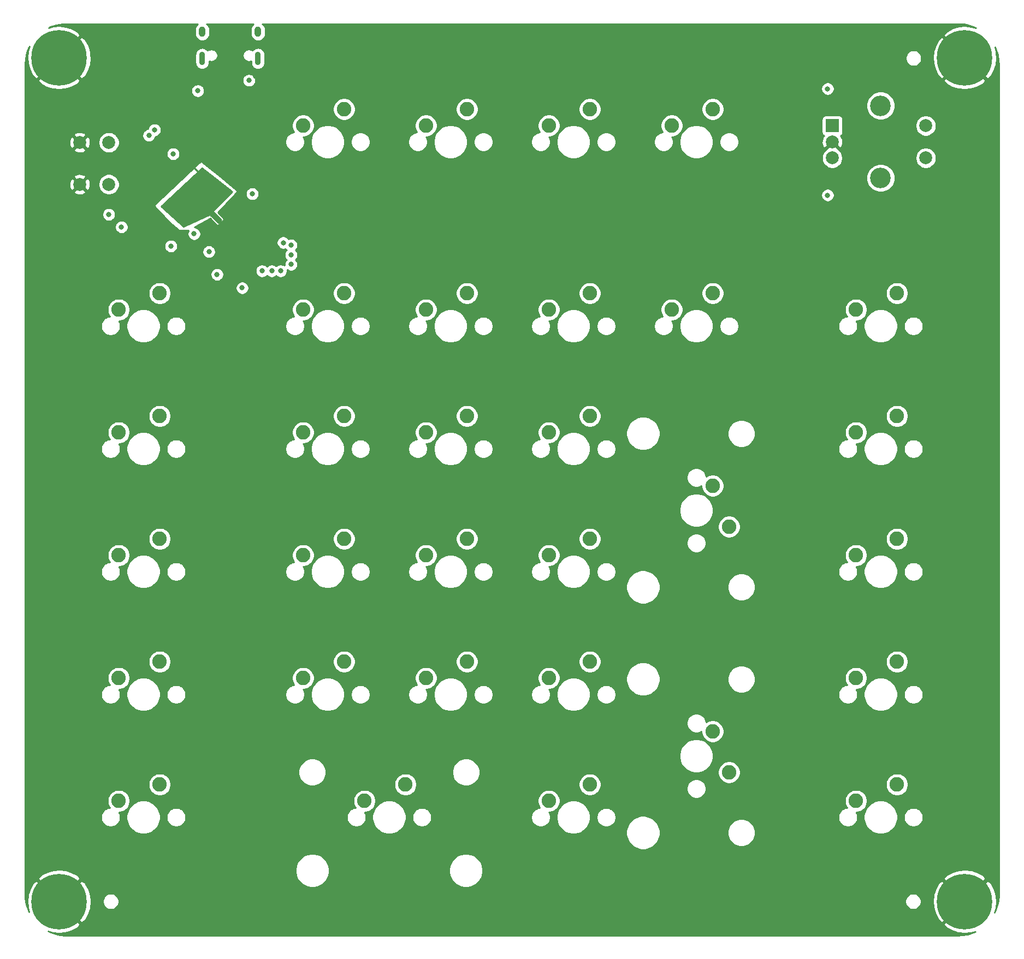
<source format=gbr>
G04 #@! TF.GenerationSoftware,KiCad,Pcbnew,(5.1.8)-1*
G04 #@! TF.CreationDate,2021-01-11T10:14:07+02:00*
G04 #@! TF.ProjectId,OsseyPad,4f737365-7950-4616-942e-6b696361645f,rev?*
G04 #@! TF.SameCoordinates,Original*
G04 #@! TF.FileFunction,Copper,L3,Inr*
G04 #@! TF.FilePolarity,Positive*
%FSLAX46Y46*%
G04 Gerber Fmt 4.6, Leading zero omitted, Abs format (unit mm)*
G04 Created by KiCad (PCBNEW (5.1.8)-1) date 2021-01-11 10:14:07*
%MOMM*%
%LPD*%
G01*
G04 APERTURE LIST*
G04 #@! TA.AperFunction,ComponentPad*
%ADD10O,0.900000X2.100000*%
G04 #@! TD*
G04 #@! TA.AperFunction,ComponentPad*
%ADD11O,1.000000X1.600000*%
G04 #@! TD*
G04 #@! TA.AperFunction,ComponentPad*
%ADD12C,2.250000*%
G04 #@! TD*
G04 #@! TA.AperFunction,ComponentPad*
%ADD13R,2.000000X2.000000*%
G04 #@! TD*
G04 #@! TA.AperFunction,ComponentPad*
%ADD14C,2.000000*%
G04 #@! TD*
G04 #@! TA.AperFunction,ComponentPad*
%ADD15C,3.200000*%
G04 #@! TD*
G04 #@! TA.AperFunction,ComponentPad*
%ADD16C,0.900000*%
G04 #@! TD*
G04 #@! TA.AperFunction,ComponentPad*
%ADD17C,8.600000*%
G04 #@! TD*
G04 #@! TA.AperFunction,ViaPad*
%ADD18C,0.800000*%
G04 #@! TD*
G04 #@! TA.AperFunction,Conductor*
%ADD19C,0.250000*%
G04 #@! TD*
G04 #@! TA.AperFunction,Conductor*
%ADD20C,0.254000*%
G04 #@! TD*
G04 #@! TA.AperFunction,Conductor*
%ADD21C,0.100000*%
G04 #@! TD*
G04 APERTURE END LIST*
D10*
X55870000Y-27570000D03*
X47230000Y-27570000D03*
D11*
X55870000Y-23390000D03*
X47230000Y-23390000D03*
D12*
X69215000Y-35401250D03*
X62865000Y-37941250D03*
X40640000Y-83026250D03*
X34290000Y-85566250D03*
D13*
X144895000Y-37986250D03*
D14*
X144895000Y-40486250D03*
X144895000Y-42986250D03*
D15*
X152395000Y-34886250D03*
X152395000Y-46086250D03*
D14*
X159395000Y-37986250D03*
X159395000Y-42986250D03*
X28243750Y-47075000D03*
X32743750Y-47075000D03*
X28243750Y-40575000D03*
X32743750Y-40575000D03*
D12*
X40640000Y-63976250D03*
X34290000Y-66516250D03*
X78740000Y-140176250D03*
X72390000Y-142716250D03*
D16*
X167720419Y-156029581D03*
X165440000Y-155085000D03*
X163159581Y-156029581D03*
X162215000Y-158310000D03*
X163159581Y-160590419D03*
X165440000Y-161535000D03*
X167720419Y-160590419D03*
X168665000Y-158310000D03*
D17*
X165440000Y-158310000D03*
D16*
X27330419Y-156029581D03*
X25050000Y-155085000D03*
X22769581Y-156029581D03*
X21825000Y-158310000D03*
X22769581Y-160590419D03*
X25050000Y-161535000D03*
X27330419Y-160590419D03*
X28275000Y-158310000D03*
D17*
X25050000Y-158310000D03*
D16*
X167720419Y-25159581D03*
X165440000Y-24215000D03*
X163159581Y-25159581D03*
X162215000Y-27440000D03*
X163159581Y-29720419D03*
X165440000Y-30665000D03*
X167720419Y-29720419D03*
X168665000Y-27440000D03*
D17*
X165440000Y-27440000D03*
D16*
X27330419Y-25159581D03*
X25050000Y-24215000D03*
X22769581Y-25159581D03*
X21825000Y-27440000D03*
X22769581Y-29720419D03*
X25050000Y-30665000D03*
X27330419Y-29720419D03*
X28275000Y-27440000D03*
D17*
X25050000Y-27440000D03*
D12*
X154940000Y-140176250D03*
X148590000Y-142716250D03*
X128905000Y-138271250D03*
X126365000Y-131921250D03*
X107315000Y-140176250D03*
X100965000Y-142716250D03*
X40640000Y-140176250D03*
X34290000Y-142716250D03*
X154940000Y-121126250D03*
X148590000Y-123666250D03*
X107315000Y-121126250D03*
X100965000Y-123666250D03*
X88265000Y-121126250D03*
X81915000Y-123666250D03*
X69215000Y-121126250D03*
X62865000Y-123666250D03*
X40640000Y-121126250D03*
X34290000Y-123666250D03*
X154940000Y-102076250D03*
X148590000Y-104616250D03*
X128905000Y-100171250D03*
X126365000Y-93821250D03*
X107315000Y-102076250D03*
X100965000Y-104616250D03*
X88265000Y-102076250D03*
X81915000Y-104616250D03*
X69215000Y-102076250D03*
X62865000Y-104616250D03*
X40640000Y-102076250D03*
X34290000Y-104616250D03*
X154940000Y-83026250D03*
X148590000Y-85566250D03*
X107315000Y-83026250D03*
X100965000Y-85566250D03*
X88265000Y-83026250D03*
X81915000Y-85566250D03*
X69215000Y-83026250D03*
X62865000Y-85566250D03*
X154940000Y-63976250D03*
X148590000Y-66516250D03*
X126365000Y-63976250D03*
X120015000Y-66516250D03*
X107315000Y-63976250D03*
X100965000Y-66516250D03*
X88265000Y-63976250D03*
X81915000Y-66516250D03*
X69215000Y-63976250D03*
X62865000Y-66516250D03*
X126365000Y-35401250D03*
X120015000Y-37941250D03*
X107315000Y-35401250D03*
X100965000Y-37941250D03*
X88265000Y-35401250D03*
X81915000Y-37941250D03*
D18*
X61000000Y-56500000D03*
X61000000Y-58000000D03*
X61000000Y-59500000D03*
X59375000Y-60500000D03*
X56500000Y-60500000D03*
X58000000Y-60500000D03*
X52075000Y-54756250D03*
X54425000Y-54506250D03*
X49875000Y-54756250D03*
X61175000Y-55256250D03*
X53815000Y-47596250D03*
X43875000Y-58256250D03*
X42275000Y-54756250D03*
X48075000Y-59056250D03*
X142945000Y-40486250D03*
X140675000Y-44756250D03*
X140675000Y-36256250D03*
X39399264Y-42294728D03*
X42725000Y-44606250D03*
X52175000Y-52256250D03*
X52275000Y-57006250D03*
X53425000Y-55756250D03*
X53425000Y-53506250D03*
X51175000Y-53506250D03*
X51175000Y-55756250D03*
X45575000Y-44156250D03*
X29193750Y-44025000D03*
X47175000Y-45756250D03*
X41475000Y-36606250D03*
X55350000Y-61375000D03*
X50650000Y-62125000D03*
X58880000Y-56940000D03*
X55520000Y-30320000D03*
X47350000Y-30320000D03*
X42375000Y-56656250D03*
X45975000Y-54756250D03*
X54975000Y-48556250D03*
X48271967Y-57531250D03*
X144175000Y-48756250D03*
X144175000Y-32256250D03*
X39823528Y-38617772D03*
X38957322Y-39483978D03*
X42725000Y-42356250D03*
X53425000Y-63140000D03*
X49525000Y-61050000D03*
X59790000Y-56130000D03*
X54470000Y-30950000D03*
X46540000Y-32560000D03*
X32750000Y-51750000D03*
X34700000Y-53700000D03*
D19*
X47175000Y-45756250D02*
X45575000Y-44156250D01*
D20*
X51883834Y-48167810D02*
X48885197Y-51166447D01*
X48869403Y-51185693D01*
X48857667Y-51207649D01*
X48850440Y-51231474D01*
X48848000Y-51256250D01*
X48850440Y-51281026D01*
X48857667Y-51304851D01*
X48869403Y-51326807D01*
X48885197Y-51346053D01*
X50145394Y-52606250D01*
X49987452Y-52764192D01*
X49711722Y-53013438D01*
X48514805Y-51816450D01*
X48495561Y-51800655D01*
X48473604Y-51788919D01*
X48449780Y-51781691D01*
X48425004Y-51779250D01*
X48400227Y-51781690D01*
X48371868Y-51790898D01*
X44322717Y-53655961D01*
X40813153Y-50504516D01*
X47232142Y-44523185D01*
X51883834Y-48167810D01*
G04 #@! TA.AperFunction,Conductor*
D21*
G36*
X51883834Y-48167810D02*
G01*
X48885197Y-51166447D01*
X48869403Y-51185693D01*
X48857667Y-51207649D01*
X48850440Y-51231474D01*
X48848000Y-51256250D01*
X48850440Y-51281026D01*
X48857667Y-51304851D01*
X48869403Y-51326807D01*
X48885197Y-51346053D01*
X50145394Y-52606250D01*
X49987452Y-52764192D01*
X49711722Y-53013438D01*
X48514805Y-51816450D01*
X48495561Y-51800655D01*
X48473604Y-51788919D01*
X48449780Y-51781691D01*
X48425004Y-51779250D01*
X48400227Y-51781690D01*
X48371868Y-51790898D01*
X44322717Y-53655961D01*
X40813153Y-50504516D01*
X47232142Y-44523185D01*
X51883834Y-48167810D01*
G37*
G04 #@! TD.AperFunction*
D20*
X46423551Y-22283551D02*
X46281716Y-22456377D01*
X46176324Y-22653554D01*
X46111423Y-22867502D01*
X46095000Y-23034249D01*
X46095000Y-23745752D01*
X46111423Y-23912499D01*
X46176324Y-24126447D01*
X46281717Y-24323623D01*
X46423552Y-24496449D01*
X46596378Y-24638284D01*
X46793554Y-24743676D01*
X47007502Y-24808577D01*
X47230000Y-24830491D01*
X47452499Y-24808577D01*
X47666447Y-24743676D01*
X47863623Y-24638284D01*
X48036449Y-24496449D01*
X48178284Y-24323623D01*
X48283676Y-24126446D01*
X48348577Y-23912498D01*
X48365000Y-23745751D01*
X48365000Y-23034248D01*
X48348577Y-22867501D01*
X48283676Y-22653553D01*
X48178284Y-22456377D01*
X48036449Y-22283551D01*
X47899610Y-22171250D01*
X55200390Y-22171250D01*
X55063551Y-22283551D01*
X54921716Y-22456377D01*
X54816324Y-22653554D01*
X54751423Y-22867502D01*
X54735000Y-23034249D01*
X54735000Y-23745752D01*
X54751423Y-23912499D01*
X54816324Y-24126447D01*
X54921717Y-24323623D01*
X55063552Y-24496449D01*
X55236378Y-24638284D01*
X55433554Y-24743676D01*
X55647502Y-24808577D01*
X55870000Y-24830491D01*
X56092499Y-24808577D01*
X56306447Y-24743676D01*
X56503623Y-24638284D01*
X56676449Y-24496449D01*
X56818284Y-24323623D01*
X56923676Y-24126446D01*
X56988577Y-23912498D01*
X57005000Y-23745751D01*
X57005000Y-23034248D01*
X56988577Y-22867501D01*
X56923676Y-22653553D01*
X56818284Y-22456377D01*
X56676449Y-22283551D01*
X56539610Y-22171250D01*
X164412726Y-22171250D01*
X165365724Y-22242070D01*
X166271118Y-22446940D01*
X167136282Y-22783384D01*
X167205725Y-22823073D01*
X166473757Y-22590071D01*
X165507719Y-22481586D01*
X164539079Y-22563649D01*
X163605062Y-22833107D01*
X162741560Y-23279606D01*
X162628946Y-23354851D01*
X162136787Y-23957182D01*
X165440000Y-27260395D01*
X165454143Y-27246253D01*
X165633748Y-27425858D01*
X165619605Y-27440000D01*
X168922818Y-30743213D01*
X169525149Y-30251054D01*
X169995063Y-29400067D01*
X170289929Y-28473757D01*
X170398414Y-27507719D01*
X170316351Y-26539079D01*
X170102095Y-25796409D01*
X170246929Y-26090101D01*
X170529927Y-26974189D01*
X170680954Y-27901526D01*
X170705001Y-28452300D01*
X170705000Y-157278976D01*
X170634180Y-158231974D01*
X170429310Y-159137368D01*
X170092866Y-160002532D01*
X170064335Y-160052452D01*
X170289929Y-159343757D01*
X170398414Y-158377719D01*
X170316351Y-157409079D01*
X170046893Y-156475062D01*
X169600394Y-155611560D01*
X169525149Y-155498946D01*
X168922818Y-155006787D01*
X165619605Y-158310000D01*
X165633748Y-158324143D01*
X165454143Y-158503748D01*
X165440000Y-158489605D01*
X162136787Y-161792818D01*
X162628946Y-162395149D01*
X163479933Y-162865063D01*
X164406243Y-163159929D01*
X165372281Y-163268414D01*
X166340921Y-163186351D01*
X167056232Y-162979988D01*
X166786149Y-163113178D01*
X165902061Y-163396177D01*
X164974724Y-163547204D01*
X164423973Y-163571250D01*
X26077287Y-163571250D01*
X25124275Y-163500429D01*
X24218881Y-163295559D01*
X23353718Y-162959115D01*
X23313897Y-162936356D01*
X24016243Y-163159929D01*
X24982281Y-163268414D01*
X25950921Y-163186351D01*
X26884938Y-162916893D01*
X27748440Y-162470394D01*
X27861054Y-162395149D01*
X28353213Y-161792818D01*
X25050000Y-158489605D01*
X25035858Y-158503748D01*
X24856253Y-158324143D01*
X24870395Y-158310000D01*
X25229605Y-158310000D01*
X28532818Y-161613213D01*
X29135149Y-161121054D01*
X29605063Y-160270067D01*
X29899929Y-159343757D01*
X30008414Y-158377719D01*
X29992248Y-158186890D01*
X31800048Y-158186890D01*
X31800048Y-158433110D01*
X31848083Y-158674598D01*
X31942307Y-158902074D01*
X32079099Y-159106798D01*
X32253202Y-159280901D01*
X32457926Y-159417693D01*
X32685402Y-159511917D01*
X32926890Y-159559952D01*
X33173110Y-159559952D01*
X33414598Y-159511917D01*
X33642074Y-159417693D01*
X33846798Y-159280901D01*
X34020901Y-159106798D01*
X34157693Y-158902074D01*
X34251917Y-158674598D01*
X34299952Y-158433110D01*
X34299952Y-158186890D01*
X156190048Y-158186890D01*
X156190048Y-158433110D01*
X156238083Y-158674598D01*
X156332307Y-158902074D01*
X156469099Y-159106798D01*
X156643202Y-159280901D01*
X156847926Y-159417693D01*
X157075402Y-159511917D01*
X157316890Y-159559952D01*
X157563110Y-159559952D01*
X157804598Y-159511917D01*
X158032074Y-159417693D01*
X158236798Y-159280901D01*
X158410901Y-159106798D01*
X158547693Y-158902074D01*
X158641917Y-158674598D01*
X158689952Y-158433110D01*
X158689952Y-158242281D01*
X160481586Y-158242281D01*
X160563649Y-159210921D01*
X160833107Y-160144938D01*
X161279606Y-161008440D01*
X161354851Y-161121054D01*
X161957182Y-161613213D01*
X165260395Y-158310000D01*
X161957182Y-155006787D01*
X161354851Y-155498946D01*
X160884937Y-156349933D01*
X160590071Y-157276243D01*
X160481586Y-158242281D01*
X158689952Y-158242281D01*
X158689952Y-158186890D01*
X158641917Y-157945402D01*
X158547693Y-157717926D01*
X158410901Y-157513202D01*
X158236798Y-157339099D01*
X158032074Y-157202307D01*
X157804598Y-157108083D01*
X157563110Y-157060048D01*
X157316890Y-157060048D01*
X157075402Y-157108083D01*
X156847926Y-157202307D01*
X156643202Y-157339099D01*
X156469099Y-157513202D01*
X156332307Y-157717926D01*
X156238083Y-157945402D01*
X156190048Y-158186890D01*
X34299952Y-158186890D01*
X34251917Y-157945402D01*
X34157693Y-157717926D01*
X34020901Y-157513202D01*
X33846798Y-157339099D01*
X33642074Y-157202307D01*
X33414598Y-157108083D01*
X33173110Y-157060048D01*
X32926890Y-157060048D01*
X32685402Y-157108083D01*
X32457926Y-157202307D01*
X32253202Y-157339099D01*
X32079099Y-157513202D01*
X31942307Y-157717926D01*
X31848083Y-157945402D01*
X31800048Y-158186890D01*
X29992248Y-158186890D01*
X29926351Y-157409079D01*
X29656893Y-156475062D01*
X29210394Y-155611560D01*
X29135149Y-155498946D01*
X28532818Y-155006787D01*
X25229605Y-158310000D01*
X24870395Y-158310000D01*
X21567182Y-155006787D01*
X20964851Y-155498946D01*
X20494937Y-156349933D01*
X20200071Y-157276243D01*
X20091586Y-158242281D01*
X20173649Y-159210921D01*
X20382692Y-159935521D01*
X20243073Y-159652404D01*
X19960073Y-158768310D01*
X19809046Y-157840974D01*
X19785000Y-157290223D01*
X19785000Y-154827182D01*
X21746787Y-154827182D01*
X25050000Y-158130395D01*
X28353213Y-154827182D01*
X27861054Y-154224851D01*
X27010067Y-153754937D01*
X26083757Y-153460071D01*
X25117719Y-153351586D01*
X24149079Y-153433649D01*
X23215062Y-153703107D01*
X22351560Y-154149606D01*
X22238946Y-154224851D01*
X21746787Y-154827182D01*
X19785000Y-154827182D01*
X19785000Y-153252326D01*
X61664850Y-153252326D01*
X61664850Y-153770174D01*
X61765877Y-154278072D01*
X61964049Y-154756501D01*
X62251750Y-155187076D01*
X62617924Y-155553250D01*
X63048499Y-155840951D01*
X63526928Y-156039123D01*
X64034826Y-156140150D01*
X64552674Y-156140150D01*
X65060572Y-156039123D01*
X65539001Y-155840951D01*
X65969576Y-155553250D01*
X66335750Y-155187076D01*
X66623451Y-154756501D01*
X66821623Y-154278072D01*
X66922650Y-153770174D01*
X66922650Y-153252326D01*
X85477350Y-153252326D01*
X85477350Y-153770174D01*
X85578377Y-154278072D01*
X85776549Y-154756501D01*
X86064250Y-155187076D01*
X86430424Y-155553250D01*
X86860999Y-155840951D01*
X87339428Y-156039123D01*
X87847326Y-156140150D01*
X88365174Y-156140150D01*
X88873072Y-156039123D01*
X89351501Y-155840951D01*
X89782076Y-155553250D01*
X90148250Y-155187076D01*
X90388723Y-154827182D01*
X162136787Y-154827182D01*
X165440000Y-158130395D01*
X168743213Y-154827182D01*
X168251054Y-154224851D01*
X167400067Y-153754937D01*
X166473757Y-153460071D01*
X165507719Y-153351586D01*
X164539079Y-153433649D01*
X163605062Y-153703107D01*
X162741560Y-154149606D01*
X162628946Y-154224851D01*
X162136787Y-154827182D01*
X90388723Y-154827182D01*
X90435951Y-154756501D01*
X90634123Y-154278072D01*
X90735150Y-153770174D01*
X90735150Y-153252326D01*
X90634123Y-152744428D01*
X90435951Y-152265999D01*
X90148250Y-151835424D01*
X89782076Y-151469250D01*
X89351501Y-151181549D01*
X88873072Y-150983377D01*
X88365174Y-150882350D01*
X87847326Y-150882350D01*
X87339428Y-150983377D01*
X86860999Y-151181549D01*
X86430424Y-151469250D01*
X86064250Y-151835424D01*
X85776549Y-152265999D01*
X85578377Y-152744428D01*
X85477350Y-153252326D01*
X66922650Y-153252326D01*
X66821623Y-152744428D01*
X66623451Y-152265999D01*
X66335750Y-151835424D01*
X65969576Y-151469250D01*
X65539001Y-151181549D01*
X65060572Y-150983377D01*
X64552674Y-150882350D01*
X64034826Y-150882350D01*
X63526928Y-150983377D01*
X63048499Y-151181549D01*
X62617924Y-151469250D01*
X62251750Y-151835424D01*
X61964049Y-152265999D01*
X61765877Y-152744428D01*
X61664850Y-153252326D01*
X19785000Y-153252326D01*
X19785000Y-145107528D01*
X31510000Y-145107528D01*
X31510000Y-145404972D01*
X31568029Y-145696701D01*
X31681856Y-145971503D01*
X31847107Y-146218819D01*
X32057431Y-146429143D01*
X32304747Y-146594394D01*
X32579549Y-146708221D01*
X32871278Y-146766250D01*
X33168722Y-146766250D01*
X33460451Y-146708221D01*
X33735253Y-146594394D01*
X33982569Y-146429143D01*
X34192893Y-146218819D01*
X34358144Y-145971503D01*
X34471971Y-145696701D01*
X34530000Y-145404972D01*
X34530000Y-145107528D01*
X34508080Y-144997326D01*
X35471100Y-144997326D01*
X35471100Y-145515174D01*
X35572127Y-146023072D01*
X35770299Y-146501501D01*
X36058000Y-146932076D01*
X36424174Y-147298250D01*
X36854749Y-147585951D01*
X37333178Y-147784123D01*
X37841076Y-147885150D01*
X38358924Y-147885150D01*
X38866822Y-147784123D01*
X39345251Y-147585951D01*
X39775826Y-147298250D01*
X40142000Y-146932076D01*
X40429701Y-146501501D01*
X40627873Y-146023072D01*
X40728900Y-145515174D01*
X40728900Y-145107528D01*
X41670000Y-145107528D01*
X41670000Y-145404972D01*
X41728029Y-145696701D01*
X41841856Y-145971503D01*
X42007107Y-146218819D01*
X42217431Y-146429143D01*
X42464747Y-146594394D01*
X42739549Y-146708221D01*
X43031278Y-146766250D01*
X43328722Y-146766250D01*
X43620451Y-146708221D01*
X43895253Y-146594394D01*
X44142569Y-146429143D01*
X44352893Y-146218819D01*
X44518144Y-145971503D01*
X44631971Y-145696701D01*
X44690000Y-145404972D01*
X44690000Y-145107528D01*
X69610000Y-145107528D01*
X69610000Y-145404972D01*
X69668029Y-145696701D01*
X69781856Y-145971503D01*
X69947107Y-146218819D01*
X70157431Y-146429143D01*
X70404747Y-146594394D01*
X70679549Y-146708221D01*
X70971278Y-146766250D01*
X71268722Y-146766250D01*
X71560451Y-146708221D01*
X71835253Y-146594394D01*
X72082569Y-146429143D01*
X72292893Y-146218819D01*
X72458144Y-145971503D01*
X72571971Y-145696701D01*
X72630000Y-145404972D01*
X72630000Y-145107528D01*
X72608080Y-144997326D01*
X73571100Y-144997326D01*
X73571100Y-145515174D01*
X73672127Y-146023072D01*
X73870299Y-146501501D01*
X74158000Y-146932076D01*
X74524174Y-147298250D01*
X74954749Y-147585951D01*
X75433178Y-147784123D01*
X75941076Y-147885150D01*
X76458924Y-147885150D01*
X76966822Y-147784123D01*
X77445251Y-147585951D01*
X77875826Y-147298250D01*
X78242000Y-146932076D01*
X78529701Y-146501501D01*
X78727873Y-146023072D01*
X78828900Y-145515174D01*
X78828900Y-145107528D01*
X79770000Y-145107528D01*
X79770000Y-145404972D01*
X79828029Y-145696701D01*
X79941856Y-145971503D01*
X80107107Y-146218819D01*
X80317431Y-146429143D01*
X80564747Y-146594394D01*
X80839549Y-146708221D01*
X81131278Y-146766250D01*
X81428722Y-146766250D01*
X81720451Y-146708221D01*
X81995253Y-146594394D01*
X82242569Y-146429143D01*
X82452893Y-146218819D01*
X82618144Y-145971503D01*
X82731971Y-145696701D01*
X82790000Y-145404972D01*
X82790000Y-145107528D01*
X98185000Y-145107528D01*
X98185000Y-145404972D01*
X98243029Y-145696701D01*
X98356856Y-145971503D01*
X98522107Y-146218819D01*
X98732431Y-146429143D01*
X98979747Y-146594394D01*
X99254549Y-146708221D01*
X99546278Y-146766250D01*
X99843722Y-146766250D01*
X100135451Y-146708221D01*
X100410253Y-146594394D01*
X100657569Y-146429143D01*
X100867893Y-146218819D01*
X101033144Y-145971503D01*
X101146971Y-145696701D01*
X101205000Y-145404972D01*
X101205000Y-145107528D01*
X101183080Y-144997326D01*
X102146100Y-144997326D01*
X102146100Y-145515174D01*
X102247127Y-146023072D01*
X102445299Y-146501501D01*
X102733000Y-146932076D01*
X103099174Y-147298250D01*
X103529749Y-147585951D01*
X104008178Y-147784123D01*
X104516076Y-147885150D01*
X105033924Y-147885150D01*
X105541822Y-147784123D01*
X106020251Y-147585951D01*
X106330609Y-147378576D01*
X112941100Y-147378576D01*
X112941100Y-147896424D01*
X113042127Y-148404322D01*
X113240299Y-148882751D01*
X113528000Y-149313326D01*
X113894174Y-149679500D01*
X114324749Y-149967201D01*
X114803178Y-150165373D01*
X115311076Y-150266400D01*
X115828924Y-150266400D01*
X116336822Y-150165373D01*
X116815251Y-149967201D01*
X117245826Y-149679500D01*
X117612000Y-149313326D01*
X117899701Y-148882751D01*
X118097873Y-148404322D01*
X118198900Y-147896424D01*
X118198900Y-147424857D01*
X128651000Y-147424857D01*
X128651000Y-147850143D01*
X128733970Y-148267257D01*
X128896719Y-148660170D01*
X129132996Y-149013782D01*
X129433718Y-149314504D01*
X129787330Y-149550781D01*
X130180243Y-149713530D01*
X130597357Y-149796500D01*
X131022643Y-149796500D01*
X131439757Y-149713530D01*
X131832670Y-149550781D01*
X132186282Y-149314504D01*
X132487004Y-149013782D01*
X132723281Y-148660170D01*
X132886030Y-148267257D01*
X132969000Y-147850143D01*
X132969000Y-147424857D01*
X132886030Y-147007743D01*
X132723281Y-146614830D01*
X132487004Y-146261218D01*
X132186282Y-145960496D01*
X131832670Y-145724219D01*
X131439757Y-145561470D01*
X131022643Y-145478500D01*
X130597357Y-145478500D01*
X130180243Y-145561470D01*
X129787330Y-145724219D01*
X129433718Y-145960496D01*
X129132996Y-146261218D01*
X128896719Y-146614830D01*
X128733970Y-147007743D01*
X128651000Y-147424857D01*
X118198900Y-147424857D01*
X118198900Y-147378576D01*
X118097873Y-146870678D01*
X117899701Y-146392249D01*
X117612000Y-145961674D01*
X117245826Y-145595500D01*
X116815251Y-145307799D01*
X116336822Y-145109627D01*
X116326270Y-145107528D01*
X145810000Y-145107528D01*
X145810000Y-145404972D01*
X145868029Y-145696701D01*
X145981856Y-145971503D01*
X146147107Y-146218819D01*
X146357431Y-146429143D01*
X146604747Y-146594394D01*
X146879549Y-146708221D01*
X147171278Y-146766250D01*
X147468722Y-146766250D01*
X147760451Y-146708221D01*
X148035253Y-146594394D01*
X148282569Y-146429143D01*
X148492893Y-146218819D01*
X148658144Y-145971503D01*
X148771971Y-145696701D01*
X148830000Y-145404972D01*
X148830000Y-145107528D01*
X148808080Y-144997326D01*
X149771100Y-144997326D01*
X149771100Y-145515174D01*
X149872127Y-146023072D01*
X150070299Y-146501501D01*
X150358000Y-146932076D01*
X150724174Y-147298250D01*
X151154749Y-147585951D01*
X151633178Y-147784123D01*
X152141076Y-147885150D01*
X152658924Y-147885150D01*
X153166822Y-147784123D01*
X153645251Y-147585951D01*
X154075826Y-147298250D01*
X154442000Y-146932076D01*
X154729701Y-146501501D01*
X154927873Y-146023072D01*
X155028900Y-145515174D01*
X155028900Y-145107528D01*
X155970000Y-145107528D01*
X155970000Y-145404972D01*
X156028029Y-145696701D01*
X156141856Y-145971503D01*
X156307107Y-146218819D01*
X156517431Y-146429143D01*
X156764747Y-146594394D01*
X157039549Y-146708221D01*
X157331278Y-146766250D01*
X157628722Y-146766250D01*
X157920451Y-146708221D01*
X158195253Y-146594394D01*
X158442569Y-146429143D01*
X158652893Y-146218819D01*
X158818144Y-145971503D01*
X158931971Y-145696701D01*
X158990000Y-145404972D01*
X158990000Y-145107528D01*
X158931971Y-144815799D01*
X158818144Y-144540997D01*
X158652893Y-144293681D01*
X158442569Y-144083357D01*
X158195253Y-143918106D01*
X157920451Y-143804279D01*
X157628722Y-143746250D01*
X157331278Y-143746250D01*
X157039549Y-143804279D01*
X156764747Y-143918106D01*
X156517431Y-144083357D01*
X156307107Y-144293681D01*
X156141856Y-144540997D01*
X156028029Y-144815799D01*
X155970000Y-145107528D01*
X155028900Y-145107528D01*
X155028900Y-144997326D01*
X154927873Y-144489428D01*
X154729701Y-144010999D01*
X154442000Y-143580424D01*
X154075826Y-143214250D01*
X153645251Y-142926549D01*
X153166822Y-142728377D01*
X152658924Y-142627350D01*
X152141076Y-142627350D01*
X151633178Y-142728377D01*
X151154749Y-142926549D01*
X150724174Y-143214250D01*
X150358000Y-143580424D01*
X150070299Y-144010999D01*
X149872127Y-144489428D01*
X149771100Y-144997326D01*
X148808080Y-144997326D01*
X148771971Y-144815799D01*
X148658144Y-144540997D01*
X148614882Y-144476250D01*
X148763345Y-144476250D01*
X149103373Y-144408614D01*
X149423673Y-144275942D01*
X149711935Y-144083331D01*
X149957081Y-143838185D01*
X150149692Y-143549923D01*
X150282364Y-143229623D01*
X150350000Y-142889595D01*
X150350000Y-142542905D01*
X150282364Y-142202877D01*
X150149692Y-141882577D01*
X149957081Y-141594315D01*
X149711935Y-141349169D01*
X149423673Y-141156558D01*
X149103373Y-141023886D01*
X148763345Y-140956250D01*
X148416655Y-140956250D01*
X148076627Y-141023886D01*
X147756327Y-141156558D01*
X147468065Y-141349169D01*
X147222919Y-141594315D01*
X147030308Y-141882577D01*
X146897636Y-142202877D01*
X146830000Y-142542905D01*
X146830000Y-142889595D01*
X146897636Y-143229623D01*
X147030308Y-143549923D01*
X147162638Y-143747969D01*
X146879549Y-143804279D01*
X146604747Y-143918106D01*
X146357431Y-144083357D01*
X146147107Y-144293681D01*
X145981856Y-144540997D01*
X145868029Y-144815799D01*
X145810000Y-145107528D01*
X116326270Y-145107528D01*
X115828924Y-145008600D01*
X115311076Y-145008600D01*
X114803178Y-145109627D01*
X114324749Y-145307799D01*
X113894174Y-145595500D01*
X113528000Y-145961674D01*
X113240299Y-146392249D01*
X113042127Y-146870678D01*
X112941100Y-147378576D01*
X106330609Y-147378576D01*
X106450826Y-147298250D01*
X106817000Y-146932076D01*
X107104701Y-146501501D01*
X107302873Y-146023072D01*
X107403900Y-145515174D01*
X107403900Y-145107528D01*
X108345000Y-145107528D01*
X108345000Y-145404972D01*
X108403029Y-145696701D01*
X108516856Y-145971503D01*
X108682107Y-146218819D01*
X108892431Y-146429143D01*
X109139747Y-146594394D01*
X109414549Y-146708221D01*
X109706278Y-146766250D01*
X110003722Y-146766250D01*
X110295451Y-146708221D01*
X110570253Y-146594394D01*
X110817569Y-146429143D01*
X111027893Y-146218819D01*
X111193144Y-145971503D01*
X111306971Y-145696701D01*
X111365000Y-145404972D01*
X111365000Y-145107528D01*
X111306971Y-144815799D01*
X111193144Y-144540997D01*
X111027893Y-144293681D01*
X110817569Y-144083357D01*
X110570253Y-143918106D01*
X110295451Y-143804279D01*
X110003722Y-143746250D01*
X109706278Y-143746250D01*
X109414549Y-143804279D01*
X109139747Y-143918106D01*
X108892431Y-144083357D01*
X108682107Y-144293681D01*
X108516856Y-144540997D01*
X108403029Y-144815799D01*
X108345000Y-145107528D01*
X107403900Y-145107528D01*
X107403900Y-144997326D01*
X107302873Y-144489428D01*
X107104701Y-144010999D01*
X106817000Y-143580424D01*
X106450826Y-143214250D01*
X106020251Y-142926549D01*
X105541822Y-142728377D01*
X105033924Y-142627350D01*
X104516076Y-142627350D01*
X104008178Y-142728377D01*
X103529749Y-142926549D01*
X103099174Y-143214250D01*
X102733000Y-143580424D01*
X102445299Y-144010999D01*
X102247127Y-144489428D01*
X102146100Y-144997326D01*
X101183080Y-144997326D01*
X101146971Y-144815799D01*
X101033144Y-144540997D01*
X100989882Y-144476250D01*
X101138345Y-144476250D01*
X101478373Y-144408614D01*
X101798673Y-144275942D01*
X102086935Y-144083331D01*
X102332081Y-143838185D01*
X102524692Y-143549923D01*
X102657364Y-143229623D01*
X102725000Y-142889595D01*
X102725000Y-142542905D01*
X102657364Y-142202877D01*
X102524692Y-141882577D01*
X102332081Y-141594315D01*
X102086935Y-141349169D01*
X101798673Y-141156558D01*
X101478373Y-141023886D01*
X101138345Y-140956250D01*
X100791655Y-140956250D01*
X100451627Y-141023886D01*
X100131327Y-141156558D01*
X99843065Y-141349169D01*
X99597919Y-141594315D01*
X99405308Y-141882577D01*
X99272636Y-142202877D01*
X99205000Y-142542905D01*
X99205000Y-142889595D01*
X99272636Y-143229623D01*
X99405308Y-143549923D01*
X99537638Y-143747969D01*
X99254549Y-143804279D01*
X98979747Y-143918106D01*
X98732431Y-144083357D01*
X98522107Y-144293681D01*
X98356856Y-144540997D01*
X98243029Y-144815799D01*
X98185000Y-145107528D01*
X82790000Y-145107528D01*
X82731971Y-144815799D01*
X82618144Y-144540997D01*
X82452893Y-144293681D01*
X82242569Y-144083357D01*
X81995253Y-143918106D01*
X81720451Y-143804279D01*
X81428722Y-143746250D01*
X81131278Y-143746250D01*
X80839549Y-143804279D01*
X80564747Y-143918106D01*
X80317431Y-144083357D01*
X80107107Y-144293681D01*
X79941856Y-144540997D01*
X79828029Y-144815799D01*
X79770000Y-145107528D01*
X78828900Y-145107528D01*
X78828900Y-144997326D01*
X78727873Y-144489428D01*
X78529701Y-144010999D01*
X78242000Y-143580424D01*
X77875826Y-143214250D01*
X77445251Y-142926549D01*
X76966822Y-142728377D01*
X76458924Y-142627350D01*
X75941076Y-142627350D01*
X75433178Y-142728377D01*
X74954749Y-142926549D01*
X74524174Y-143214250D01*
X74158000Y-143580424D01*
X73870299Y-144010999D01*
X73672127Y-144489428D01*
X73571100Y-144997326D01*
X72608080Y-144997326D01*
X72571971Y-144815799D01*
X72458144Y-144540997D01*
X72414882Y-144476250D01*
X72563345Y-144476250D01*
X72903373Y-144408614D01*
X73223673Y-144275942D01*
X73511935Y-144083331D01*
X73757081Y-143838185D01*
X73949692Y-143549923D01*
X74082364Y-143229623D01*
X74150000Y-142889595D01*
X74150000Y-142542905D01*
X74082364Y-142202877D01*
X73949692Y-141882577D01*
X73757081Y-141594315D01*
X73511935Y-141349169D01*
X73223673Y-141156558D01*
X72903373Y-141023886D01*
X72563345Y-140956250D01*
X72216655Y-140956250D01*
X71876627Y-141023886D01*
X71556327Y-141156558D01*
X71268065Y-141349169D01*
X71022919Y-141594315D01*
X70830308Y-141882577D01*
X70697636Y-142202877D01*
X70630000Y-142542905D01*
X70630000Y-142889595D01*
X70697636Y-143229623D01*
X70830308Y-143549923D01*
X70962638Y-143747969D01*
X70679549Y-143804279D01*
X70404747Y-143918106D01*
X70157431Y-144083357D01*
X69947107Y-144293681D01*
X69781856Y-144540997D01*
X69668029Y-144815799D01*
X69610000Y-145107528D01*
X44690000Y-145107528D01*
X44631971Y-144815799D01*
X44518144Y-144540997D01*
X44352893Y-144293681D01*
X44142569Y-144083357D01*
X43895253Y-143918106D01*
X43620451Y-143804279D01*
X43328722Y-143746250D01*
X43031278Y-143746250D01*
X42739549Y-143804279D01*
X42464747Y-143918106D01*
X42217431Y-144083357D01*
X42007107Y-144293681D01*
X41841856Y-144540997D01*
X41728029Y-144815799D01*
X41670000Y-145107528D01*
X40728900Y-145107528D01*
X40728900Y-144997326D01*
X40627873Y-144489428D01*
X40429701Y-144010999D01*
X40142000Y-143580424D01*
X39775826Y-143214250D01*
X39345251Y-142926549D01*
X38866822Y-142728377D01*
X38358924Y-142627350D01*
X37841076Y-142627350D01*
X37333178Y-142728377D01*
X36854749Y-142926549D01*
X36424174Y-143214250D01*
X36058000Y-143580424D01*
X35770299Y-144010999D01*
X35572127Y-144489428D01*
X35471100Y-144997326D01*
X34508080Y-144997326D01*
X34471971Y-144815799D01*
X34358144Y-144540997D01*
X34314882Y-144476250D01*
X34463345Y-144476250D01*
X34803373Y-144408614D01*
X35123673Y-144275942D01*
X35411935Y-144083331D01*
X35657081Y-143838185D01*
X35849692Y-143549923D01*
X35982364Y-143229623D01*
X36050000Y-142889595D01*
X36050000Y-142542905D01*
X35982364Y-142202877D01*
X35849692Y-141882577D01*
X35657081Y-141594315D01*
X35411935Y-141349169D01*
X35123673Y-141156558D01*
X34803373Y-141023886D01*
X34463345Y-140956250D01*
X34116655Y-140956250D01*
X33776627Y-141023886D01*
X33456327Y-141156558D01*
X33168065Y-141349169D01*
X32922919Y-141594315D01*
X32730308Y-141882577D01*
X32597636Y-142202877D01*
X32530000Y-142542905D01*
X32530000Y-142889595D01*
X32597636Y-143229623D01*
X32730308Y-143549923D01*
X32862638Y-143747969D01*
X32579549Y-143804279D01*
X32304747Y-143918106D01*
X32057431Y-144083357D01*
X31847107Y-144293681D01*
X31681856Y-144540997D01*
X31568029Y-144815799D01*
X31510000Y-145107528D01*
X19785000Y-145107528D01*
X19785000Y-140002905D01*
X38880000Y-140002905D01*
X38880000Y-140349595D01*
X38947636Y-140689623D01*
X39080308Y-141009923D01*
X39272919Y-141298185D01*
X39518065Y-141543331D01*
X39806327Y-141735942D01*
X40126627Y-141868614D01*
X40466655Y-141936250D01*
X40813345Y-141936250D01*
X41153373Y-141868614D01*
X41473673Y-141735942D01*
X41761935Y-141543331D01*
X42007081Y-141298185D01*
X42199692Y-141009923D01*
X42332364Y-140689623D01*
X42400000Y-140349595D01*
X42400000Y-140002905D01*
X42332364Y-139662877D01*
X42199692Y-139342577D01*
X42007081Y-139054315D01*
X41761935Y-138809169D01*
X41473673Y-138616558D01*
X41153373Y-138483886D01*
X40813345Y-138416250D01*
X40466655Y-138416250D01*
X40126627Y-138483886D01*
X39806327Y-138616558D01*
X39518065Y-138809169D01*
X39272919Y-139054315D01*
X39080308Y-139342577D01*
X38947636Y-139662877D01*
X38880000Y-140002905D01*
X19785000Y-140002905D01*
X19785000Y-138058607D01*
X62134750Y-138058607D01*
X62134750Y-138483893D01*
X62217720Y-138901007D01*
X62380469Y-139293920D01*
X62616746Y-139647532D01*
X62917468Y-139948254D01*
X63271080Y-140184531D01*
X63663993Y-140347280D01*
X64081107Y-140430250D01*
X64506393Y-140430250D01*
X64923507Y-140347280D01*
X65316420Y-140184531D01*
X65588241Y-140002905D01*
X76980000Y-140002905D01*
X76980000Y-140349595D01*
X77047636Y-140689623D01*
X77180308Y-141009923D01*
X77372919Y-141298185D01*
X77618065Y-141543331D01*
X77906327Y-141735942D01*
X78226627Y-141868614D01*
X78566655Y-141936250D01*
X78913345Y-141936250D01*
X79253373Y-141868614D01*
X79573673Y-141735942D01*
X79861935Y-141543331D01*
X80107081Y-141298185D01*
X80299692Y-141009923D01*
X80432364Y-140689623D01*
X80500000Y-140349595D01*
X80500000Y-140002905D01*
X80432364Y-139662877D01*
X80299692Y-139342577D01*
X80107081Y-139054315D01*
X79861935Y-138809169D01*
X79573673Y-138616558D01*
X79253373Y-138483886D01*
X78913345Y-138416250D01*
X78566655Y-138416250D01*
X78226627Y-138483886D01*
X77906327Y-138616558D01*
X77618065Y-138809169D01*
X77372919Y-139054315D01*
X77180308Y-139342577D01*
X77047636Y-139662877D01*
X76980000Y-140002905D01*
X65588241Y-140002905D01*
X65670032Y-139948254D01*
X65970754Y-139647532D01*
X66207031Y-139293920D01*
X66369780Y-138901007D01*
X66452750Y-138483893D01*
X66452750Y-138058607D01*
X85947250Y-138058607D01*
X85947250Y-138483893D01*
X86030220Y-138901007D01*
X86192969Y-139293920D01*
X86429246Y-139647532D01*
X86729968Y-139948254D01*
X87083580Y-140184531D01*
X87476493Y-140347280D01*
X87893607Y-140430250D01*
X88318893Y-140430250D01*
X88736007Y-140347280D01*
X89128920Y-140184531D01*
X89400741Y-140002905D01*
X105555000Y-140002905D01*
X105555000Y-140349595D01*
X105622636Y-140689623D01*
X105755308Y-141009923D01*
X105947919Y-141298185D01*
X106193065Y-141543331D01*
X106481327Y-141735942D01*
X106801627Y-141868614D01*
X107141655Y-141936250D01*
X107488345Y-141936250D01*
X107828373Y-141868614D01*
X108148673Y-141735942D01*
X108436935Y-141543331D01*
X108682081Y-141298185D01*
X108874692Y-141009923D01*
X109007364Y-140689623D01*
X109012753Y-140662528D01*
X122315000Y-140662528D01*
X122315000Y-140959972D01*
X122373029Y-141251701D01*
X122486856Y-141526503D01*
X122652107Y-141773819D01*
X122862431Y-141984143D01*
X123109747Y-142149394D01*
X123384549Y-142263221D01*
X123676278Y-142321250D01*
X123973722Y-142321250D01*
X124265451Y-142263221D01*
X124540253Y-142149394D01*
X124787569Y-141984143D01*
X124997893Y-141773819D01*
X125163144Y-141526503D01*
X125276971Y-141251701D01*
X125335000Y-140959972D01*
X125335000Y-140662528D01*
X125276971Y-140370799D01*
X125163144Y-140095997D01*
X124997893Y-139848681D01*
X124787569Y-139638357D01*
X124540253Y-139473106D01*
X124265451Y-139359279D01*
X123973722Y-139301250D01*
X123676278Y-139301250D01*
X123384549Y-139359279D01*
X123109747Y-139473106D01*
X122862431Y-139638357D01*
X122652107Y-139848681D01*
X122486856Y-140095997D01*
X122373029Y-140370799D01*
X122315000Y-140662528D01*
X109012753Y-140662528D01*
X109075000Y-140349595D01*
X109075000Y-140002905D01*
X109007364Y-139662877D01*
X108874692Y-139342577D01*
X108682081Y-139054315D01*
X108436935Y-138809169D01*
X108148673Y-138616558D01*
X107828373Y-138483886D01*
X107488345Y-138416250D01*
X107141655Y-138416250D01*
X106801627Y-138483886D01*
X106481327Y-138616558D01*
X106193065Y-138809169D01*
X105947919Y-139054315D01*
X105755308Y-139342577D01*
X105622636Y-139662877D01*
X105555000Y-140002905D01*
X89400741Y-140002905D01*
X89482532Y-139948254D01*
X89783254Y-139647532D01*
X90019531Y-139293920D01*
X90182280Y-138901007D01*
X90265250Y-138483893D01*
X90265250Y-138058607D01*
X90182280Y-137641493D01*
X90019531Y-137248580D01*
X89783254Y-136894968D01*
X89482532Y-136594246D01*
X89128920Y-136357969D01*
X88736007Y-136195220D01*
X88318893Y-136112250D01*
X87893607Y-136112250D01*
X87476493Y-136195220D01*
X87083580Y-136357969D01*
X86729968Y-136594246D01*
X86429246Y-136894968D01*
X86192969Y-137248580D01*
X86030220Y-137641493D01*
X85947250Y-138058607D01*
X66452750Y-138058607D01*
X66369780Y-137641493D01*
X66207031Y-137248580D01*
X65970754Y-136894968D01*
X65670032Y-136594246D01*
X65316420Y-136357969D01*
X64923507Y-136195220D01*
X64506393Y-136112250D01*
X64081107Y-136112250D01*
X63663993Y-136195220D01*
X63271080Y-136357969D01*
X62917468Y-136594246D01*
X62616746Y-136894968D01*
X62380469Y-137248580D01*
X62217720Y-137641493D01*
X62134750Y-138058607D01*
X19785000Y-138058607D01*
X19785000Y-135472326D01*
X121196100Y-135472326D01*
X121196100Y-135990174D01*
X121297127Y-136498072D01*
X121495299Y-136976501D01*
X121783000Y-137407076D01*
X122149174Y-137773250D01*
X122579749Y-138060951D01*
X123058178Y-138259123D01*
X123566076Y-138360150D01*
X124083924Y-138360150D01*
X124591822Y-138259123D01*
X124981036Y-138097905D01*
X127145000Y-138097905D01*
X127145000Y-138444595D01*
X127212636Y-138784623D01*
X127345308Y-139104923D01*
X127537919Y-139393185D01*
X127783065Y-139638331D01*
X128071327Y-139830942D01*
X128391627Y-139963614D01*
X128731655Y-140031250D01*
X129078345Y-140031250D01*
X129220844Y-140002905D01*
X153180000Y-140002905D01*
X153180000Y-140349595D01*
X153247636Y-140689623D01*
X153380308Y-141009923D01*
X153572919Y-141298185D01*
X153818065Y-141543331D01*
X154106327Y-141735942D01*
X154426627Y-141868614D01*
X154766655Y-141936250D01*
X155113345Y-141936250D01*
X155453373Y-141868614D01*
X155773673Y-141735942D01*
X156061935Y-141543331D01*
X156307081Y-141298185D01*
X156499692Y-141009923D01*
X156632364Y-140689623D01*
X156700000Y-140349595D01*
X156700000Y-140002905D01*
X156632364Y-139662877D01*
X156499692Y-139342577D01*
X156307081Y-139054315D01*
X156061935Y-138809169D01*
X155773673Y-138616558D01*
X155453373Y-138483886D01*
X155113345Y-138416250D01*
X154766655Y-138416250D01*
X154426627Y-138483886D01*
X154106327Y-138616558D01*
X153818065Y-138809169D01*
X153572919Y-139054315D01*
X153380308Y-139342577D01*
X153247636Y-139662877D01*
X153180000Y-140002905D01*
X129220844Y-140002905D01*
X129418373Y-139963614D01*
X129738673Y-139830942D01*
X130026935Y-139638331D01*
X130272081Y-139393185D01*
X130464692Y-139104923D01*
X130597364Y-138784623D01*
X130665000Y-138444595D01*
X130665000Y-138097905D01*
X130597364Y-137757877D01*
X130464692Y-137437577D01*
X130272081Y-137149315D01*
X130026935Y-136904169D01*
X129738673Y-136711558D01*
X129418373Y-136578886D01*
X129078345Y-136511250D01*
X128731655Y-136511250D01*
X128391627Y-136578886D01*
X128071327Y-136711558D01*
X127783065Y-136904169D01*
X127537919Y-137149315D01*
X127345308Y-137437577D01*
X127212636Y-137757877D01*
X127145000Y-138097905D01*
X124981036Y-138097905D01*
X125070251Y-138060951D01*
X125500826Y-137773250D01*
X125867000Y-137407076D01*
X126154701Y-136976501D01*
X126352873Y-136498072D01*
X126453900Y-135990174D01*
X126453900Y-135472326D01*
X126352873Y-134964428D01*
X126154701Y-134485999D01*
X125867000Y-134055424D01*
X125500826Y-133689250D01*
X125070251Y-133401549D01*
X124591822Y-133203377D01*
X124083924Y-133102350D01*
X123566076Y-133102350D01*
X123058178Y-133203377D01*
X122579749Y-133401549D01*
X122149174Y-133689250D01*
X121783000Y-134055424D01*
X121495299Y-134485999D01*
X121297127Y-134964428D01*
X121196100Y-135472326D01*
X19785000Y-135472326D01*
X19785000Y-130502528D01*
X122315000Y-130502528D01*
X122315000Y-130799972D01*
X122373029Y-131091701D01*
X122486856Y-131366503D01*
X122652107Y-131613819D01*
X122862431Y-131824143D01*
X123109747Y-131989394D01*
X123384549Y-132103221D01*
X123676278Y-132161250D01*
X123973722Y-132161250D01*
X124265451Y-132103221D01*
X124540253Y-131989394D01*
X124605000Y-131946132D01*
X124605000Y-132094595D01*
X124672636Y-132434623D01*
X124805308Y-132754923D01*
X124997919Y-133043185D01*
X125243065Y-133288331D01*
X125531327Y-133480942D01*
X125851627Y-133613614D01*
X126191655Y-133681250D01*
X126538345Y-133681250D01*
X126878373Y-133613614D01*
X127198673Y-133480942D01*
X127486935Y-133288331D01*
X127732081Y-133043185D01*
X127924692Y-132754923D01*
X128057364Y-132434623D01*
X128125000Y-132094595D01*
X128125000Y-131747905D01*
X128057364Y-131407877D01*
X127924692Y-131087577D01*
X127732081Y-130799315D01*
X127486935Y-130554169D01*
X127198673Y-130361558D01*
X126878373Y-130228886D01*
X126538345Y-130161250D01*
X126191655Y-130161250D01*
X125851627Y-130228886D01*
X125531327Y-130361558D01*
X125333281Y-130493888D01*
X125276971Y-130210799D01*
X125163144Y-129935997D01*
X124997893Y-129688681D01*
X124787569Y-129478357D01*
X124540253Y-129313106D01*
X124265451Y-129199279D01*
X123973722Y-129141250D01*
X123676278Y-129141250D01*
X123384549Y-129199279D01*
X123109747Y-129313106D01*
X122862431Y-129478357D01*
X122652107Y-129688681D01*
X122486856Y-129935997D01*
X122373029Y-130210799D01*
X122315000Y-130502528D01*
X19785000Y-130502528D01*
X19785000Y-126057528D01*
X31510000Y-126057528D01*
X31510000Y-126354972D01*
X31568029Y-126646701D01*
X31681856Y-126921503D01*
X31847107Y-127168819D01*
X32057431Y-127379143D01*
X32304747Y-127544394D01*
X32579549Y-127658221D01*
X32871278Y-127716250D01*
X33168722Y-127716250D01*
X33460451Y-127658221D01*
X33735253Y-127544394D01*
X33982569Y-127379143D01*
X34192893Y-127168819D01*
X34358144Y-126921503D01*
X34471971Y-126646701D01*
X34530000Y-126354972D01*
X34530000Y-126057528D01*
X34508080Y-125947326D01*
X35471100Y-125947326D01*
X35471100Y-126465174D01*
X35572127Y-126973072D01*
X35770299Y-127451501D01*
X36058000Y-127882076D01*
X36424174Y-128248250D01*
X36854749Y-128535951D01*
X37333178Y-128734123D01*
X37841076Y-128835150D01*
X38358924Y-128835150D01*
X38866822Y-128734123D01*
X39345251Y-128535951D01*
X39775826Y-128248250D01*
X40142000Y-127882076D01*
X40429701Y-127451501D01*
X40627873Y-126973072D01*
X40728900Y-126465174D01*
X40728900Y-126057528D01*
X41670000Y-126057528D01*
X41670000Y-126354972D01*
X41728029Y-126646701D01*
X41841856Y-126921503D01*
X42007107Y-127168819D01*
X42217431Y-127379143D01*
X42464747Y-127544394D01*
X42739549Y-127658221D01*
X43031278Y-127716250D01*
X43328722Y-127716250D01*
X43620451Y-127658221D01*
X43895253Y-127544394D01*
X44142569Y-127379143D01*
X44352893Y-127168819D01*
X44518144Y-126921503D01*
X44631971Y-126646701D01*
X44690000Y-126354972D01*
X44690000Y-126057528D01*
X60085000Y-126057528D01*
X60085000Y-126354972D01*
X60143029Y-126646701D01*
X60256856Y-126921503D01*
X60422107Y-127168819D01*
X60632431Y-127379143D01*
X60879747Y-127544394D01*
X61154549Y-127658221D01*
X61446278Y-127716250D01*
X61743722Y-127716250D01*
X62035451Y-127658221D01*
X62310253Y-127544394D01*
X62557569Y-127379143D01*
X62767893Y-127168819D01*
X62933144Y-126921503D01*
X63046971Y-126646701D01*
X63105000Y-126354972D01*
X63105000Y-126057528D01*
X63083080Y-125947326D01*
X64046100Y-125947326D01*
X64046100Y-126465174D01*
X64147127Y-126973072D01*
X64345299Y-127451501D01*
X64633000Y-127882076D01*
X64999174Y-128248250D01*
X65429749Y-128535951D01*
X65908178Y-128734123D01*
X66416076Y-128835150D01*
X66933924Y-128835150D01*
X67441822Y-128734123D01*
X67920251Y-128535951D01*
X68350826Y-128248250D01*
X68717000Y-127882076D01*
X69004701Y-127451501D01*
X69202873Y-126973072D01*
X69303900Y-126465174D01*
X69303900Y-126057528D01*
X70245000Y-126057528D01*
X70245000Y-126354972D01*
X70303029Y-126646701D01*
X70416856Y-126921503D01*
X70582107Y-127168819D01*
X70792431Y-127379143D01*
X71039747Y-127544394D01*
X71314549Y-127658221D01*
X71606278Y-127716250D01*
X71903722Y-127716250D01*
X72195451Y-127658221D01*
X72470253Y-127544394D01*
X72717569Y-127379143D01*
X72927893Y-127168819D01*
X73093144Y-126921503D01*
X73206971Y-126646701D01*
X73265000Y-126354972D01*
X73265000Y-126057528D01*
X79135000Y-126057528D01*
X79135000Y-126354972D01*
X79193029Y-126646701D01*
X79306856Y-126921503D01*
X79472107Y-127168819D01*
X79682431Y-127379143D01*
X79929747Y-127544394D01*
X80204549Y-127658221D01*
X80496278Y-127716250D01*
X80793722Y-127716250D01*
X81085451Y-127658221D01*
X81360253Y-127544394D01*
X81607569Y-127379143D01*
X81817893Y-127168819D01*
X81983144Y-126921503D01*
X82096971Y-126646701D01*
X82155000Y-126354972D01*
X82155000Y-126057528D01*
X82133080Y-125947326D01*
X83096100Y-125947326D01*
X83096100Y-126465174D01*
X83197127Y-126973072D01*
X83395299Y-127451501D01*
X83683000Y-127882076D01*
X84049174Y-128248250D01*
X84479749Y-128535951D01*
X84958178Y-128734123D01*
X85466076Y-128835150D01*
X85983924Y-128835150D01*
X86491822Y-128734123D01*
X86970251Y-128535951D01*
X87400826Y-128248250D01*
X87767000Y-127882076D01*
X88054701Y-127451501D01*
X88252873Y-126973072D01*
X88353900Y-126465174D01*
X88353900Y-126057528D01*
X89295000Y-126057528D01*
X89295000Y-126354972D01*
X89353029Y-126646701D01*
X89466856Y-126921503D01*
X89632107Y-127168819D01*
X89842431Y-127379143D01*
X90089747Y-127544394D01*
X90364549Y-127658221D01*
X90656278Y-127716250D01*
X90953722Y-127716250D01*
X91245451Y-127658221D01*
X91520253Y-127544394D01*
X91767569Y-127379143D01*
X91977893Y-127168819D01*
X92143144Y-126921503D01*
X92256971Y-126646701D01*
X92315000Y-126354972D01*
X92315000Y-126057528D01*
X98185000Y-126057528D01*
X98185000Y-126354972D01*
X98243029Y-126646701D01*
X98356856Y-126921503D01*
X98522107Y-127168819D01*
X98732431Y-127379143D01*
X98979747Y-127544394D01*
X99254549Y-127658221D01*
X99546278Y-127716250D01*
X99843722Y-127716250D01*
X100135451Y-127658221D01*
X100410253Y-127544394D01*
X100657569Y-127379143D01*
X100867893Y-127168819D01*
X101033144Y-126921503D01*
X101146971Y-126646701D01*
X101205000Y-126354972D01*
X101205000Y-126057528D01*
X101183080Y-125947326D01*
X102146100Y-125947326D01*
X102146100Y-126465174D01*
X102247127Y-126973072D01*
X102445299Y-127451501D01*
X102733000Y-127882076D01*
X103099174Y-128248250D01*
X103529749Y-128535951D01*
X104008178Y-128734123D01*
X104516076Y-128835150D01*
X105033924Y-128835150D01*
X105541822Y-128734123D01*
X106020251Y-128535951D01*
X106450826Y-128248250D01*
X106817000Y-127882076D01*
X107104701Y-127451501D01*
X107302873Y-126973072D01*
X107403900Y-126465174D01*
X107403900Y-126057528D01*
X108345000Y-126057528D01*
X108345000Y-126354972D01*
X108403029Y-126646701D01*
X108516856Y-126921503D01*
X108682107Y-127168819D01*
X108892431Y-127379143D01*
X109139747Y-127544394D01*
X109414549Y-127658221D01*
X109706278Y-127716250D01*
X110003722Y-127716250D01*
X110295451Y-127658221D01*
X110570253Y-127544394D01*
X110817569Y-127379143D01*
X111027893Y-127168819D01*
X111193144Y-126921503D01*
X111306971Y-126646701D01*
X111365000Y-126354972D01*
X111365000Y-126057528D01*
X111306971Y-125765799D01*
X111193144Y-125490997D01*
X111027893Y-125243681D01*
X110817569Y-125033357D01*
X110570253Y-124868106D01*
X110295451Y-124754279D01*
X110003722Y-124696250D01*
X109706278Y-124696250D01*
X109414549Y-124754279D01*
X109139747Y-124868106D01*
X108892431Y-125033357D01*
X108682107Y-125243681D01*
X108516856Y-125490997D01*
X108403029Y-125765799D01*
X108345000Y-126057528D01*
X107403900Y-126057528D01*
X107403900Y-125947326D01*
X107302873Y-125439428D01*
X107104701Y-124960999D01*
X106817000Y-124530424D01*
X106450826Y-124164250D01*
X106020251Y-123876549D01*
X105541822Y-123678377D01*
X105033924Y-123577350D01*
X104516076Y-123577350D01*
X104008178Y-123678377D01*
X103529749Y-123876549D01*
X103099174Y-124164250D01*
X102733000Y-124530424D01*
X102445299Y-124960999D01*
X102247127Y-125439428D01*
X102146100Y-125947326D01*
X101183080Y-125947326D01*
X101146971Y-125765799D01*
X101033144Y-125490997D01*
X100989882Y-125426250D01*
X101138345Y-125426250D01*
X101478373Y-125358614D01*
X101798673Y-125225942D01*
X102086935Y-125033331D01*
X102332081Y-124788185D01*
X102524692Y-124499923D01*
X102657364Y-124179623D01*
X102725000Y-123839595D01*
X102725000Y-123566076D01*
X112941100Y-123566076D01*
X112941100Y-124083924D01*
X113042127Y-124591822D01*
X113240299Y-125070251D01*
X113528000Y-125500826D01*
X113894174Y-125867000D01*
X114324749Y-126154701D01*
X114803178Y-126352873D01*
X115311076Y-126453900D01*
X115828924Y-126453900D01*
X116336822Y-126352873D01*
X116815251Y-126154701D01*
X116960680Y-126057528D01*
X145810000Y-126057528D01*
X145810000Y-126354972D01*
X145868029Y-126646701D01*
X145981856Y-126921503D01*
X146147107Y-127168819D01*
X146357431Y-127379143D01*
X146604747Y-127544394D01*
X146879549Y-127658221D01*
X147171278Y-127716250D01*
X147468722Y-127716250D01*
X147760451Y-127658221D01*
X148035253Y-127544394D01*
X148282569Y-127379143D01*
X148492893Y-127168819D01*
X148658144Y-126921503D01*
X148771971Y-126646701D01*
X148830000Y-126354972D01*
X148830000Y-126057528D01*
X148808080Y-125947326D01*
X149771100Y-125947326D01*
X149771100Y-126465174D01*
X149872127Y-126973072D01*
X150070299Y-127451501D01*
X150358000Y-127882076D01*
X150724174Y-128248250D01*
X151154749Y-128535951D01*
X151633178Y-128734123D01*
X152141076Y-128835150D01*
X152658924Y-128835150D01*
X153166822Y-128734123D01*
X153645251Y-128535951D01*
X154075826Y-128248250D01*
X154442000Y-127882076D01*
X154729701Y-127451501D01*
X154927873Y-126973072D01*
X155028900Y-126465174D01*
X155028900Y-126057528D01*
X155970000Y-126057528D01*
X155970000Y-126354972D01*
X156028029Y-126646701D01*
X156141856Y-126921503D01*
X156307107Y-127168819D01*
X156517431Y-127379143D01*
X156764747Y-127544394D01*
X157039549Y-127658221D01*
X157331278Y-127716250D01*
X157628722Y-127716250D01*
X157920451Y-127658221D01*
X158195253Y-127544394D01*
X158442569Y-127379143D01*
X158652893Y-127168819D01*
X158818144Y-126921503D01*
X158931971Y-126646701D01*
X158990000Y-126354972D01*
X158990000Y-126057528D01*
X158931971Y-125765799D01*
X158818144Y-125490997D01*
X158652893Y-125243681D01*
X158442569Y-125033357D01*
X158195253Y-124868106D01*
X157920451Y-124754279D01*
X157628722Y-124696250D01*
X157331278Y-124696250D01*
X157039549Y-124754279D01*
X156764747Y-124868106D01*
X156517431Y-125033357D01*
X156307107Y-125243681D01*
X156141856Y-125490997D01*
X156028029Y-125765799D01*
X155970000Y-126057528D01*
X155028900Y-126057528D01*
X155028900Y-125947326D01*
X154927873Y-125439428D01*
X154729701Y-124960999D01*
X154442000Y-124530424D01*
X154075826Y-124164250D01*
X153645251Y-123876549D01*
X153166822Y-123678377D01*
X152658924Y-123577350D01*
X152141076Y-123577350D01*
X151633178Y-123678377D01*
X151154749Y-123876549D01*
X150724174Y-124164250D01*
X150358000Y-124530424D01*
X150070299Y-124960999D01*
X149872127Y-125439428D01*
X149771100Y-125947326D01*
X148808080Y-125947326D01*
X148771971Y-125765799D01*
X148658144Y-125490997D01*
X148614882Y-125426250D01*
X148763345Y-125426250D01*
X149103373Y-125358614D01*
X149423673Y-125225942D01*
X149711935Y-125033331D01*
X149957081Y-124788185D01*
X150149692Y-124499923D01*
X150282364Y-124179623D01*
X150350000Y-123839595D01*
X150350000Y-123492905D01*
X150282364Y-123152877D01*
X150149692Y-122832577D01*
X149957081Y-122544315D01*
X149711935Y-122299169D01*
X149423673Y-122106558D01*
X149103373Y-121973886D01*
X148763345Y-121906250D01*
X148416655Y-121906250D01*
X148076627Y-121973886D01*
X147756327Y-122106558D01*
X147468065Y-122299169D01*
X147222919Y-122544315D01*
X147030308Y-122832577D01*
X146897636Y-123152877D01*
X146830000Y-123492905D01*
X146830000Y-123839595D01*
X146897636Y-124179623D01*
X147030308Y-124499923D01*
X147162638Y-124697969D01*
X146879549Y-124754279D01*
X146604747Y-124868106D01*
X146357431Y-125033357D01*
X146147107Y-125243681D01*
X145981856Y-125490997D01*
X145868029Y-125765799D01*
X145810000Y-126057528D01*
X116960680Y-126057528D01*
X117245826Y-125867000D01*
X117612000Y-125500826D01*
X117899701Y-125070251D01*
X118097873Y-124591822D01*
X118198900Y-124083924D01*
X118198900Y-123612357D01*
X128651000Y-123612357D01*
X128651000Y-124037643D01*
X128733970Y-124454757D01*
X128896719Y-124847670D01*
X129132996Y-125201282D01*
X129433718Y-125502004D01*
X129787330Y-125738281D01*
X130180243Y-125901030D01*
X130597357Y-125984000D01*
X131022643Y-125984000D01*
X131439757Y-125901030D01*
X131832670Y-125738281D01*
X132186282Y-125502004D01*
X132487004Y-125201282D01*
X132723281Y-124847670D01*
X132886030Y-124454757D01*
X132969000Y-124037643D01*
X132969000Y-123612357D01*
X132886030Y-123195243D01*
X132723281Y-122802330D01*
X132487004Y-122448718D01*
X132186282Y-122147996D01*
X131832670Y-121911719D01*
X131439757Y-121748970D01*
X131022643Y-121666000D01*
X130597357Y-121666000D01*
X130180243Y-121748970D01*
X129787330Y-121911719D01*
X129433718Y-122147996D01*
X129132996Y-122448718D01*
X128896719Y-122802330D01*
X128733970Y-123195243D01*
X128651000Y-123612357D01*
X118198900Y-123612357D01*
X118198900Y-123566076D01*
X118097873Y-123058178D01*
X117899701Y-122579749D01*
X117612000Y-122149174D01*
X117245826Y-121783000D01*
X116815251Y-121495299D01*
X116336822Y-121297127D01*
X115828924Y-121196100D01*
X115311076Y-121196100D01*
X114803178Y-121297127D01*
X114324749Y-121495299D01*
X113894174Y-121783000D01*
X113528000Y-122149174D01*
X113240299Y-122579749D01*
X113042127Y-123058178D01*
X112941100Y-123566076D01*
X102725000Y-123566076D01*
X102725000Y-123492905D01*
X102657364Y-123152877D01*
X102524692Y-122832577D01*
X102332081Y-122544315D01*
X102086935Y-122299169D01*
X101798673Y-122106558D01*
X101478373Y-121973886D01*
X101138345Y-121906250D01*
X100791655Y-121906250D01*
X100451627Y-121973886D01*
X100131327Y-122106558D01*
X99843065Y-122299169D01*
X99597919Y-122544315D01*
X99405308Y-122832577D01*
X99272636Y-123152877D01*
X99205000Y-123492905D01*
X99205000Y-123839595D01*
X99272636Y-124179623D01*
X99405308Y-124499923D01*
X99537638Y-124697969D01*
X99254549Y-124754279D01*
X98979747Y-124868106D01*
X98732431Y-125033357D01*
X98522107Y-125243681D01*
X98356856Y-125490997D01*
X98243029Y-125765799D01*
X98185000Y-126057528D01*
X92315000Y-126057528D01*
X92256971Y-125765799D01*
X92143144Y-125490997D01*
X91977893Y-125243681D01*
X91767569Y-125033357D01*
X91520253Y-124868106D01*
X91245451Y-124754279D01*
X90953722Y-124696250D01*
X90656278Y-124696250D01*
X90364549Y-124754279D01*
X90089747Y-124868106D01*
X89842431Y-125033357D01*
X89632107Y-125243681D01*
X89466856Y-125490997D01*
X89353029Y-125765799D01*
X89295000Y-126057528D01*
X88353900Y-126057528D01*
X88353900Y-125947326D01*
X88252873Y-125439428D01*
X88054701Y-124960999D01*
X87767000Y-124530424D01*
X87400826Y-124164250D01*
X86970251Y-123876549D01*
X86491822Y-123678377D01*
X85983924Y-123577350D01*
X85466076Y-123577350D01*
X84958178Y-123678377D01*
X84479749Y-123876549D01*
X84049174Y-124164250D01*
X83683000Y-124530424D01*
X83395299Y-124960999D01*
X83197127Y-125439428D01*
X83096100Y-125947326D01*
X82133080Y-125947326D01*
X82096971Y-125765799D01*
X81983144Y-125490997D01*
X81939882Y-125426250D01*
X82088345Y-125426250D01*
X82428373Y-125358614D01*
X82748673Y-125225942D01*
X83036935Y-125033331D01*
X83282081Y-124788185D01*
X83474692Y-124499923D01*
X83607364Y-124179623D01*
X83675000Y-123839595D01*
X83675000Y-123492905D01*
X83607364Y-123152877D01*
X83474692Y-122832577D01*
X83282081Y-122544315D01*
X83036935Y-122299169D01*
X82748673Y-122106558D01*
X82428373Y-121973886D01*
X82088345Y-121906250D01*
X81741655Y-121906250D01*
X81401627Y-121973886D01*
X81081327Y-122106558D01*
X80793065Y-122299169D01*
X80547919Y-122544315D01*
X80355308Y-122832577D01*
X80222636Y-123152877D01*
X80155000Y-123492905D01*
X80155000Y-123839595D01*
X80222636Y-124179623D01*
X80355308Y-124499923D01*
X80487638Y-124697969D01*
X80204549Y-124754279D01*
X79929747Y-124868106D01*
X79682431Y-125033357D01*
X79472107Y-125243681D01*
X79306856Y-125490997D01*
X79193029Y-125765799D01*
X79135000Y-126057528D01*
X73265000Y-126057528D01*
X73206971Y-125765799D01*
X73093144Y-125490997D01*
X72927893Y-125243681D01*
X72717569Y-125033357D01*
X72470253Y-124868106D01*
X72195451Y-124754279D01*
X71903722Y-124696250D01*
X71606278Y-124696250D01*
X71314549Y-124754279D01*
X71039747Y-124868106D01*
X70792431Y-125033357D01*
X70582107Y-125243681D01*
X70416856Y-125490997D01*
X70303029Y-125765799D01*
X70245000Y-126057528D01*
X69303900Y-126057528D01*
X69303900Y-125947326D01*
X69202873Y-125439428D01*
X69004701Y-124960999D01*
X68717000Y-124530424D01*
X68350826Y-124164250D01*
X67920251Y-123876549D01*
X67441822Y-123678377D01*
X66933924Y-123577350D01*
X66416076Y-123577350D01*
X65908178Y-123678377D01*
X65429749Y-123876549D01*
X64999174Y-124164250D01*
X64633000Y-124530424D01*
X64345299Y-124960999D01*
X64147127Y-125439428D01*
X64046100Y-125947326D01*
X63083080Y-125947326D01*
X63046971Y-125765799D01*
X62933144Y-125490997D01*
X62889882Y-125426250D01*
X63038345Y-125426250D01*
X63378373Y-125358614D01*
X63698673Y-125225942D01*
X63986935Y-125033331D01*
X64232081Y-124788185D01*
X64424692Y-124499923D01*
X64557364Y-124179623D01*
X64625000Y-123839595D01*
X64625000Y-123492905D01*
X64557364Y-123152877D01*
X64424692Y-122832577D01*
X64232081Y-122544315D01*
X63986935Y-122299169D01*
X63698673Y-122106558D01*
X63378373Y-121973886D01*
X63038345Y-121906250D01*
X62691655Y-121906250D01*
X62351627Y-121973886D01*
X62031327Y-122106558D01*
X61743065Y-122299169D01*
X61497919Y-122544315D01*
X61305308Y-122832577D01*
X61172636Y-123152877D01*
X61105000Y-123492905D01*
X61105000Y-123839595D01*
X61172636Y-124179623D01*
X61305308Y-124499923D01*
X61437638Y-124697969D01*
X61154549Y-124754279D01*
X60879747Y-124868106D01*
X60632431Y-125033357D01*
X60422107Y-125243681D01*
X60256856Y-125490997D01*
X60143029Y-125765799D01*
X60085000Y-126057528D01*
X44690000Y-126057528D01*
X44631971Y-125765799D01*
X44518144Y-125490997D01*
X44352893Y-125243681D01*
X44142569Y-125033357D01*
X43895253Y-124868106D01*
X43620451Y-124754279D01*
X43328722Y-124696250D01*
X43031278Y-124696250D01*
X42739549Y-124754279D01*
X42464747Y-124868106D01*
X42217431Y-125033357D01*
X42007107Y-125243681D01*
X41841856Y-125490997D01*
X41728029Y-125765799D01*
X41670000Y-126057528D01*
X40728900Y-126057528D01*
X40728900Y-125947326D01*
X40627873Y-125439428D01*
X40429701Y-124960999D01*
X40142000Y-124530424D01*
X39775826Y-124164250D01*
X39345251Y-123876549D01*
X38866822Y-123678377D01*
X38358924Y-123577350D01*
X37841076Y-123577350D01*
X37333178Y-123678377D01*
X36854749Y-123876549D01*
X36424174Y-124164250D01*
X36058000Y-124530424D01*
X35770299Y-124960999D01*
X35572127Y-125439428D01*
X35471100Y-125947326D01*
X34508080Y-125947326D01*
X34471971Y-125765799D01*
X34358144Y-125490997D01*
X34314882Y-125426250D01*
X34463345Y-125426250D01*
X34803373Y-125358614D01*
X35123673Y-125225942D01*
X35411935Y-125033331D01*
X35657081Y-124788185D01*
X35849692Y-124499923D01*
X35982364Y-124179623D01*
X36050000Y-123839595D01*
X36050000Y-123492905D01*
X35982364Y-123152877D01*
X35849692Y-122832577D01*
X35657081Y-122544315D01*
X35411935Y-122299169D01*
X35123673Y-122106558D01*
X34803373Y-121973886D01*
X34463345Y-121906250D01*
X34116655Y-121906250D01*
X33776627Y-121973886D01*
X33456327Y-122106558D01*
X33168065Y-122299169D01*
X32922919Y-122544315D01*
X32730308Y-122832577D01*
X32597636Y-123152877D01*
X32530000Y-123492905D01*
X32530000Y-123839595D01*
X32597636Y-124179623D01*
X32730308Y-124499923D01*
X32862638Y-124697969D01*
X32579549Y-124754279D01*
X32304747Y-124868106D01*
X32057431Y-125033357D01*
X31847107Y-125243681D01*
X31681856Y-125490997D01*
X31568029Y-125765799D01*
X31510000Y-126057528D01*
X19785000Y-126057528D01*
X19785000Y-120952905D01*
X38880000Y-120952905D01*
X38880000Y-121299595D01*
X38947636Y-121639623D01*
X39080308Y-121959923D01*
X39272919Y-122248185D01*
X39518065Y-122493331D01*
X39806327Y-122685942D01*
X40126627Y-122818614D01*
X40466655Y-122886250D01*
X40813345Y-122886250D01*
X41153373Y-122818614D01*
X41473673Y-122685942D01*
X41761935Y-122493331D01*
X42007081Y-122248185D01*
X42199692Y-121959923D01*
X42332364Y-121639623D01*
X42400000Y-121299595D01*
X42400000Y-120952905D01*
X67455000Y-120952905D01*
X67455000Y-121299595D01*
X67522636Y-121639623D01*
X67655308Y-121959923D01*
X67847919Y-122248185D01*
X68093065Y-122493331D01*
X68381327Y-122685942D01*
X68701627Y-122818614D01*
X69041655Y-122886250D01*
X69388345Y-122886250D01*
X69728373Y-122818614D01*
X70048673Y-122685942D01*
X70336935Y-122493331D01*
X70582081Y-122248185D01*
X70774692Y-121959923D01*
X70907364Y-121639623D01*
X70975000Y-121299595D01*
X70975000Y-120952905D01*
X86505000Y-120952905D01*
X86505000Y-121299595D01*
X86572636Y-121639623D01*
X86705308Y-121959923D01*
X86897919Y-122248185D01*
X87143065Y-122493331D01*
X87431327Y-122685942D01*
X87751627Y-122818614D01*
X88091655Y-122886250D01*
X88438345Y-122886250D01*
X88778373Y-122818614D01*
X89098673Y-122685942D01*
X89386935Y-122493331D01*
X89632081Y-122248185D01*
X89824692Y-121959923D01*
X89957364Y-121639623D01*
X90025000Y-121299595D01*
X90025000Y-120952905D01*
X105555000Y-120952905D01*
X105555000Y-121299595D01*
X105622636Y-121639623D01*
X105755308Y-121959923D01*
X105947919Y-122248185D01*
X106193065Y-122493331D01*
X106481327Y-122685942D01*
X106801627Y-122818614D01*
X107141655Y-122886250D01*
X107488345Y-122886250D01*
X107828373Y-122818614D01*
X108148673Y-122685942D01*
X108436935Y-122493331D01*
X108682081Y-122248185D01*
X108874692Y-121959923D01*
X109007364Y-121639623D01*
X109075000Y-121299595D01*
X109075000Y-120952905D01*
X153180000Y-120952905D01*
X153180000Y-121299595D01*
X153247636Y-121639623D01*
X153380308Y-121959923D01*
X153572919Y-122248185D01*
X153818065Y-122493331D01*
X154106327Y-122685942D01*
X154426627Y-122818614D01*
X154766655Y-122886250D01*
X155113345Y-122886250D01*
X155453373Y-122818614D01*
X155773673Y-122685942D01*
X156061935Y-122493331D01*
X156307081Y-122248185D01*
X156499692Y-121959923D01*
X156632364Y-121639623D01*
X156700000Y-121299595D01*
X156700000Y-120952905D01*
X156632364Y-120612877D01*
X156499692Y-120292577D01*
X156307081Y-120004315D01*
X156061935Y-119759169D01*
X155773673Y-119566558D01*
X155453373Y-119433886D01*
X155113345Y-119366250D01*
X154766655Y-119366250D01*
X154426627Y-119433886D01*
X154106327Y-119566558D01*
X153818065Y-119759169D01*
X153572919Y-120004315D01*
X153380308Y-120292577D01*
X153247636Y-120612877D01*
X153180000Y-120952905D01*
X109075000Y-120952905D01*
X109007364Y-120612877D01*
X108874692Y-120292577D01*
X108682081Y-120004315D01*
X108436935Y-119759169D01*
X108148673Y-119566558D01*
X107828373Y-119433886D01*
X107488345Y-119366250D01*
X107141655Y-119366250D01*
X106801627Y-119433886D01*
X106481327Y-119566558D01*
X106193065Y-119759169D01*
X105947919Y-120004315D01*
X105755308Y-120292577D01*
X105622636Y-120612877D01*
X105555000Y-120952905D01*
X90025000Y-120952905D01*
X89957364Y-120612877D01*
X89824692Y-120292577D01*
X89632081Y-120004315D01*
X89386935Y-119759169D01*
X89098673Y-119566558D01*
X88778373Y-119433886D01*
X88438345Y-119366250D01*
X88091655Y-119366250D01*
X87751627Y-119433886D01*
X87431327Y-119566558D01*
X87143065Y-119759169D01*
X86897919Y-120004315D01*
X86705308Y-120292577D01*
X86572636Y-120612877D01*
X86505000Y-120952905D01*
X70975000Y-120952905D01*
X70907364Y-120612877D01*
X70774692Y-120292577D01*
X70582081Y-120004315D01*
X70336935Y-119759169D01*
X70048673Y-119566558D01*
X69728373Y-119433886D01*
X69388345Y-119366250D01*
X69041655Y-119366250D01*
X68701627Y-119433886D01*
X68381327Y-119566558D01*
X68093065Y-119759169D01*
X67847919Y-120004315D01*
X67655308Y-120292577D01*
X67522636Y-120612877D01*
X67455000Y-120952905D01*
X42400000Y-120952905D01*
X42332364Y-120612877D01*
X42199692Y-120292577D01*
X42007081Y-120004315D01*
X41761935Y-119759169D01*
X41473673Y-119566558D01*
X41153373Y-119433886D01*
X40813345Y-119366250D01*
X40466655Y-119366250D01*
X40126627Y-119433886D01*
X39806327Y-119566558D01*
X39518065Y-119759169D01*
X39272919Y-120004315D01*
X39080308Y-120292577D01*
X38947636Y-120612877D01*
X38880000Y-120952905D01*
X19785000Y-120952905D01*
X19785000Y-107007528D01*
X31510000Y-107007528D01*
X31510000Y-107304972D01*
X31568029Y-107596701D01*
X31681856Y-107871503D01*
X31847107Y-108118819D01*
X32057431Y-108329143D01*
X32304747Y-108494394D01*
X32579549Y-108608221D01*
X32871278Y-108666250D01*
X33168722Y-108666250D01*
X33460451Y-108608221D01*
X33735253Y-108494394D01*
X33982569Y-108329143D01*
X34192893Y-108118819D01*
X34358144Y-107871503D01*
X34471971Y-107596701D01*
X34530000Y-107304972D01*
X34530000Y-107007528D01*
X34508080Y-106897326D01*
X35471100Y-106897326D01*
X35471100Y-107415174D01*
X35572127Y-107923072D01*
X35770299Y-108401501D01*
X36058000Y-108832076D01*
X36424174Y-109198250D01*
X36854749Y-109485951D01*
X37333178Y-109684123D01*
X37841076Y-109785150D01*
X38358924Y-109785150D01*
X38866822Y-109684123D01*
X39345251Y-109485951D01*
X39775826Y-109198250D01*
X40142000Y-108832076D01*
X40429701Y-108401501D01*
X40627873Y-107923072D01*
X40728900Y-107415174D01*
X40728900Y-107007528D01*
X41670000Y-107007528D01*
X41670000Y-107304972D01*
X41728029Y-107596701D01*
X41841856Y-107871503D01*
X42007107Y-108118819D01*
X42217431Y-108329143D01*
X42464747Y-108494394D01*
X42739549Y-108608221D01*
X43031278Y-108666250D01*
X43328722Y-108666250D01*
X43620451Y-108608221D01*
X43895253Y-108494394D01*
X44142569Y-108329143D01*
X44352893Y-108118819D01*
X44518144Y-107871503D01*
X44631971Y-107596701D01*
X44690000Y-107304972D01*
X44690000Y-107007528D01*
X60085000Y-107007528D01*
X60085000Y-107304972D01*
X60143029Y-107596701D01*
X60256856Y-107871503D01*
X60422107Y-108118819D01*
X60632431Y-108329143D01*
X60879747Y-108494394D01*
X61154549Y-108608221D01*
X61446278Y-108666250D01*
X61743722Y-108666250D01*
X62035451Y-108608221D01*
X62310253Y-108494394D01*
X62557569Y-108329143D01*
X62767893Y-108118819D01*
X62933144Y-107871503D01*
X63046971Y-107596701D01*
X63105000Y-107304972D01*
X63105000Y-107007528D01*
X63083080Y-106897326D01*
X64046100Y-106897326D01*
X64046100Y-107415174D01*
X64147127Y-107923072D01*
X64345299Y-108401501D01*
X64633000Y-108832076D01*
X64999174Y-109198250D01*
X65429749Y-109485951D01*
X65908178Y-109684123D01*
X66416076Y-109785150D01*
X66933924Y-109785150D01*
X67441822Y-109684123D01*
X67920251Y-109485951D01*
X68350826Y-109198250D01*
X68717000Y-108832076D01*
X69004701Y-108401501D01*
X69202873Y-107923072D01*
X69303900Y-107415174D01*
X69303900Y-107007528D01*
X70245000Y-107007528D01*
X70245000Y-107304972D01*
X70303029Y-107596701D01*
X70416856Y-107871503D01*
X70582107Y-108118819D01*
X70792431Y-108329143D01*
X71039747Y-108494394D01*
X71314549Y-108608221D01*
X71606278Y-108666250D01*
X71903722Y-108666250D01*
X72195451Y-108608221D01*
X72470253Y-108494394D01*
X72717569Y-108329143D01*
X72927893Y-108118819D01*
X73093144Y-107871503D01*
X73206971Y-107596701D01*
X73265000Y-107304972D01*
X73265000Y-107007528D01*
X79135000Y-107007528D01*
X79135000Y-107304972D01*
X79193029Y-107596701D01*
X79306856Y-107871503D01*
X79472107Y-108118819D01*
X79682431Y-108329143D01*
X79929747Y-108494394D01*
X80204549Y-108608221D01*
X80496278Y-108666250D01*
X80793722Y-108666250D01*
X81085451Y-108608221D01*
X81360253Y-108494394D01*
X81607569Y-108329143D01*
X81817893Y-108118819D01*
X81983144Y-107871503D01*
X82096971Y-107596701D01*
X82155000Y-107304972D01*
X82155000Y-107007528D01*
X82133080Y-106897326D01*
X83096100Y-106897326D01*
X83096100Y-107415174D01*
X83197127Y-107923072D01*
X83395299Y-108401501D01*
X83683000Y-108832076D01*
X84049174Y-109198250D01*
X84479749Y-109485951D01*
X84958178Y-109684123D01*
X85466076Y-109785150D01*
X85983924Y-109785150D01*
X86491822Y-109684123D01*
X86970251Y-109485951D01*
X87400826Y-109198250D01*
X87767000Y-108832076D01*
X88054701Y-108401501D01*
X88252873Y-107923072D01*
X88353900Y-107415174D01*
X88353900Y-107007528D01*
X89295000Y-107007528D01*
X89295000Y-107304972D01*
X89353029Y-107596701D01*
X89466856Y-107871503D01*
X89632107Y-108118819D01*
X89842431Y-108329143D01*
X90089747Y-108494394D01*
X90364549Y-108608221D01*
X90656278Y-108666250D01*
X90953722Y-108666250D01*
X91245451Y-108608221D01*
X91520253Y-108494394D01*
X91767569Y-108329143D01*
X91977893Y-108118819D01*
X92143144Y-107871503D01*
X92256971Y-107596701D01*
X92315000Y-107304972D01*
X92315000Y-107007528D01*
X98185000Y-107007528D01*
X98185000Y-107304972D01*
X98243029Y-107596701D01*
X98356856Y-107871503D01*
X98522107Y-108118819D01*
X98732431Y-108329143D01*
X98979747Y-108494394D01*
X99254549Y-108608221D01*
X99546278Y-108666250D01*
X99843722Y-108666250D01*
X100135451Y-108608221D01*
X100410253Y-108494394D01*
X100657569Y-108329143D01*
X100867893Y-108118819D01*
X101033144Y-107871503D01*
X101146971Y-107596701D01*
X101205000Y-107304972D01*
X101205000Y-107007528D01*
X101183080Y-106897326D01*
X102146100Y-106897326D01*
X102146100Y-107415174D01*
X102247127Y-107923072D01*
X102445299Y-108401501D01*
X102733000Y-108832076D01*
X103099174Y-109198250D01*
X103529749Y-109485951D01*
X104008178Y-109684123D01*
X104516076Y-109785150D01*
X105033924Y-109785150D01*
X105541822Y-109684123D01*
X106020251Y-109485951D01*
X106330609Y-109278576D01*
X112941100Y-109278576D01*
X112941100Y-109796424D01*
X113042127Y-110304322D01*
X113240299Y-110782751D01*
X113528000Y-111213326D01*
X113894174Y-111579500D01*
X114324749Y-111867201D01*
X114803178Y-112065373D01*
X115311076Y-112166400D01*
X115828924Y-112166400D01*
X116336822Y-112065373D01*
X116815251Y-111867201D01*
X117245826Y-111579500D01*
X117612000Y-111213326D01*
X117899701Y-110782751D01*
X118097873Y-110304322D01*
X118198900Y-109796424D01*
X118198900Y-109324857D01*
X128651000Y-109324857D01*
X128651000Y-109750143D01*
X128733970Y-110167257D01*
X128896719Y-110560170D01*
X129132996Y-110913782D01*
X129433718Y-111214504D01*
X129787330Y-111450781D01*
X130180243Y-111613530D01*
X130597357Y-111696500D01*
X131022643Y-111696500D01*
X131439757Y-111613530D01*
X131832670Y-111450781D01*
X132186282Y-111214504D01*
X132487004Y-110913782D01*
X132723281Y-110560170D01*
X132886030Y-110167257D01*
X132969000Y-109750143D01*
X132969000Y-109324857D01*
X132886030Y-108907743D01*
X132723281Y-108514830D01*
X132487004Y-108161218D01*
X132186282Y-107860496D01*
X131832670Y-107624219D01*
X131439757Y-107461470D01*
X131022643Y-107378500D01*
X130597357Y-107378500D01*
X130180243Y-107461470D01*
X129787330Y-107624219D01*
X129433718Y-107860496D01*
X129132996Y-108161218D01*
X128896719Y-108514830D01*
X128733970Y-108907743D01*
X128651000Y-109324857D01*
X118198900Y-109324857D01*
X118198900Y-109278576D01*
X118097873Y-108770678D01*
X117899701Y-108292249D01*
X117612000Y-107861674D01*
X117245826Y-107495500D01*
X116815251Y-107207799D01*
X116336822Y-107009627D01*
X116326270Y-107007528D01*
X145810000Y-107007528D01*
X145810000Y-107304972D01*
X145868029Y-107596701D01*
X145981856Y-107871503D01*
X146147107Y-108118819D01*
X146357431Y-108329143D01*
X146604747Y-108494394D01*
X146879549Y-108608221D01*
X147171278Y-108666250D01*
X147468722Y-108666250D01*
X147760451Y-108608221D01*
X148035253Y-108494394D01*
X148282569Y-108329143D01*
X148492893Y-108118819D01*
X148658144Y-107871503D01*
X148771971Y-107596701D01*
X148830000Y-107304972D01*
X148830000Y-107007528D01*
X148808080Y-106897326D01*
X149771100Y-106897326D01*
X149771100Y-107415174D01*
X149872127Y-107923072D01*
X150070299Y-108401501D01*
X150358000Y-108832076D01*
X150724174Y-109198250D01*
X151154749Y-109485951D01*
X151633178Y-109684123D01*
X152141076Y-109785150D01*
X152658924Y-109785150D01*
X153166822Y-109684123D01*
X153645251Y-109485951D01*
X154075826Y-109198250D01*
X154442000Y-108832076D01*
X154729701Y-108401501D01*
X154927873Y-107923072D01*
X155028900Y-107415174D01*
X155028900Y-107007528D01*
X155970000Y-107007528D01*
X155970000Y-107304972D01*
X156028029Y-107596701D01*
X156141856Y-107871503D01*
X156307107Y-108118819D01*
X156517431Y-108329143D01*
X156764747Y-108494394D01*
X157039549Y-108608221D01*
X157331278Y-108666250D01*
X157628722Y-108666250D01*
X157920451Y-108608221D01*
X158195253Y-108494394D01*
X158442569Y-108329143D01*
X158652893Y-108118819D01*
X158818144Y-107871503D01*
X158931971Y-107596701D01*
X158990000Y-107304972D01*
X158990000Y-107007528D01*
X158931971Y-106715799D01*
X158818144Y-106440997D01*
X158652893Y-106193681D01*
X158442569Y-105983357D01*
X158195253Y-105818106D01*
X157920451Y-105704279D01*
X157628722Y-105646250D01*
X157331278Y-105646250D01*
X157039549Y-105704279D01*
X156764747Y-105818106D01*
X156517431Y-105983357D01*
X156307107Y-106193681D01*
X156141856Y-106440997D01*
X156028029Y-106715799D01*
X155970000Y-107007528D01*
X155028900Y-107007528D01*
X155028900Y-106897326D01*
X154927873Y-106389428D01*
X154729701Y-105910999D01*
X154442000Y-105480424D01*
X154075826Y-105114250D01*
X153645251Y-104826549D01*
X153166822Y-104628377D01*
X152658924Y-104527350D01*
X152141076Y-104527350D01*
X151633178Y-104628377D01*
X151154749Y-104826549D01*
X150724174Y-105114250D01*
X150358000Y-105480424D01*
X150070299Y-105910999D01*
X149872127Y-106389428D01*
X149771100Y-106897326D01*
X148808080Y-106897326D01*
X148771971Y-106715799D01*
X148658144Y-106440997D01*
X148614882Y-106376250D01*
X148763345Y-106376250D01*
X149103373Y-106308614D01*
X149423673Y-106175942D01*
X149711935Y-105983331D01*
X149957081Y-105738185D01*
X150149692Y-105449923D01*
X150282364Y-105129623D01*
X150350000Y-104789595D01*
X150350000Y-104442905D01*
X150282364Y-104102877D01*
X150149692Y-103782577D01*
X149957081Y-103494315D01*
X149711935Y-103249169D01*
X149423673Y-103056558D01*
X149103373Y-102923886D01*
X148763345Y-102856250D01*
X148416655Y-102856250D01*
X148076627Y-102923886D01*
X147756327Y-103056558D01*
X147468065Y-103249169D01*
X147222919Y-103494315D01*
X147030308Y-103782577D01*
X146897636Y-104102877D01*
X146830000Y-104442905D01*
X146830000Y-104789595D01*
X146897636Y-105129623D01*
X147030308Y-105449923D01*
X147162638Y-105647969D01*
X146879549Y-105704279D01*
X146604747Y-105818106D01*
X146357431Y-105983357D01*
X146147107Y-106193681D01*
X145981856Y-106440997D01*
X145868029Y-106715799D01*
X145810000Y-107007528D01*
X116326270Y-107007528D01*
X115828924Y-106908600D01*
X115311076Y-106908600D01*
X114803178Y-107009627D01*
X114324749Y-107207799D01*
X113894174Y-107495500D01*
X113528000Y-107861674D01*
X113240299Y-108292249D01*
X113042127Y-108770678D01*
X112941100Y-109278576D01*
X106330609Y-109278576D01*
X106450826Y-109198250D01*
X106817000Y-108832076D01*
X107104701Y-108401501D01*
X107302873Y-107923072D01*
X107403900Y-107415174D01*
X107403900Y-107007528D01*
X108345000Y-107007528D01*
X108345000Y-107304972D01*
X108403029Y-107596701D01*
X108516856Y-107871503D01*
X108682107Y-108118819D01*
X108892431Y-108329143D01*
X109139747Y-108494394D01*
X109414549Y-108608221D01*
X109706278Y-108666250D01*
X110003722Y-108666250D01*
X110295451Y-108608221D01*
X110570253Y-108494394D01*
X110817569Y-108329143D01*
X111027893Y-108118819D01*
X111193144Y-107871503D01*
X111306971Y-107596701D01*
X111365000Y-107304972D01*
X111365000Y-107007528D01*
X111306971Y-106715799D01*
X111193144Y-106440997D01*
X111027893Y-106193681D01*
X110817569Y-105983357D01*
X110570253Y-105818106D01*
X110295451Y-105704279D01*
X110003722Y-105646250D01*
X109706278Y-105646250D01*
X109414549Y-105704279D01*
X109139747Y-105818106D01*
X108892431Y-105983357D01*
X108682107Y-106193681D01*
X108516856Y-106440997D01*
X108403029Y-106715799D01*
X108345000Y-107007528D01*
X107403900Y-107007528D01*
X107403900Y-106897326D01*
X107302873Y-106389428D01*
X107104701Y-105910999D01*
X106817000Y-105480424D01*
X106450826Y-105114250D01*
X106020251Y-104826549D01*
X105541822Y-104628377D01*
X105033924Y-104527350D01*
X104516076Y-104527350D01*
X104008178Y-104628377D01*
X103529749Y-104826549D01*
X103099174Y-105114250D01*
X102733000Y-105480424D01*
X102445299Y-105910999D01*
X102247127Y-106389428D01*
X102146100Y-106897326D01*
X101183080Y-106897326D01*
X101146971Y-106715799D01*
X101033144Y-106440997D01*
X100989882Y-106376250D01*
X101138345Y-106376250D01*
X101478373Y-106308614D01*
X101798673Y-106175942D01*
X102086935Y-105983331D01*
X102332081Y-105738185D01*
X102524692Y-105449923D01*
X102657364Y-105129623D01*
X102725000Y-104789595D01*
X102725000Y-104442905D01*
X102657364Y-104102877D01*
X102524692Y-103782577D01*
X102332081Y-103494315D01*
X102086935Y-103249169D01*
X101798673Y-103056558D01*
X101478373Y-102923886D01*
X101138345Y-102856250D01*
X100791655Y-102856250D01*
X100451627Y-102923886D01*
X100131327Y-103056558D01*
X99843065Y-103249169D01*
X99597919Y-103494315D01*
X99405308Y-103782577D01*
X99272636Y-104102877D01*
X99205000Y-104442905D01*
X99205000Y-104789595D01*
X99272636Y-105129623D01*
X99405308Y-105449923D01*
X99537638Y-105647969D01*
X99254549Y-105704279D01*
X98979747Y-105818106D01*
X98732431Y-105983357D01*
X98522107Y-106193681D01*
X98356856Y-106440997D01*
X98243029Y-106715799D01*
X98185000Y-107007528D01*
X92315000Y-107007528D01*
X92256971Y-106715799D01*
X92143144Y-106440997D01*
X91977893Y-106193681D01*
X91767569Y-105983357D01*
X91520253Y-105818106D01*
X91245451Y-105704279D01*
X90953722Y-105646250D01*
X90656278Y-105646250D01*
X90364549Y-105704279D01*
X90089747Y-105818106D01*
X89842431Y-105983357D01*
X89632107Y-106193681D01*
X89466856Y-106440997D01*
X89353029Y-106715799D01*
X89295000Y-107007528D01*
X88353900Y-107007528D01*
X88353900Y-106897326D01*
X88252873Y-106389428D01*
X88054701Y-105910999D01*
X87767000Y-105480424D01*
X87400826Y-105114250D01*
X86970251Y-104826549D01*
X86491822Y-104628377D01*
X85983924Y-104527350D01*
X85466076Y-104527350D01*
X84958178Y-104628377D01*
X84479749Y-104826549D01*
X84049174Y-105114250D01*
X83683000Y-105480424D01*
X83395299Y-105910999D01*
X83197127Y-106389428D01*
X83096100Y-106897326D01*
X82133080Y-106897326D01*
X82096971Y-106715799D01*
X81983144Y-106440997D01*
X81939882Y-106376250D01*
X82088345Y-106376250D01*
X82428373Y-106308614D01*
X82748673Y-106175942D01*
X83036935Y-105983331D01*
X83282081Y-105738185D01*
X83474692Y-105449923D01*
X83607364Y-105129623D01*
X83675000Y-104789595D01*
X83675000Y-104442905D01*
X83607364Y-104102877D01*
X83474692Y-103782577D01*
X83282081Y-103494315D01*
X83036935Y-103249169D01*
X82748673Y-103056558D01*
X82428373Y-102923886D01*
X82088345Y-102856250D01*
X81741655Y-102856250D01*
X81401627Y-102923886D01*
X81081327Y-103056558D01*
X80793065Y-103249169D01*
X80547919Y-103494315D01*
X80355308Y-103782577D01*
X80222636Y-104102877D01*
X80155000Y-104442905D01*
X80155000Y-104789595D01*
X80222636Y-105129623D01*
X80355308Y-105449923D01*
X80487638Y-105647969D01*
X80204549Y-105704279D01*
X79929747Y-105818106D01*
X79682431Y-105983357D01*
X79472107Y-106193681D01*
X79306856Y-106440997D01*
X79193029Y-106715799D01*
X79135000Y-107007528D01*
X73265000Y-107007528D01*
X73206971Y-106715799D01*
X73093144Y-106440997D01*
X72927893Y-106193681D01*
X72717569Y-105983357D01*
X72470253Y-105818106D01*
X72195451Y-105704279D01*
X71903722Y-105646250D01*
X71606278Y-105646250D01*
X71314549Y-105704279D01*
X71039747Y-105818106D01*
X70792431Y-105983357D01*
X70582107Y-106193681D01*
X70416856Y-106440997D01*
X70303029Y-106715799D01*
X70245000Y-107007528D01*
X69303900Y-107007528D01*
X69303900Y-106897326D01*
X69202873Y-106389428D01*
X69004701Y-105910999D01*
X68717000Y-105480424D01*
X68350826Y-105114250D01*
X67920251Y-104826549D01*
X67441822Y-104628377D01*
X66933924Y-104527350D01*
X66416076Y-104527350D01*
X65908178Y-104628377D01*
X65429749Y-104826549D01*
X64999174Y-105114250D01*
X64633000Y-105480424D01*
X64345299Y-105910999D01*
X64147127Y-106389428D01*
X64046100Y-106897326D01*
X63083080Y-106897326D01*
X63046971Y-106715799D01*
X62933144Y-106440997D01*
X62889882Y-106376250D01*
X63038345Y-106376250D01*
X63378373Y-106308614D01*
X63698673Y-106175942D01*
X63986935Y-105983331D01*
X64232081Y-105738185D01*
X64424692Y-105449923D01*
X64557364Y-105129623D01*
X64625000Y-104789595D01*
X64625000Y-104442905D01*
X64557364Y-104102877D01*
X64424692Y-103782577D01*
X64232081Y-103494315D01*
X63986935Y-103249169D01*
X63698673Y-103056558D01*
X63378373Y-102923886D01*
X63038345Y-102856250D01*
X62691655Y-102856250D01*
X62351627Y-102923886D01*
X62031327Y-103056558D01*
X61743065Y-103249169D01*
X61497919Y-103494315D01*
X61305308Y-103782577D01*
X61172636Y-104102877D01*
X61105000Y-104442905D01*
X61105000Y-104789595D01*
X61172636Y-105129623D01*
X61305308Y-105449923D01*
X61437638Y-105647969D01*
X61154549Y-105704279D01*
X60879747Y-105818106D01*
X60632431Y-105983357D01*
X60422107Y-106193681D01*
X60256856Y-106440997D01*
X60143029Y-106715799D01*
X60085000Y-107007528D01*
X44690000Y-107007528D01*
X44631971Y-106715799D01*
X44518144Y-106440997D01*
X44352893Y-106193681D01*
X44142569Y-105983357D01*
X43895253Y-105818106D01*
X43620451Y-105704279D01*
X43328722Y-105646250D01*
X43031278Y-105646250D01*
X42739549Y-105704279D01*
X42464747Y-105818106D01*
X42217431Y-105983357D01*
X42007107Y-106193681D01*
X41841856Y-106440997D01*
X41728029Y-106715799D01*
X41670000Y-107007528D01*
X40728900Y-107007528D01*
X40728900Y-106897326D01*
X40627873Y-106389428D01*
X40429701Y-105910999D01*
X40142000Y-105480424D01*
X39775826Y-105114250D01*
X39345251Y-104826549D01*
X38866822Y-104628377D01*
X38358924Y-104527350D01*
X37841076Y-104527350D01*
X37333178Y-104628377D01*
X36854749Y-104826549D01*
X36424174Y-105114250D01*
X36058000Y-105480424D01*
X35770299Y-105910999D01*
X35572127Y-106389428D01*
X35471100Y-106897326D01*
X34508080Y-106897326D01*
X34471971Y-106715799D01*
X34358144Y-106440997D01*
X34314882Y-106376250D01*
X34463345Y-106376250D01*
X34803373Y-106308614D01*
X35123673Y-106175942D01*
X35411935Y-105983331D01*
X35657081Y-105738185D01*
X35849692Y-105449923D01*
X35982364Y-105129623D01*
X36050000Y-104789595D01*
X36050000Y-104442905D01*
X35982364Y-104102877D01*
X35849692Y-103782577D01*
X35657081Y-103494315D01*
X35411935Y-103249169D01*
X35123673Y-103056558D01*
X34803373Y-102923886D01*
X34463345Y-102856250D01*
X34116655Y-102856250D01*
X33776627Y-102923886D01*
X33456327Y-103056558D01*
X33168065Y-103249169D01*
X32922919Y-103494315D01*
X32730308Y-103782577D01*
X32597636Y-104102877D01*
X32530000Y-104442905D01*
X32530000Y-104789595D01*
X32597636Y-105129623D01*
X32730308Y-105449923D01*
X32862638Y-105647969D01*
X32579549Y-105704279D01*
X32304747Y-105818106D01*
X32057431Y-105983357D01*
X31847107Y-106193681D01*
X31681856Y-106440997D01*
X31568029Y-106715799D01*
X31510000Y-107007528D01*
X19785000Y-107007528D01*
X19785000Y-101902905D01*
X38880000Y-101902905D01*
X38880000Y-102249595D01*
X38947636Y-102589623D01*
X39080308Y-102909923D01*
X39272919Y-103198185D01*
X39518065Y-103443331D01*
X39806327Y-103635942D01*
X40126627Y-103768614D01*
X40466655Y-103836250D01*
X40813345Y-103836250D01*
X41153373Y-103768614D01*
X41473673Y-103635942D01*
X41761935Y-103443331D01*
X42007081Y-103198185D01*
X42199692Y-102909923D01*
X42332364Y-102589623D01*
X42400000Y-102249595D01*
X42400000Y-101902905D01*
X67455000Y-101902905D01*
X67455000Y-102249595D01*
X67522636Y-102589623D01*
X67655308Y-102909923D01*
X67847919Y-103198185D01*
X68093065Y-103443331D01*
X68381327Y-103635942D01*
X68701627Y-103768614D01*
X69041655Y-103836250D01*
X69388345Y-103836250D01*
X69728373Y-103768614D01*
X70048673Y-103635942D01*
X70336935Y-103443331D01*
X70582081Y-103198185D01*
X70774692Y-102909923D01*
X70907364Y-102589623D01*
X70975000Y-102249595D01*
X70975000Y-101902905D01*
X86505000Y-101902905D01*
X86505000Y-102249595D01*
X86572636Y-102589623D01*
X86705308Y-102909923D01*
X86897919Y-103198185D01*
X87143065Y-103443331D01*
X87431327Y-103635942D01*
X87751627Y-103768614D01*
X88091655Y-103836250D01*
X88438345Y-103836250D01*
X88778373Y-103768614D01*
X89098673Y-103635942D01*
X89386935Y-103443331D01*
X89632081Y-103198185D01*
X89824692Y-102909923D01*
X89957364Y-102589623D01*
X90025000Y-102249595D01*
X90025000Y-101902905D01*
X105555000Y-101902905D01*
X105555000Y-102249595D01*
X105622636Y-102589623D01*
X105755308Y-102909923D01*
X105947919Y-103198185D01*
X106193065Y-103443331D01*
X106481327Y-103635942D01*
X106801627Y-103768614D01*
X107141655Y-103836250D01*
X107488345Y-103836250D01*
X107828373Y-103768614D01*
X108148673Y-103635942D01*
X108436935Y-103443331D01*
X108682081Y-103198185D01*
X108874692Y-102909923D01*
X109007364Y-102589623D01*
X109012753Y-102562528D01*
X122315000Y-102562528D01*
X122315000Y-102859972D01*
X122373029Y-103151701D01*
X122486856Y-103426503D01*
X122652107Y-103673819D01*
X122862431Y-103884143D01*
X123109747Y-104049394D01*
X123384549Y-104163221D01*
X123676278Y-104221250D01*
X123973722Y-104221250D01*
X124265451Y-104163221D01*
X124540253Y-104049394D01*
X124787569Y-103884143D01*
X124997893Y-103673819D01*
X125163144Y-103426503D01*
X125276971Y-103151701D01*
X125335000Y-102859972D01*
X125335000Y-102562528D01*
X125276971Y-102270799D01*
X125163144Y-101995997D01*
X124997893Y-101748681D01*
X124787569Y-101538357D01*
X124540253Y-101373106D01*
X124265451Y-101259279D01*
X123973722Y-101201250D01*
X123676278Y-101201250D01*
X123384549Y-101259279D01*
X123109747Y-101373106D01*
X122862431Y-101538357D01*
X122652107Y-101748681D01*
X122486856Y-101995997D01*
X122373029Y-102270799D01*
X122315000Y-102562528D01*
X109012753Y-102562528D01*
X109075000Y-102249595D01*
X109075000Y-101902905D01*
X109007364Y-101562877D01*
X108874692Y-101242577D01*
X108682081Y-100954315D01*
X108436935Y-100709169D01*
X108148673Y-100516558D01*
X107828373Y-100383886D01*
X107488345Y-100316250D01*
X107141655Y-100316250D01*
X106801627Y-100383886D01*
X106481327Y-100516558D01*
X106193065Y-100709169D01*
X105947919Y-100954315D01*
X105755308Y-101242577D01*
X105622636Y-101562877D01*
X105555000Y-101902905D01*
X90025000Y-101902905D01*
X89957364Y-101562877D01*
X89824692Y-101242577D01*
X89632081Y-100954315D01*
X89386935Y-100709169D01*
X89098673Y-100516558D01*
X88778373Y-100383886D01*
X88438345Y-100316250D01*
X88091655Y-100316250D01*
X87751627Y-100383886D01*
X87431327Y-100516558D01*
X87143065Y-100709169D01*
X86897919Y-100954315D01*
X86705308Y-101242577D01*
X86572636Y-101562877D01*
X86505000Y-101902905D01*
X70975000Y-101902905D01*
X70907364Y-101562877D01*
X70774692Y-101242577D01*
X70582081Y-100954315D01*
X70336935Y-100709169D01*
X70048673Y-100516558D01*
X69728373Y-100383886D01*
X69388345Y-100316250D01*
X69041655Y-100316250D01*
X68701627Y-100383886D01*
X68381327Y-100516558D01*
X68093065Y-100709169D01*
X67847919Y-100954315D01*
X67655308Y-101242577D01*
X67522636Y-101562877D01*
X67455000Y-101902905D01*
X42400000Y-101902905D01*
X42332364Y-101562877D01*
X42199692Y-101242577D01*
X42007081Y-100954315D01*
X41761935Y-100709169D01*
X41473673Y-100516558D01*
X41153373Y-100383886D01*
X40813345Y-100316250D01*
X40466655Y-100316250D01*
X40126627Y-100383886D01*
X39806327Y-100516558D01*
X39518065Y-100709169D01*
X39272919Y-100954315D01*
X39080308Y-101242577D01*
X38947636Y-101562877D01*
X38880000Y-101902905D01*
X19785000Y-101902905D01*
X19785000Y-97372326D01*
X121196100Y-97372326D01*
X121196100Y-97890174D01*
X121297127Y-98398072D01*
X121495299Y-98876501D01*
X121783000Y-99307076D01*
X122149174Y-99673250D01*
X122579749Y-99960951D01*
X123058178Y-100159123D01*
X123566076Y-100260150D01*
X124083924Y-100260150D01*
X124591822Y-100159123D01*
X124981036Y-99997905D01*
X127145000Y-99997905D01*
X127145000Y-100344595D01*
X127212636Y-100684623D01*
X127345308Y-101004923D01*
X127537919Y-101293185D01*
X127783065Y-101538331D01*
X128071327Y-101730942D01*
X128391627Y-101863614D01*
X128731655Y-101931250D01*
X129078345Y-101931250D01*
X129220844Y-101902905D01*
X153180000Y-101902905D01*
X153180000Y-102249595D01*
X153247636Y-102589623D01*
X153380308Y-102909923D01*
X153572919Y-103198185D01*
X153818065Y-103443331D01*
X154106327Y-103635942D01*
X154426627Y-103768614D01*
X154766655Y-103836250D01*
X155113345Y-103836250D01*
X155453373Y-103768614D01*
X155773673Y-103635942D01*
X156061935Y-103443331D01*
X156307081Y-103198185D01*
X156499692Y-102909923D01*
X156632364Y-102589623D01*
X156700000Y-102249595D01*
X156700000Y-101902905D01*
X156632364Y-101562877D01*
X156499692Y-101242577D01*
X156307081Y-100954315D01*
X156061935Y-100709169D01*
X155773673Y-100516558D01*
X155453373Y-100383886D01*
X155113345Y-100316250D01*
X154766655Y-100316250D01*
X154426627Y-100383886D01*
X154106327Y-100516558D01*
X153818065Y-100709169D01*
X153572919Y-100954315D01*
X153380308Y-101242577D01*
X153247636Y-101562877D01*
X153180000Y-101902905D01*
X129220844Y-101902905D01*
X129418373Y-101863614D01*
X129738673Y-101730942D01*
X130026935Y-101538331D01*
X130272081Y-101293185D01*
X130464692Y-101004923D01*
X130597364Y-100684623D01*
X130665000Y-100344595D01*
X130665000Y-99997905D01*
X130597364Y-99657877D01*
X130464692Y-99337577D01*
X130272081Y-99049315D01*
X130026935Y-98804169D01*
X129738673Y-98611558D01*
X129418373Y-98478886D01*
X129078345Y-98411250D01*
X128731655Y-98411250D01*
X128391627Y-98478886D01*
X128071327Y-98611558D01*
X127783065Y-98804169D01*
X127537919Y-99049315D01*
X127345308Y-99337577D01*
X127212636Y-99657877D01*
X127145000Y-99997905D01*
X124981036Y-99997905D01*
X125070251Y-99960951D01*
X125500826Y-99673250D01*
X125867000Y-99307076D01*
X126154701Y-98876501D01*
X126352873Y-98398072D01*
X126453900Y-97890174D01*
X126453900Y-97372326D01*
X126352873Y-96864428D01*
X126154701Y-96385999D01*
X125867000Y-95955424D01*
X125500826Y-95589250D01*
X125070251Y-95301549D01*
X124591822Y-95103377D01*
X124083924Y-95002350D01*
X123566076Y-95002350D01*
X123058178Y-95103377D01*
X122579749Y-95301549D01*
X122149174Y-95589250D01*
X121783000Y-95955424D01*
X121495299Y-96385999D01*
X121297127Y-96864428D01*
X121196100Y-97372326D01*
X19785000Y-97372326D01*
X19785000Y-92402528D01*
X122315000Y-92402528D01*
X122315000Y-92699972D01*
X122373029Y-92991701D01*
X122486856Y-93266503D01*
X122652107Y-93513819D01*
X122862431Y-93724143D01*
X123109747Y-93889394D01*
X123384549Y-94003221D01*
X123676278Y-94061250D01*
X123973722Y-94061250D01*
X124265451Y-94003221D01*
X124540253Y-93889394D01*
X124605000Y-93846132D01*
X124605000Y-93994595D01*
X124672636Y-94334623D01*
X124805308Y-94654923D01*
X124997919Y-94943185D01*
X125243065Y-95188331D01*
X125531327Y-95380942D01*
X125851627Y-95513614D01*
X126191655Y-95581250D01*
X126538345Y-95581250D01*
X126878373Y-95513614D01*
X127198673Y-95380942D01*
X127486935Y-95188331D01*
X127732081Y-94943185D01*
X127924692Y-94654923D01*
X128057364Y-94334623D01*
X128125000Y-93994595D01*
X128125000Y-93647905D01*
X128057364Y-93307877D01*
X127924692Y-92987577D01*
X127732081Y-92699315D01*
X127486935Y-92454169D01*
X127198673Y-92261558D01*
X126878373Y-92128886D01*
X126538345Y-92061250D01*
X126191655Y-92061250D01*
X125851627Y-92128886D01*
X125531327Y-92261558D01*
X125333281Y-92393888D01*
X125276971Y-92110799D01*
X125163144Y-91835997D01*
X124997893Y-91588681D01*
X124787569Y-91378357D01*
X124540253Y-91213106D01*
X124265451Y-91099279D01*
X123973722Y-91041250D01*
X123676278Y-91041250D01*
X123384549Y-91099279D01*
X123109747Y-91213106D01*
X122862431Y-91378357D01*
X122652107Y-91588681D01*
X122486856Y-91835997D01*
X122373029Y-92110799D01*
X122315000Y-92402528D01*
X19785000Y-92402528D01*
X19785000Y-87957528D01*
X31510000Y-87957528D01*
X31510000Y-88254972D01*
X31568029Y-88546701D01*
X31681856Y-88821503D01*
X31847107Y-89068819D01*
X32057431Y-89279143D01*
X32304747Y-89444394D01*
X32579549Y-89558221D01*
X32871278Y-89616250D01*
X33168722Y-89616250D01*
X33460451Y-89558221D01*
X33735253Y-89444394D01*
X33982569Y-89279143D01*
X34192893Y-89068819D01*
X34358144Y-88821503D01*
X34471971Y-88546701D01*
X34530000Y-88254972D01*
X34530000Y-87957528D01*
X34508080Y-87847326D01*
X35471100Y-87847326D01*
X35471100Y-88365174D01*
X35572127Y-88873072D01*
X35770299Y-89351501D01*
X36058000Y-89782076D01*
X36424174Y-90148250D01*
X36854749Y-90435951D01*
X37333178Y-90634123D01*
X37841076Y-90735150D01*
X38358924Y-90735150D01*
X38866822Y-90634123D01*
X39345251Y-90435951D01*
X39775826Y-90148250D01*
X40142000Y-89782076D01*
X40429701Y-89351501D01*
X40627873Y-88873072D01*
X40728900Y-88365174D01*
X40728900Y-87957528D01*
X41670000Y-87957528D01*
X41670000Y-88254972D01*
X41728029Y-88546701D01*
X41841856Y-88821503D01*
X42007107Y-89068819D01*
X42217431Y-89279143D01*
X42464747Y-89444394D01*
X42739549Y-89558221D01*
X43031278Y-89616250D01*
X43328722Y-89616250D01*
X43620451Y-89558221D01*
X43895253Y-89444394D01*
X44142569Y-89279143D01*
X44352893Y-89068819D01*
X44518144Y-88821503D01*
X44631971Y-88546701D01*
X44690000Y-88254972D01*
X44690000Y-87957528D01*
X60085000Y-87957528D01*
X60085000Y-88254972D01*
X60143029Y-88546701D01*
X60256856Y-88821503D01*
X60422107Y-89068819D01*
X60632431Y-89279143D01*
X60879747Y-89444394D01*
X61154549Y-89558221D01*
X61446278Y-89616250D01*
X61743722Y-89616250D01*
X62035451Y-89558221D01*
X62310253Y-89444394D01*
X62557569Y-89279143D01*
X62767893Y-89068819D01*
X62933144Y-88821503D01*
X63046971Y-88546701D01*
X63105000Y-88254972D01*
X63105000Y-87957528D01*
X63083080Y-87847326D01*
X64046100Y-87847326D01*
X64046100Y-88365174D01*
X64147127Y-88873072D01*
X64345299Y-89351501D01*
X64633000Y-89782076D01*
X64999174Y-90148250D01*
X65429749Y-90435951D01*
X65908178Y-90634123D01*
X66416076Y-90735150D01*
X66933924Y-90735150D01*
X67441822Y-90634123D01*
X67920251Y-90435951D01*
X68350826Y-90148250D01*
X68717000Y-89782076D01*
X69004701Y-89351501D01*
X69202873Y-88873072D01*
X69303900Y-88365174D01*
X69303900Y-87957528D01*
X70245000Y-87957528D01*
X70245000Y-88254972D01*
X70303029Y-88546701D01*
X70416856Y-88821503D01*
X70582107Y-89068819D01*
X70792431Y-89279143D01*
X71039747Y-89444394D01*
X71314549Y-89558221D01*
X71606278Y-89616250D01*
X71903722Y-89616250D01*
X72195451Y-89558221D01*
X72470253Y-89444394D01*
X72717569Y-89279143D01*
X72927893Y-89068819D01*
X73093144Y-88821503D01*
X73206971Y-88546701D01*
X73265000Y-88254972D01*
X73265000Y-87957528D01*
X79135000Y-87957528D01*
X79135000Y-88254972D01*
X79193029Y-88546701D01*
X79306856Y-88821503D01*
X79472107Y-89068819D01*
X79682431Y-89279143D01*
X79929747Y-89444394D01*
X80204549Y-89558221D01*
X80496278Y-89616250D01*
X80793722Y-89616250D01*
X81085451Y-89558221D01*
X81360253Y-89444394D01*
X81607569Y-89279143D01*
X81817893Y-89068819D01*
X81983144Y-88821503D01*
X82096971Y-88546701D01*
X82155000Y-88254972D01*
X82155000Y-87957528D01*
X82133080Y-87847326D01*
X83096100Y-87847326D01*
X83096100Y-88365174D01*
X83197127Y-88873072D01*
X83395299Y-89351501D01*
X83683000Y-89782076D01*
X84049174Y-90148250D01*
X84479749Y-90435951D01*
X84958178Y-90634123D01*
X85466076Y-90735150D01*
X85983924Y-90735150D01*
X86491822Y-90634123D01*
X86970251Y-90435951D01*
X87400826Y-90148250D01*
X87767000Y-89782076D01*
X88054701Y-89351501D01*
X88252873Y-88873072D01*
X88353900Y-88365174D01*
X88353900Y-87957528D01*
X89295000Y-87957528D01*
X89295000Y-88254972D01*
X89353029Y-88546701D01*
X89466856Y-88821503D01*
X89632107Y-89068819D01*
X89842431Y-89279143D01*
X90089747Y-89444394D01*
X90364549Y-89558221D01*
X90656278Y-89616250D01*
X90953722Y-89616250D01*
X91245451Y-89558221D01*
X91520253Y-89444394D01*
X91767569Y-89279143D01*
X91977893Y-89068819D01*
X92143144Y-88821503D01*
X92256971Y-88546701D01*
X92315000Y-88254972D01*
X92315000Y-87957528D01*
X98185000Y-87957528D01*
X98185000Y-88254972D01*
X98243029Y-88546701D01*
X98356856Y-88821503D01*
X98522107Y-89068819D01*
X98732431Y-89279143D01*
X98979747Y-89444394D01*
X99254549Y-89558221D01*
X99546278Y-89616250D01*
X99843722Y-89616250D01*
X100135451Y-89558221D01*
X100410253Y-89444394D01*
X100657569Y-89279143D01*
X100867893Y-89068819D01*
X101033144Y-88821503D01*
X101146971Y-88546701D01*
X101205000Y-88254972D01*
X101205000Y-87957528D01*
X101183080Y-87847326D01*
X102146100Y-87847326D01*
X102146100Y-88365174D01*
X102247127Y-88873072D01*
X102445299Y-89351501D01*
X102733000Y-89782076D01*
X103099174Y-90148250D01*
X103529749Y-90435951D01*
X104008178Y-90634123D01*
X104516076Y-90735150D01*
X105033924Y-90735150D01*
X105541822Y-90634123D01*
X106020251Y-90435951D01*
X106450826Y-90148250D01*
X106817000Y-89782076D01*
X107104701Y-89351501D01*
X107302873Y-88873072D01*
X107403900Y-88365174D01*
X107403900Y-87957528D01*
X108345000Y-87957528D01*
X108345000Y-88254972D01*
X108403029Y-88546701D01*
X108516856Y-88821503D01*
X108682107Y-89068819D01*
X108892431Y-89279143D01*
X109139747Y-89444394D01*
X109414549Y-89558221D01*
X109706278Y-89616250D01*
X110003722Y-89616250D01*
X110295451Y-89558221D01*
X110570253Y-89444394D01*
X110817569Y-89279143D01*
X111027893Y-89068819D01*
X111193144Y-88821503D01*
X111306971Y-88546701D01*
X111365000Y-88254972D01*
X111365000Y-87957528D01*
X111306971Y-87665799D01*
X111193144Y-87390997D01*
X111027893Y-87143681D01*
X110817569Y-86933357D01*
X110570253Y-86768106D01*
X110295451Y-86654279D01*
X110003722Y-86596250D01*
X109706278Y-86596250D01*
X109414549Y-86654279D01*
X109139747Y-86768106D01*
X108892431Y-86933357D01*
X108682107Y-87143681D01*
X108516856Y-87390997D01*
X108403029Y-87665799D01*
X108345000Y-87957528D01*
X107403900Y-87957528D01*
X107403900Y-87847326D01*
X107302873Y-87339428D01*
X107104701Y-86860999D01*
X106817000Y-86430424D01*
X106450826Y-86064250D01*
X106020251Y-85776549D01*
X105541822Y-85578377D01*
X105033924Y-85477350D01*
X104516076Y-85477350D01*
X104008178Y-85578377D01*
X103529749Y-85776549D01*
X103099174Y-86064250D01*
X102733000Y-86430424D01*
X102445299Y-86860999D01*
X102247127Y-87339428D01*
X102146100Y-87847326D01*
X101183080Y-87847326D01*
X101146971Y-87665799D01*
X101033144Y-87390997D01*
X100989882Y-87326250D01*
X101138345Y-87326250D01*
X101478373Y-87258614D01*
X101798673Y-87125942D01*
X102086935Y-86933331D01*
X102332081Y-86688185D01*
X102524692Y-86399923D01*
X102657364Y-86079623D01*
X102725000Y-85739595D01*
X102725000Y-85466076D01*
X112941100Y-85466076D01*
X112941100Y-85983924D01*
X113042127Y-86491822D01*
X113240299Y-86970251D01*
X113528000Y-87400826D01*
X113894174Y-87767000D01*
X114324749Y-88054701D01*
X114803178Y-88252873D01*
X115311076Y-88353900D01*
X115828924Y-88353900D01*
X116336822Y-88252873D01*
X116815251Y-88054701D01*
X116960680Y-87957528D01*
X145810000Y-87957528D01*
X145810000Y-88254972D01*
X145868029Y-88546701D01*
X145981856Y-88821503D01*
X146147107Y-89068819D01*
X146357431Y-89279143D01*
X146604747Y-89444394D01*
X146879549Y-89558221D01*
X147171278Y-89616250D01*
X147468722Y-89616250D01*
X147760451Y-89558221D01*
X148035253Y-89444394D01*
X148282569Y-89279143D01*
X148492893Y-89068819D01*
X148658144Y-88821503D01*
X148771971Y-88546701D01*
X148830000Y-88254972D01*
X148830000Y-87957528D01*
X148808080Y-87847326D01*
X149771100Y-87847326D01*
X149771100Y-88365174D01*
X149872127Y-88873072D01*
X150070299Y-89351501D01*
X150358000Y-89782076D01*
X150724174Y-90148250D01*
X151154749Y-90435951D01*
X151633178Y-90634123D01*
X152141076Y-90735150D01*
X152658924Y-90735150D01*
X153166822Y-90634123D01*
X153645251Y-90435951D01*
X154075826Y-90148250D01*
X154442000Y-89782076D01*
X154729701Y-89351501D01*
X154927873Y-88873072D01*
X155028900Y-88365174D01*
X155028900Y-87957528D01*
X155970000Y-87957528D01*
X155970000Y-88254972D01*
X156028029Y-88546701D01*
X156141856Y-88821503D01*
X156307107Y-89068819D01*
X156517431Y-89279143D01*
X156764747Y-89444394D01*
X157039549Y-89558221D01*
X157331278Y-89616250D01*
X157628722Y-89616250D01*
X157920451Y-89558221D01*
X158195253Y-89444394D01*
X158442569Y-89279143D01*
X158652893Y-89068819D01*
X158818144Y-88821503D01*
X158931971Y-88546701D01*
X158990000Y-88254972D01*
X158990000Y-87957528D01*
X158931971Y-87665799D01*
X158818144Y-87390997D01*
X158652893Y-87143681D01*
X158442569Y-86933357D01*
X158195253Y-86768106D01*
X157920451Y-86654279D01*
X157628722Y-86596250D01*
X157331278Y-86596250D01*
X157039549Y-86654279D01*
X156764747Y-86768106D01*
X156517431Y-86933357D01*
X156307107Y-87143681D01*
X156141856Y-87390997D01*
X156028029Y-87665799D01*
X155970000Y-87957528D01*
X155028900Y-87957528D01*
X155028900Y-87847326D01*
X154927873Y-87339428D01*
X154729701Y-86860999D01*
X154442000Y-86430424D01*
X154075826Y-86064250D01*
X153645251Y-85776549D01*
X153166822Y-85578377D01*
X152658924Y-85477350D01*
X152141076Y-85477350D01*
X151633178Y-85578377D01*
X151154749Y-85776549D01*
X150724174Y-86064250D01*
X150358000Y-86430424D01*
X150070299Y-86860999D01*
X149872127Y-87339428D01*
X149771100Y-87847326D01*
X148808080Y-87847326D01*
X148771971Y-87665799D01*
X148658144Y-87390997D01*
X148614882Y-87326250D01*
X148763345Y-87326250D01*
X149103373Y-87258614D01*
X149423673Y-87125942D01*
X149711935Y-86933331D01*
X149957081Y-86688185D01*
X150149692Y-86399923D01*
X150282364Y-86079623D01*
X150350000Y-85739595D01*
X150350000Y-85392905D01*
X150282364Y-85052877D01*
X150149692Y-84732577D01*
X149957081Y-84444315D01*
X149711935Y-84199169D01*
X149423673Y-84006558D01*
X149103373Y-83873886D01*
X148763345Y-83806250D01*
X148416655Y-83806250D01*
X148076627Y-83873886D01*
X147756327Y-84006558D01*
X147468065Y-84199169D01*
X147222919Y-84444315D01*
X147030308Y-84732577D01*
X146897636Y-85052877D01*
X146830000Y-85392905D01*
X146830000Y-85739595D01*
X146897636Y-86079623D01*
X147030308Y-86399923D01*
X147162638Y-86597969D01*
X146879549Y-86654279D01*
X146604747Y-86768106D01*
X146357431Y-86933357D01*
X146147107Y-87143681D01*
X145981856Y-87390997D01*
X145868029Y-87665799D01*
X145810000Y-87957528D01*
X116960680Y-87957528D01*
X117245826Y-87767000D01*
X117612000Y-87400826D01*
X117899701Y-86970251D01*
X118097873Y-86491822D01*
X118198900Y-85983924D01*
X118198900Y-85512357D01*
X128651000Y-85512357D01*
X128651000Y-85937643D01*
X128733970Y-86354757D01*
X128896719Y-86747670D01*
X129132996Y-87101282D01*
X129433718Y-87402004D01*
X129787330Y-87638281D01*
X130180243Y-87801030D01*
X130597357Y-87884000D01*
X131022643Y-87884000D01*
X131439757Y-87801030D01*
X131832670Y-87638281D01*
X132186282Y-87402004D01*
X132487004Y-87101282D01*
X132723281Y-86747670D01*
X132886030Y-86354757D01*
X132969000Y-85937643D01*
X132969000Y-85512357D01*
X132886030Y-85095243D01*
X132723281Y-84702330D01*
X132487004Y-84348718D01*
X132186282Y-84047996D01*
X131832670Y-83811719D01*
X131439757Y-83648970D01*
X131022643Y-83566000D01*
X130597357Y-83566000D01*
X130180243Y-83648970D01*
X129787330Y-83811719D01*
X129433718Y-84047996D01*
X129132996Y-84348718D01*
X128896719Y-84702330D01*
X128733970Y-85095243D01*
X128651000Y-85512357D01*
X118198900Y-85512357D01*
X118198900Y-85466076D01*
X118097873Y-84958178D01*
X117899701Y-84479749D01*
X117612000Y-84049174D01*
X117245826Y-83683000D01*
X116815251Y-83395299D01*
X116336822Y-83197127D01*
X115828924Y-83096100D01*
X115311076Y-83096100D01*
X114803178Y-83197127D01*
X114324749Y-83395299D01*
X113894174Y-83683000D01*
X113528000Y-84049174D01*
X113240299Y-84479749D01*
X113042127Y-84958178D01*
X112941100Y-85466076D01*
X102725000Y-85466076D01*
X102725000Y-85392905D01*
X102657364Y-85052877D01*
X102524692Y-84732577D01*
X102332081Y-84444315D01*
X102086935Y-84199169D01*
X101798673Y-84006558D01*
X101478373Y-83873886D01*
X101138345Y-83806250D01*
X100791655Y-83806250D01*
X100451627Y-83873886D01*
X100131327Y-84006558D01*
X99843065Y-84199169D01*
X99597919Y-84444315D01*
X99405308Y-84732577D01*
X99272636Y-85052877D01*
X99205000Y-85392905D01*
X99205000Y-85739595D01*
X99272636Y-86079623D01*
X99405308Y-86399923D01*
X99537638Y-86597969D01*
X99254549Y-86654279D01*
X98979747Y-86768106D01*
X98732431Y-86933357D01*
X98522107Y-87143681D01*
X98356856Y-87390997D01*
X98243029Y-87665799D01*
X98185000Y-87957528D01*
X92315000Y-87957528D01*
X92256971Y-87665799D01*
X92143144Y-87390997D01*
X91977893Y-87143681D01*
X91767569Y-86933357D01*
X91520253Y-86768106D01*
X91245451Y-86654279D01*
X90953722Y-86596250D01*
X90656278Y-86596250D01*
X90364549Y-86654279D01*
X90089747Y-86768106D01*
X89842431Y-86933357D01*
X89632107Y-87143681D01*
X89466856Y-87390997D01*
X89353029Y-87665799D01*
X89295000Y-87957528D01*
X88353900Y-87957528D01*
X88353900Y-87847326D01*
X88252873Y-87339428D01*
X88054701Y-86860999D01*
X87767000Y-86430424D01*
X87400826Y-86064250D01*
X86970251Y-85776549D01*
X86491822Y-85578377D01*
X85983924Y-85477350D01*
X85466076Y-85477350D01*
X84958178Y-85578377D01*
X84479749Y-85776549D01*
X84049174Y-86064250D01*
X83683000Y-86430424D01*
X83395299Y-86860999D01*
X83197127Y-87339428D01*
X83096100Y-87847326D01*
X82133080Y-87847326D01*
X82096971Y-87665799D01*
X81983144Y-87390997D01*
X81939882Y-87326250D01*
X82088345Y-87326250D01*
X82428373Y-87258614D01*
X82748673Y-87125942D01*
X83036935Y-86933331D01*
X83282081Y-86688185D01*
X83474692Y-86399923D01*
X83607364Y-86079623D01*
X83675000Y-85739595D01*
X83675000Y-85392905D01*
X83607364Y-85052877D01*
X83474692Y-84732577D01*
X83282081Y-84444315D01*
X83036935Y-84199169D01*
X82748673Y-84006558D01*
X82428373Y-83873886D01*
X82088345Y-83806250D01*
X81741655Y-83806250D01*
X81401627Y-83873886D01*
X81081327Y-84006558D01*
X80793065Y-84199169D01*
X80547919Y-84444315D01*
X80355308Y-84732577D01*
X80222636Y-85052877D01*
X80155000Y-85392905D01*
X80155000Y-85739595D01*
X80222636Y-86079623D01*
X80355308Y-86399923D01*
X80487638Y-86597969D01*
X80204549Y-86654279D01*
X79929747Y-86768106D01*
X79682431Y-86933357D01*
X79472107Y-87143681D01*
X79306856Y-87390997D01*
X79193029Y-87665799D01*
X79135000Y-87957528D01*
X73265000Y-87957528D01*
X73206971Y-87665799D01*
X73093144Y-87390997D01*
X72927893Y-87143681D01*
X72717569Y-86933357D01*
X72470253Y-86768106D01*
X72195451Y-86654279D01*
X71903722Y-86596250D01*
X71606278Y-86596250D01*
X71314549Y-86654279D01*
X71039747Y-86768106D01*
X70792431Y-86933357D01*
X70582107Y-87143681D01*
X70416856Y-87390997D01*
X70303029Y-87665799D01*
X70245000Y-87957528D01*
X69303900Y-87957528D01*
X69303900Y-87847326D01*
X69202873Y-87339428D01*
X69004701Y-86860999D01*
X68717000Y-86430424D01*
X68350826Y-86064250D01*
X67920251Y-85776549D01*
X67441822Y-85578377D01*
X66933924Y-85477350D01*
X66416076Y-85477350D01*
X65908178Y-85578377D01*
X65429749Y-85776549D01*
X64999174Y-86064250D01*
X64633000Y-86430424D01*
X64345299Y-86860999D01*
X64147127Y-87339428D01*
X64046100Y-87847326D01*
X63083080Y-87847326D01*
X63046971Y-87665799D01*
X62933144Y-87390997D01*
X62889882Y-87326250D01*
X63038345Y-87326250D01*
X63378373Y-87258614D01*
X63698673Y-87125942D01*
X63986935Y-86933331D01*
X64232081Y-86688185D01*
X64424692Y-86399923D01*
X64557364Y-86079623D01*
X64625000Y-85739595D01*
X64625000Y-85392905D01*
X64557364Y-85052877D01*
X64424692Y-84732577D01*
X64232081Y-84444315D01*
X63986935Y-84199169D01*
X63698673Y-84006558D01*
X63378373Y-83873886D01*
X63038345Y-83806250D01*
X62691655Y-83806250D01*
X62351627Y-83873886D01*
X62031327Y-84006558D01*
X61743065Y-84199169D01*
X61497919Y-84444315D01*
X61305308Y-84732577D01*
X61172636Y-85052877D01*
X61105000Y-85392905D01*
X61105000Y-85739595D01*
X61172636Y-86079623D01*
X61305308Y-86399923D01*
X61437638Y-86597969D01*
X61154549Y-86654279D01*
X60879747Y-86768106D01*
X60632431Y-86933357D01*
X60422107Y-87143681D01*
X60256856Y-87390997D01*
X60143029Y-87665799D01*
X60085000Y-87957528D01*
X44690000Y-87957528D01*
X44631971Y-87665799D01*
X44518144Y-87390997D01*
X44352893Y-87143681D01*
X44142569Y-86933357D01*
X43895253Y-86768106D01*
X43620451Y-86654279D01*
X43328722Y-86596250D01*
X43031278Y-86596250D01*
X42739549Y-86654279D01*
X42464747Y-86768106D01*
X42217431Y-86933357D01*
X42007107Y-87143681D01*
X41841856Y-87390997D01*
X41728029Y-87665799D01*
X41670000Y-87957528D01*
X40728900Y-87957528D01*
X40728900Y-87847326D01*
X40627873Y-87339428D01*
X40429701Y-86860999D01*
X40142000Y-86430424D01*
X39775826Y-86064250D01*
X39345251Y-85776549D01*
X38866822Y-85578377D01*
X38358924Y-85477350D01*
X37841076Y-85477350D01*
X37333178Y-85578377D01*
X36854749Y-85776549D01*
X36424174Y-86064250D01*
X36058000Y-86430424D01*
X35770299Y-86860999D01*
X35572127Y-87339428D01*
X35471100Y-87847326D01*
X34508080Y-87847326D01*
X34471971Y-87665799D01*
X34358144Y-87390997D01*
X34314882Y-87326250D01*
X34463345Y-87326250D01*
X34803373Y-87258614D01*
X35123673Y-87125942D01*
X35411935Y-86933331D01*
X35657081Y-86688185D01*
X35849692Y-86399923D01*
X35982364Y-86079623D01*
X36050000Y-85739595D01*
X36050000Y-85392905D01*
X35982364Y-85052877D01*
X35849692Y-84732577D01*
X35657081Y-84444315D01*
X35411935Y-84199169D01*
X35123673Y-84006558D01*
X34803373Y-83873886D01*
X34463345Y-83806250D01*
X34116655Y-83806250D01*
X33776627Y-83873886D01*
X33456327Y-84006558D01*
X33168065Y-84199169D01*
X32922919Y-84444315D01*
X32730308Y-84732577D01*
X32597636Y-85052877D01*
X32530000Y-85392905D01*
X32530000Y-85739595D01*
X32597636Y-86079623D01*
X32730308Y-86399923D01*
X32862638Y-86597969D01*
X32579549Y-86654279D01*
X32304747Y-86768106D01*
X32057431Y-86933357D01*
X31847107Y-87143681D01*
X31681856Y-87390997D01*
X31568029Y-87665799D01*
X31510000Y-87957528D01*
X19785000Y-87957528D01*
X19785000Y-82852905D01*
X38880000Y-82852905D01*
X38880000Y-83199595D01*
X38947636Y-83539623D01*
X39080308Y-83859923D01*
X39272919Y-84148185D01*
X39518065Y-84393331D01*
X39806327Y-84585942D01*
X40126627Y-84718614D01*
X40466655Y-84786250D01*
X40813345Y-84786250D01*
X41153373Y-84718614D01*
X41473673Y-84585942D01*
X41761935Y-84393331D01*
X42007081Y-84148185D01*
X42199692Y-83859923D01*
X42332364Y-83539623D01*
X42400000Y-83199595D01*
X42400000Y-82852905D01*
X67455000Y-82852905D01*
X67455000Y-83199595D01*
X67522636Y-83539623D01*
X67655308Y-83859923D01*
X67847919Y-84148185D01*
X68093065Y-84393331D01*
X68381327Y-84585942D01*
X68701627Y-84718614D01*
X69041655Y-84786250D01*
X69388345Y-84786250D01*
X69728373Y-84718614D01*
X70048673Y-84585942D01*
X70336935Y-84393331D01*
X70582081Y-84148185D01*
X70774692Y-83859923D01*
X70907364Y-83539623D01*
X70975000Y-83199595D01*
X70975000Y-82852905D01*
X86505000Y-82852905D01*
X86505000Y-83199595D01*
X86572636Y-83539623D01*
X86705308Y-83859923D01*
X86897919Y-84148185D01*
X87143065Y-84393331D01*
X87431327Y-84585942D01*
X87751627Y-84718614D01*
X88091655Y-84786250D01*
X88438345Y-84786250D01*
X88778373Y-84718614D01*
X89098673Y-84585942D01*
X89386935Y-84393331D01*
X89632081Y-84148185D01*
X89824692Y-83859923D01*
X89957364Y-83539623D01*
X90025000Y-83199595D01*
X90025000Y-82852905D01*
X105555000Y-82852905D01*
X105555000Y-83199595D01*
X105622636Y-83539623D01*
X105755308Y-83859923D01*
X105947919Y-84148185D01*
X106193065Y-84393331D01*
X106481327Y-84585942D01*
X106801627Y-84718614D01*
X107141655Y-84786250D01*
X107488345Y-84786250D01*
X107828373Y-84718614D01*
X108148673Y-84585942D01*
X108436935Y-84393331D01*
X108682081Y-84148185D01*
X108874692Y-83859923D01*
X109007364Y-83539623D01*
X109075000Y-83199595D01*
X109075000Y-82852905D01*
X153180000Y-82852905D01*
X153180000Y-83199595D01*
X153247636Y-83539623D01*
X153380308Y-83859923D01*
X153572919Y-84148185D01*
X153818065Y-84393331D01*
X154106327Y-84585942D01*
X154426627Y-84718614D01*
X154766655Y-84786250D01*
X155113345Y-84786250D01*
X155453373Y-84718614D01*
X155773673Y-84585942D01*
X156061935Y-84393331D01*
X156307081Y-84148185D01*
X156499692Y-83859923D01*
X156632364Y-83539623D01*
X156700000Y-83199595D01*
X156700000Y-82852905D01*
X156632364Y-82512877D01*
X156499692Y-82192577D01*
X156307081Y-81904315D01*
X156061935Y-81659169D01*
X155773673Y-81466558D01*
X155453373Y-81333886D01*
X155113345Y-81266250D01*
X154766655Y-81266250D01*
X154426627Y-81333886D01*
X154106327Y-81466558D01*
X153818065Y-81659169D01*
X153572919Y-81904315D01*
X153380308Y-82192577D01*
X153247636Y-82512877D01*
X153180000Y-82852905D01*
X109075000Y-82852905D01*
X109007364Y-82512877D01*
X108874692Y-82192577D01*
X108682081Y-81904315D01*
X108436935Y-81659169D01*
X108148673Y-81466558D01*
X107828373Y-81333886D01*
X107488345Y-81266250D01*
X107141655Y-81266250D01*
X106801627Y-81333886D01*
X106481327Y-81466558D01*
X106193065Y-81659169D01*
X105947919Y-81904315D01*
X105755308Y-82192577D01*
X105622636Y-82512877D01*
X105555000Y-82852905D01*
X90025000Y-82852905D01*
X89957364Y-82512877D01*
X89824692Y-82192577D01*
X89632081Y-81904315D01*
X89386935Y-81659169D01*
X89098673Y-81466558D01*
X88778373Y-81333886D01*
X88438345Y-81266250D01*
X88091655Y-81266250D01*
X87751627Y-81333886D01*
X87431327Y-81466558D01*
X87143065Y-81659169D01*
X86897919Y-81904315D01*
X86705308Y-82192577D01*
X86572636Y-82512877D01*
X86505000Y-82852905D01*
X70975000Y-82852905D01*
X70907364Y-82512877D01*
X70774692Y-82192577D01*
X70582081Y-81904315D01*
X70336935Y-81659169D01*
X70048673Y-81466558D01*
X69728373Y-81333886D01*
X69388345Y-81266250D01*
X69041655Y-81266250D01*
X68701627Y-81333886D01*
X68381327Y-81466558D01*
X68093065Y-81659169D01*
X67847919Y-81904315D01*
X67655308Y-82192577D01*
X67522636Y-82512877D01*
X67455000Y-82852905D01*
X42400000Y-82852905D01*
X42332364Y-82512877D01*
X42199692Y-82192577D01*
X42007081Y-81904315D01*
X41761935Y-81659169D01*
X41473673Y-81466558D01*
X41153373Y-81333886D01*
X40813345Y-81266250D01*
X40466655Y-81266250D01*
X40126627Y-81333886D01*
X39806327Y-81466558D01*
X39518065Y-81659169D01*
X39272919Y-81904315D01*
X39080308Y-82192577D01*
X38947636Y-82512877D01*
X38880000Y-82852905D01*
X19785000Y-82852905D01*
X19785000Y-68907528D01*
X31510000Y-68907528D01*
X31510000Y-69204972D01*
X31568029Y-69496701D01*
X31681856Y-69771503D01*
X31847107Y-70018819D01*
X32057431Y-70229143D01*
X32304747Y-70394394D01*
X32579549Y-70508221D01*
X32871278Y-70566250D01*
X33168722Y-70566250D01*
X33460451Y-70508221D01*
X33735253Y-70394394D01*
X33982569Y-70229143D01*
X34192893Y-70018819D01*
X34358144Y-69771503D01*
X34471971Y-69496701D01*
X34530000Y-69204972D01*
X34530000Y-68907528D01*
X34508080Y-68797326D01*
X35471100Y-68797326D01*
X35471100Y-69315174D01*
X35572127Y-69823072D01*
X35770299Y-70301501D01*
X36058000Y-70732076D01*
X36424174Y-71098250D01*
X36854749Y-71385951D01*
X37333178Y-71584123D01*
X37841076Y-71685150D01*
X38358924Y-71685150D01*
X38866822Y-71584123D01*
X39345251Y-71385951D01*
X39775826Y-71098250D01*
X40142000Y-70732076D01*
X40429701Y-70301501D01*
X40627873Y-69823072D01*
X40728900Y-69315174D01*
X40728900Y-68907528D01*
X41670000Y-68907528D01*
X41670000Y-69204972D01*
X41728029Y-69496701D01*
X41841856Y-69771503D01*
X42007107Y-70018819D01*
X42217431Y-70229143D01*
X42464747Y-70394394D01*
X42739549Y-70508221D01*
X43031278Y-70566250D01*
X43328722Y-70566250D01*
X43620451Y-70508221D01*
X43895253Y-70394394D01*
X44142569Y-70229143D01*
X44352893Y-70018819D01*
X44518144Y-69771503D01*
X44631971Y-69496701D01*
X44690000Y-69204972D01*
X44690000Y-68907528D01*
X60085000Y-68907528D01*
X60085000Y-69204972D01*
X60143029Y-69496701D01*
X60256856Y-69771503D01*
X60422107Y-70018819D01*
X60632431Y-70229143D01*
X60879747Y-70394394D01*
X61154549Y-70508221D01*
X61446278Y-70566250D01*
X61743722Y-70566250D01*
X62035451Y-70508221D01*
X62310253Y-70394394D01*
X62557569Y-70229143D01*
X62767893Y-70018819D01*
X62933144Y-69771503D01*
X63046971Y-69496701D01*
X63105000Y-69204972D01*
X63105000Y-68907528D01*
X63083080Y-68797326D01*
X64046100Y-68797326D01*
X64046100Y-69315174D01*
X64147127Y-69823072D01*
X64345299Y-70301501D01*
X64633000Y-70732076D01*
X64999174Y-71098250D01*
X65429749Y-71385951D01*
X65908178Y-71584123D01*
X66416076Y-71685150D01*
X66933924Y-71685150D01*
X67441822Y-71584123D01*
X67920251Y-71385951D01*
X68350826Y-71098250D01*
X68717000Y-70732076D01*
X69004701Y-70301501D01*
X69202873Y-69823072D01*
X69303900Y-69315174D01*
X69303900Y-68907528D01*
X70245000Y-68907528D01*
X70245000Y-69204972D01*
X70303029Y-69496701D01*
X70416856Y-69771503D01*
X70582107Y-70018819D01*
X70792431Y-70229143D01*
X71039747Y-70394394D01*
X71314549Y-70508221D01*
X71606278Y-70566250D01*
X71903722Y-70566250D01*
X72195451Y-70508221D01*
X72470253Y-70394394D01*
X72717569Y-70229143D01*
X72927893Y-70018819D01*
X73093144Y-69771503D01*
X73206971Y-69496701D01*
X73265000Y-69204972D01*
X73265000Y-68907528D01*
X79135000Y-68907528D01*
X79135000Y-69204972D01*
X79193029Y-69496701D01*
X79306856Y-69771503D01*
X79472107Y-70018819D01*
X79682431Y-70229143D01*
X79929747Y-70394394D01*
X80204549Y-70508221D01*
X80496278Y-70566250D01*
X80793722Y-70566250D01*
X81085451Y-70508221D01*
X81360253Y-70394394D01*
X81607569Y-70229143D01*
X81817893Y-70018819D01*
X81983144Y-69771503D01*
X82096971Y-69496701D01*
X82155000Y-69204972D01*
X82155000Y-68907528D01*
X82133080Y-68797326D01*
X83096100Y-68797326D01*
X83096100Y-69315174D01*
X83197127Y-69823072D01*
X83395299Y-70301501D01*
X83683000Y-70732076D01*
X84049174Y-71098250D01*
X84479749Y-71385951D01*
X84958178Y-71584123D01*
X85466076Y-71685150D01*
X85983924Y-71685150D01*
X86491822Y-71584123D01*
X86970251Y-71385951D01*
X87400826Y-71098250D01*
X87767000Y-70732076D01*
X88054701Y-70301501D01*
X88252873Y-69823072D01*
X88353900Y-69315174D01*
X88353900Y-68907528D01*
X89295000Y-68907528D01*
X89295000Y-69204972D01*
X89353029Y-69496701D01*
X89466856Y-69771503D01*
X89632107Y-70018819D01*
X89842431Y-70229143D01*
X90089747Y-70394394D01*
X90364549Y-70508221D01*
X90656278Y-70566250D01*
X90953722Y-70566250D01*
X91245451Y-70508221D01*
X91520253Y-70394394D01*
X91767569Y-70229143D01*
X91977893Y-70018819D01*
X92143144Y-69771503D01*
X92256971Y-69496701D01*
X92315000Y-69204972D01*
X92315000Y-68907528D01*
X98185000Y-68907528D01*
X98185000Y-69204972D01*
X98243029Y-69496701D01*
X98356856Y-69771503D01*
X98522107Y-70018819D01*
X98732431Y-70229143D01*
X98979747Y-70394394D01*
X99254549Y-70508221D01*
X99546278Y-70566250D01*
X99843722Y-70566250D01*
X100135451Y-70508221D01*
X100410253Y-70394394D01*
X100657569Y-70229143D01*
X100867893Y-70018819D01*
X101033144Y-69771503D01*
X101146971Y-69496701D01*
X101205000Y-69204972D01*
X101205000Y-68907528D01*
X101183080Y-68797326D01*
X102146100Y-68797326D01*
X102146100Y-69315174D01*
X102247127Y-69823072D01*
X102445299Y-70301501D01*
X102733000Y-70732076D01*
X103099174Y-71098250D01*
X103529749Y-71385951D01*
X104008178Y-71584123D01*
X104516076Y-71685150D01*
X105033924Y-71685150D01*
X105541822Y-71584123D01*
X106020251Y-71385951D01*
X106450826Y-71098250D01*
X106817000Y-70732076D01*
X107104701Y-70301501D01*
X107302873Y-69823072D01*
X107403900Y-69315174D01*
X107403900Y-68907528D01*
X108345000Y-68907528D01*
X108345000Y-69204972D01*
X108403029Y-69496701D01*
X108516856Y-69771503D01*
X108682107Y-70018819D01*
X108892431Y-70229143D01*
X109139747Y-70394394D01*
X109414549Y-70508221D01*
X109706278Y-70566250D01*
X110003722Y-70566250D01*
X110295451Y-70508221D01*
X110570253Y-70394394D01*
X110817569Y-70229143D01*
X111027893Y-70018819D01*
X111193144Y-69771503D01*
X111306971Y-69496701D01*
X111365000Y-69204972D01*
X111365000Y-68907528D01*
X117235000Y-68907528D01*
X117235000Y-69204972D01*
X117293029Y-69496701D01*
X117406856Y-69771503D01*
X117572107Y-70018819D01*
X117782431Y-70229143D01*
X118029747Y-70394394D01*
X118304549Y-70508221D01*
X118596278Y-70566250D01*
X118893722Y-70566250D01*
X119185451Y-70508221D01*
X119460253Y-70394394D01*
X119707569Y-70229143D01*
X119917893Y-70018819D01*
X120083144Y-69771503D01*
X120196971Y-69496701D01*
X120255000Y-69204972D01*
X120255000Y-68907528D01*
X120233080Y-68797326D01*
X121196100Y-68797326D01*
X121196100Y-69315174D01*
X121297127Y-69823072D01*
X121495299Y-70301501D01*
X121783000Y-70732076D01*
X122149174Y-71098250D01*
X122579749Y-71385951D01*
X123058178Y-71584123D01*
X123566076Y-71685150D01*
X124083924Y-71685150D01*
X124591822Y-71584123D01*
X125070251Y-71385951D01*
X125500826Y-71098250D01*
X125867000Y-70732076D01*
X126154701Y-70301501D01*
X126352873Y-69823072D01*
X126453900Y-69315174D01*
X126453900Y-68907528D01*
X127395000Y-68907528D01*
X127395000Y-69204972D01*
X127453029Y-69496701D01*
X127566856Y-69771503D01*
X127732107Y-70018819D01*
X127942431Y-70229143D01*
X128189747Y-70394394D01*
X128464549Y-70508221D01*
X128756278Y-70566250D01*
X129053722Y-70566250D01*
X129345451Y-70508221D01*
X129620253Y-70394394D01*
X129867569Y-70229143D01*
X130077893Y-70018819D01*
X130243144Y-69771503D01*
X130356971Y-69496701D01*
X130415000Y-69204972D01*
X130415000Y-68907528D01*
X145810000Y-68907528D01*
X145810000Y-69204972D01*
X145868029Y-69496701D01*
X145981856Y-69771503D01*
X146147107Y-70018819D01*
X146357431Y-70229143D01*
X146604747Y-70394394D01*
X146879549Y-70508221D01*
X147171278Y-70566250D01*
X147468722Y-70566250D01*
X147760451Y-70508221D01*
X148035253Y-70394394D01*
X148282569Y-70229143D01*
X148492893Y-70018819D01*
X148658144Y-69771503D01*
X148771971Y-69496701D01*
X148830000Y-69204972D01*
X148830000Y-68907528D01*
X148808080Y-68797326D01*
X149771100Y-68797326D01*
X149771100Y-69315174D01*
X149872127Y-69823072D01*
X150070299Y-70301501D01*
X150358000Y-70732076D01*
X150724174Y-71098250D01*
X151154749Y-71385951D01*
X151633178Y-71584123D01*
X152141076Y-71685150D01*
X152658924Y-71685150D01*
X153166822Y-71584123D01*
X153645251Y-71385951D01*
X154075826Y-71098250D01*
X154442000Y-70732076D01*
X154729701Y-70301501D01*
X154927873Y-69823072D01*
X155028900Y-69315174D01*
X155028900Y-68907528D01*
X155970000Y-68907528D01*
X155970000Y-69204972D01*
X156028029Y-69496701D01*
X156141856Y-69771503D01*
X156307107Y-70018819D01*
X156517431Y-70229143D01*
X156764747Y-70394394D01*
X157039549Y-70508221D01*
X157331278Y-70566250D01*
X157628722Y-70566250D01*
X157920451Y-70508221D01*
X158195253Y-70394394D01*
X158442569Y-70229143D01*
X158652893Y-70018819D01*
X158818144Y-69771503D01*
X158931971Y-69496701D01*
X158990000Y-69204972D01*
X158990000Y-68907528D01*
X158931971Y-68615799D01*
X158818144Y-68340997D01*
X158652893Y-68093681D01*
X158442569Y-67883357D01*
X158195253Y-67718106D01*
X157920451Y-67604279D01*
X157628722Y-67546250D01*
X157331278Y-67546250D01*
X157039549Y-67604279D01*
X156764747Y-67718106D01*
X156517431Y-67883357D01*
X156307107Y-68093681D01*
X156141856Y-68340997D01*
X156028029Y-68615799D01*
X155970000Y-68907528D01*
X155028900Y-68907528D01*
X155028900Y-68797326D01*
X154927873Y-68289428D01*
X154729701Y-67810999D01*
X154442000Y-67380424D01*
X154075826Y-67014250D01*
X153645251Y-66726549D01*
X153166822Y-66528377D01*
X152658924Y-66427350D01*
X152141076Y-66427350D01*
X151633178Y-66528377D01*
X151154749Y-66726549D01*
X150724174Y-67014250D01*
X150358000Y-67380424D01*
X150070299Y-67810999D01*
X149872127Y-68289428D01*
X149771100Y-68797326D01*
X148808080Y-68797326D01*
X148771971Y-68615799D01*
X148658144Y-68340997D01*
X148614882Y-68276250D01*
X148763345Y-68276250D01*
X149103373Y-68208614D01*
X149423673Y-68075942D01*
X149711935Y-67883331D01*
X149957081Y-67638185D01*
X150149692Y-67349923D01*
X150282364Y-67029623D01*
X150350000Y-66689595D01*
X150350000Y-66342905D01*
X150282364Y-66002877D01*
X150149692Y-65682577D01*
X149957081Y-65394315D01*
X149711935Y-65149169D01*
X149423673Y-64956558D01*
X149103373Y-64823886D01*
X148763345Y-64756250D01*
X148416655Y-64756250D01*
X148076627Y-64823886D01*
X147756327Y-64956558D01*
X147468065Y-65149169D01*
X147222919Y-65394315D01*
X147030308Y-65682577D01*
X146897636Y-66002877D01*
X146830000Y-66342905D01*
X146830000Y-66689595D01*
X146897636Y-67029623D01*
X147030308Y-67349923D01*
X147162638Y-67547969D01*
X146879549Y-67604279D01*
X146604747Y-67718106D01*
X146357431Y-67883357D01*
X146147107Y-68093681D01*
X145981856Y-68340997D01*
X145868029Y-68615799D01*
X145810000Y-68907528D01*
X130415000Y-68907528D01*
X130356971Y-68615799D01*
X130243144Y-68340997D01*
X130077893Y-68093681D01*
X129867569Y-67883357D01*
X129620253Y-67718106D01*
X129345451Y-67604279D01*
X129053722Y-67546250D01*
X128756278Y-67546250D01*
X128464549Y-67604279D01*
X128189747Y-67718106D01*
X127942431Y-67883357D01*
X127732107Y-68093681D01*
X127566856Y-68340997D01*
X127453029Y-68615799D01*
X127395000Y-68907528D01*
X126453900Y-68907528D01*
X126453900Y-68797326D01*
X126352873Y-68289428D01*
X126154701Y-67810999D01*
X125867000Y-67380424D01*
X125500826Y-67014250D01*
X125070251Y-66726549D01*
X124591822Y-66528377D01*
X124083924Y-66427350D01*
X123566076Y-66427350D01*
X123058178Y-66528377D01*
X122579749Y-66726549D01*
X122149174Y-67014250D01*
X121783000Y-67380424D01*
X121495299Y-67810999D01*
X121297127Y-68289428D01*
X121196100Y-68797326D01*
X120233080Y-68797326D01*
X120196971Y-68615799D01*
X120083144Y-68340997D01*
X120039882Y-68276250D01*
X120188345Y-68276250D01*
X120528373Y-68208614D01*
X120848673Y-68075942D01*
X121136935Y-67883331D01*
X121382081Y-67638185D01*
X121574692Y-67349923D01*
X121707364Y-67029623D01*
X121775000Y-66689595D01*
X121775000Y-66342905D01*
X121707364Y-66002877D01*
X121574692Y-65682577D01*
X121382081Y-65394315D01*
X121136935Y-65149169D01*
X120848673Y-64956558D01*
X120528373Y-64823886D01*
X120188345Y-64756250D01*
X119841655Y-64756250D01*
X119501627Y-64823886D01*
X119181327Y-64956558D01*
X118893065Y-65149169D01*
X118647919Y-65394315D01*
X118455308Y-65682577D01*
X118322636Y-66002877D01*
X118255000Y-66342905D01*
X118255000Y-66689595D01*
X118322636Y-67029623D01*
X118455308Y-67349923D01*
X118587638Y-67547969D01*
X118304549Y-67604279D01*
X118029747Y-67718106D01*
X117782431Y-67883357D01*
X117572107Y-68093681D01*
X117406856Y-68340997D01*
X117293029Y-68615799D01*
X117235000Y-68907528D01*
X111365000Y-68907528D01*
X111306971Y-68615799D01*
X111193144Y-68340997D01*
X111027893Y-68093681D01*
X110817569Y-67883357D01*
X110570253Y-67718106D01*
X110295451Y-67604279D01*
X110003722Y-67546250D01*
X109706278Y-67546250D01*
X109414549Y-67604279D01*
X109139747Y-67718106D01*
X108892431Y-67883357D01*
X108682107Y-68093681D01*
X108516856Y-68340997D01*
X108403029Y-68615799D01*
X108345000Y-68907528D01*
X107403900Y-68907528D01*
X107403900Y-68797326D01*
X107302873Y-68289428D01*
X107104701Y-67810999D01*
X106817000Y-67380424D01*
X106450826Y-67014250D01*
X106020251Y-66726549D01*
X105541822Y-66528377D01*
X105033924Y-66427350D01*
X104516076Y-66427350D01*
X104008178Y-66528377D01*
X103529749Y-66726549D01*
X103099174Y-67014250D01*
X102733000Y-67380424D01*
X102445299Y-67810999D01*
X102247127Y-68289428D01*
X102146100Y-68797326D01*
X101183080Y-68797326D01*
X101146971Y-68615799D01*
X101033144Y-68340997D01*
X100989882Y-68276250D01*
X101138345Y-68276250D01*
X101478373Y-68208614D01*
X101798673Y-68075942D01*
X102086935Y-67883331D01*
X102332081Y-67638185D01*
X102524692Y-67349923D01*
X102657364Y-67029623D01*
X102725000Y-66689595D01*
X102725000Y-66342905D01*
X102657364Y-66002877D01*
X102524692Y-65682577D01*
X102332081Y-65394315D01*
X102086935Y-65149169D01*
X101798673Y-64956558D01*
X101478373Y-64823886D01*
X101138345Y-64756250D01*
X100791655Y-64756250D01*
X100451627Y-64823886D01*
X100131327Y-64956558D01*
X99843065Y-65149169D01*
X99597919Y-65394315D01*
X99405308Y-65682577D01*
X99272636Y-66002877D01*
X99205000Y-66342905D01*
X99205000Y-66689595D01*
X99272636Y-67029623D01*
X99405308Y-67349923D01*
X99537638Y-67547969D01*
X99254549Y-67604279D01*
X98979747Y-67718106D01*
X98732431Y-67883357D01*
X98522107Y-68093681D01*
X98356856Y-68340997D01*
X98243029Y-68615799D01*
X98185000Y-68907528D01*
X92315000Y-68907528D01*
X92256971Y-68615799D01*
X92143144Y-68340997D01*
X91977893Y-68093681D01*
X91767569Y-67883357D01*
X91520253Y-67718106D01*
X91245451Y-67604279D01*
X90953722Y-67546250D01*
X90656278Y-67546250D01*
X90364549Y-67604279D01*
X90089747Y-67718106D01*
X89842431Y-67883357D01*
X89632107Y-68093681D01*
X89466856Y-68340997D01*
X89353029Y-68615799D01*
X89295000Y-68907528D01*
X88353900Y-68907528D01*
X88353900Y-68797326D01*
X88252873Y-68289428D01*
X88054701Y-67810999D01*
X87767000Y-67380424D01*
X87400826Y-67014250D01*
X86970251Y-66726549D01*
X86491822Y-66528377D01*
X85983924Y-66427350D01*
X85466076Y-66427350D01*
X84958178Y-66528377D01*
X84479749Y-66726549D01*
X84049174Y-67014250D01*
X83683000Y-67380424D01*
X83395299Y-67810999D01*
X83197127Y-68289428D01*
X83096100Y-68797326D01*
X82133080Y-68797326D01*
X82096971Y-68615799D01*
X81983144Y-68340997D01*
X81939882Y-68276250D01*
X82088345Y-68276250D01*
X82428373Y-68208614D01*
X82748673Y-68075942D01*
X83036935Y-67883331D01*
X83282081Y-67638185D01*
X83474692Y-67349923D01*
X83607364Y-67029623D01*
X83675000Y-66689595D01*
X83675000Y-66342905D01*
X83607364Y-66002877D01*
X83474692Y-65682577D01*
X83282081Y-65394315D01*
X83036935Y-65149169D01*
X82748673Y-64956558D01*
X82428373Y-64823886D01*
X82088345Y-64756250D01*
X81741655Y-64756250D01*
X81401627Y-64823886D01*
X81081327Y-64956558D01*
X80793065Y-65149169D01*
X80547919Y-65394315D01*
X80355308Y-65682577D01*
X80222636Y-66002877D01*
X80155000Y-66342905D01*
X80155000Y-66689595D01*
X80222636Y-67029623D01*
X80355308Y-67349923D01*
X80487638Y-67547969D01*
X80204549Y-67604279D01*
X79929747Y-67718106D01*
X79682431Y-67883357D01*
X79472107Y-68093681D01*
X79306856Y-68340997D01*
X79193029Y-68615799D01*
X79135000Y-68907528D01*
X73265000Y-68907528D01*
X73206971Y-68615799D01*
X73093144Y-68340997D01*
X72927893Y-68093681D01*
X72717569Y-67883357D01*
X72470253Y-67718106D01*
X72195451Y-67604279D01*
X71903722Y-67546250D01*
X71606278Y-67546250D01*
X71314549Y-67604279D01*
X71039747Y-67718106D01*
X70792431Y-67883357D01*
X70582107Y-68093681D01*
X70416856Y-68340997D01*
X70303029Y-68615799D01*
X70245000Y-68907528D01*
X69303900Y-68907528D01*
X69303900Y-68797326D01*
X69202873Y-68289428D01*
X69004701Y-67810999D01*
X68717000Y-67380424D01*
X68350826Y-67014250D01*
X67920251Y-66726549D01*
X67441822Y-66528377D01*
X66933924Y-66427350D01*
X66416076Y-66427350D01*
X65908178Y-66528377D01*
X65429749Y-66726549D01*
X64999174Y-67014250D01*
X64633000Y-67380424D01*
X64345299Y-67810999D01*
X64147127Y-68289428D01*
X64046100Y-68797326D01*
X63083080Y-68797326D01*
X63046971Y-68615799D01*
X62933144Y-68340997D01*
X62889882Y-68276250D01*
X63038345Y-68276250D01*
X63378373Y-68208614D01*
X63698673Y-68075942D01*
X63986935Y-67883331D01*
X64232081Y-67638185D01*
X64424692Y-67349923D01*
X64557364Y-67029623D01*
X64625000Y-66689595D01*
X64625000Y-66342905D01*
X64557364Y-66002877D01*
X64424692Y-65682577D01*
X64232081Y-65394315D01*
X63986935Y-65149169D01*
X63698673Y-64956558D01*
X63378373Y-64823886D01*
X63038345Y-64756250D01*
X62691655Y-64756250D01*
X62351627Y-64823886D01*
X62031327Y-64956558D01*
X61743065Y-65149169D01*
X61497919Y-65394315D01*
X61305308Y-65682577D01*
X61172636Y-66002877D01*
X61105000Y-66342905D01*
X61105000Y-66689595D01*
X61172636Y-67029623D01*
X61305308Y-67349923D01*
X61437638Y-67547969D01*
X61154549Y-67604279D01*
X60879747Y-67718106D01*
X60632431Y-67883357D01*
X60422107Y-68093681D01*
X60256856Y-68340997D01*
X60143029Y-68615799D01*
X60085000Y-68907528D01*
X44690000Y-68907528D01*
X44631971Y-68615799D01*
X44518144Y-68340997D01*
X44352893Y-68093681D01*
X44142569Y-67883357D01*
X43895253Y-67718106D01*
X43620451Y-67604279D01*
X43328722Y-67546250D01*
X43031278Y-67546250D01*
X42739549Y-67604279D01*
X42464747Y-67718106D01*
X42217431Y-67883357D01*
X42007107Y-68093681D01*
X41841856Y-68340997D01*
X41728029Y-68615799D01*
X41670000Y-68907528D01*
X40728900Y-68907528D01*
X40728900Y-68797326D01*
X40627873Y-68289428D01*
X40429701Y-67810999D01*
X40142000Y-67380424D01*
X39775826Y-67014250D01*
X39345251Y-66726549D01*
X38866822Y-66528377D01*
X38358924Y-66427350D01*
X37841076Y-66427350D01*
X37333178Y-66528377D01*
X36854749Y-66726549D01*
X36424174Y-67014250D01*
X36058000Y-67380424D01*
X35770299Y-67810999D01*
X35572127Y-68289428D01*
X35471100Y-68797326D01*
X34508080Y-68797326D01*
X34471971Y-68615799D01*
X34358144Y-68340997D01*
X34314882Y-68276250D01*
X34463345Y-68276250D01*
X34803373Y-68208614D01*
X35123673Y-68075942D01*
X35411935Y-67883331D01*
X35657081Y-67638185D01*
X35849692Y-67349923D01*
X35982364Y-67029623D01*
X36050000Y-66689595D01*
X36050000Y-66342905D01*
X35982364Y-66002877D01*
X35849692Y-65682577D01*
X35657081Y-65394315D01*
X35411935Y-65149169D01*
X35123673Y-64956558D01*
X34803373Y-64823886D01*
X34463345Y-64756250D01*
X34116655Y-64756250D01*
X33776627Y-64823886D01*
X33456327Y-64956558D01*
X33168065Y-65149169D01*
X32922919Y-65394315D01*
X32730308Y-65682577D01*
X32597636Y-66002877D01*
X32530000Y-66342905D01*
X32530000Y-66689595D01*
X32597636Y-67029623D01*
X32730308Y-67349923D01*
X32862638Y-67547969D01*
X32579549Y-67604279D01*
X32304747Y-67718106D01*
X32057431Y-67883357D01*
X31847107Y-68093681D01*
X31681856Y-68340997D01*
X31568029Y-68615799D01*
X31510000Y-68907528D01*
X19785000Y-68907528D01*
X19785000Y-63802905D01*
X38880000Y-63802905D01*
X38880000Y-64149595D01*
X38947636Y-64489623D01*
X39080308Y-64809923D01*
X39272919Y-65098185D01*
X39518065Y-65343331D01*
X39806327Y-65535942D01*
X40126627Y-65668614D01*
X40466655Y-65736250D01*
X40813345Y-65736250D01*
X41153373Y-65668614D01*
X41473673Y-65535942D01*
X41761935Y-65343331D01*
X42007081Y-65098185D01*
X42199692Y-64809923D01*
X42332364Y-64489623D01*
X42400000Y-64149595D01*
X42400000Y-63802905D01*
X42332364Y-63462877D01*
X42199692Y-63142577D01*
X42129857Y-63038061D01*
X52390000Y-63038061D01*
X52390000Y-63241939D01*
X52429774Y-63441898D01*
X52507795Y-63630256D01*
X52621063Y-63799774D01*
X52765226Y-63943937D01*
X52934744Y-64057205D01*
X53123102Y-64135226D01*
X53323061Y-64175000D01*
X53526939Y-64175000D01*
X53726898Y-64135226D01*
X53915256Y-64057205D01*
X54084774Y-63943937D01*
X54225806Y-63802905D01*
X67455000Y-63802905D01*
X67455000Y-64149595D01*
X67522636Y-64489623D01*
X67655308Y-64809923D01*
X67847919Y-65098185D01*
X68093065Y-65343331D01*
X68381327Y-65535942D01*
X68701627Y-65668614D01*
X69041655Y-65736250D01*
X69388345Y-65736250D01*
X69728373Y-65668614D01*
X70048673Y-65535942D01*
X70336935Y-65343331D01*
X70582081Y-65098185D01*
X70774692Y-64809923D01*
X70907364Y-64489623D01*
X70975000Y-64149595D01*
X70975000Y-63802905D01*
X86505000Y-63802905D01*
X86505000Y-64149595D01*
X86572636Y-64489623D01*
X86705308Y-64809923D01*
X86897919Y-65098185D01*
X87143065Y-65343331D01*
X87431327Y-65535942D01*
X87751627Y-65668614D01*
X88091655Y-65736250D01*
X88438345Y-65736250D01*
X88778373Y-65668614D01*
X89098673Y-65535942D01*
X89386935Y-65343331D01*
X89632081Y-65098185D01*
X89824692Y-64809923D01*
X89957364Y-64489623D01*
X90025000Y-64149595D01*
X90025000Y-63802905D01*
X105555000Y-63802905D01*
X105555000Y-64149595D01*
X105622636Y-64489623D01*
X105755308Y-64809923D01*
X105947919Y-65098185D01*
X106193065Y-65343331D01*
X106481327Y-65535942D01*
X106801627Y-65668614D01*
X107141655Y-65736250D01*
X107488345Y-65736250D01*
X107828373Y-65668614D01*
X108148673Y-65535942D01*
X108436935Y-65343331D01*
X108682081Y-65098185D01*
X108874692Y-64809923D01*
X109007364Y-64489623D01*
X109075000Y-64149595D01*
X109075000Y-63802905D01*
X124605000Y-63802905D01*
X124605000Y-64149595D01*
X124672636Y-64489623D01*
X124805308Y-64809923D01*
X124997919Y-65098185D01*
X125243065Y-65343331D01*
X125531327Y-65535942D01*
X125851627Y-65668614D01*
X126191655Y-65736250D01*
X126538345Y-65736250D01*
X126878373Y-65668614D01*
X127198673Y-65535942D01*
X127486935Y-65343331D01*
X127732081Y-65098185D01*
X127924692Y-64809923D01*
X128057364Y-64489623D01*
X128125000Y-64149595D01*
X128125000Y-63802905D01*
X153180000Y-63802905D01*
X153180000Y-64149595D01*
X153247636Y-64489623D01*
X153380308Y-64809923D01*
X153572919Y-65098185D01*
X153818065Y-65343331D01*
X154106327Y-65535942D01*
X154426627Y-65668614D01*
X154766655Y-65736250D01*
X155113345Y-65736250D01*
X155453373Y-65668614D01*
X155773673Y-65535942D01*
X156061935Y-65343331D01*
X156307081Y-65098185D01*
X156499692Y-64809923D01*
X156632364Y-64489623D01*
X156700000Y-64149595D01*
X156700000Y-63802905D01*
X156632364Y-63462877D01*
X156499692Y-63142577D01*
X156307081Y-62854315D01*
X156061935Y-62609169D01*
X155773673Y-62416558D01*
X155453373Y-62283886D01*
X155113345Y-62216250D01*
X154766655Y-62216250D01*
X154426627Y-62283886D01*
X154106327Y-62416558D01*
X153818065Y-62609169D01*
X153572919Y-62854315D01*
X153380308Y-63142577D01*
X153247636Y-63462877D01*
X153180000Y-63802905D01*
X128125000Y-63802905D01*
X128057364Y-63462877D01*
X127924692Y-63142577D01*
X127732081Y-62854315D01*
X127486935Y-62609169D01*
X127198673Y-62416558D01*
X126878373Y-62283886D01*
X126538345Y-62216250D01*
X126191655Y-62216250D01*
X125851627Y-62283886D01*
X125531327Y-62416558D01*
X125243065Y-62609169D01*
X124997919Y-62854315D01*
X124805308Y-63142577D01*
X124672636Y-63462877D01*
X124605000Y-63802905D01*
X109075000Y-63802905D01*
X109007364Y-63462877D01*
X108874692Y-63142577D01*
X108682081Y-62854315D01*
X108436935Y-62609169D01*
X108148673Y-62416558D01*
X107828373Y-62283886D01*
X107488345Y-62216250D01*
X107141655Y-62216250D01*
X106801627Y-62283886D01*
X106481327Y-62416558D01*
X106193065Y-62609169D01*
X105947919Y-62854315D01*
X105755308Y-63142577D01*
X105622636Y-63462877D01*
X105555000Y-63802905D01*
X90025000Y-63802905D01*
X89957364Y-63462877D01*
X89824692Y-63142577D01*
X89632081Y-62854315D01*
X89386935Y-62609169D01*
X89098673Y-62416558D01*
X88778373Y-62283886D01*
X88438345Y-62216250D01*
X88091655Y-62216250D01*
X87751627Y-62283886D01*
X87431327Y-62416558D01*
X87143065Y-62609169D01*
X86897919Y-62854315D01*
X86705308Y-63142577D01*
X86572636Y-63462877D01*
X86505000Y-63802905D01*
X70975000Y-63802905D01*
X70907364Y-63462877D01*
X70774692Y-63142577D01*
X70582081Y-62854315D01*
X70336935Y-62609169D01*
X70048673Y-62416558D01*
X69728373Y-62283886D01*
X69388345Y-62216250D01*
X69041655Y-62216250D01*
X68701627Y-62283886D01*
X68381327Y-62416558D01*
X68093065Y-62609169D01*
X67847919Y-62854315D01*
X67655308Y-63142577D01*
X67522636Y-63462877D01*
X67455000Y-63802905D01*
X54225806Y-63802905D01*
X54228937Y-63799774D01*
X54342205Y-63630256D01*
X54420226Y-63441898D01*
X54460000Y-63241939D01*
X54460000Y-63038061D01*
X54420226Y-62838102D01*
X54342205Y-62649744D01*
X54228937Y-62480226D01*
X54084774Y-62336063D01*
X53915256Y-62222795D01*
X53726898Y-62144774D01*
X53526939Y-62105000D01*
X53323061Y-62105000D01*
X53123102Y-62144774D01*
X52934744Y-62222795D01*
X52765226Y-62336063D01*
X52621063Y-62480226D01*
X52507795Y-62649744D01*
X52429774Y-62838102D01*
X52390000Y-63038061D01*
X42129857Y-63038061D01*
X42007081Y-62854315D01*
X41761935Y-62609169D01*
X41473673Y-62416558D01*
X41153373Y-62283886D01*
X40813345Y-62216250D01*
X40466655Y-62216250D01*
X40126627Y-62283886D01*
X39806327Y-62416558D01*
X39518065Y-62609169D01*
X39272919Y-62854315D01*
X39080308Y-63142577D01*
X38947636Y-63462877D01*
X38880000Y-63802905D01*
X19785000Y-63802905D01*
X19785000Y-60948061D01*
X48490000Y-60948061D01*
X48490000Y-61151939D01*
X48529774Y-61351898D01*
X48607795Y-61540256D01*
X48721063Y-61709774D01*
X48865226Y-61853937D01*
X49034744Y-61967205D01*
X49223102Y-62045226D01*
X49423061Y-62085000D01*
X49626939Y-62085000D01*
X49826898Y-62045226D01*
X50015256Y-61967205D01*
X50184774Y-61853937D01*
X50328937Y-61709774D01*
X50442205Y-61540256D01*
X50520226Y-61351898D01*
X50560000Y-61151939D01*
X50560000Y-60948061D01*
X50520226Y-60748102D01*
X50442205Y-60559744D01*
X50334173Y-60398061D01*
X55465000Y-60398061D01*
X55465000Y-60601939D01*
X55504774Y-60801898D01*
X55582795Y-60990256D01*
X55696063Y-61159774D01*
X55840226Y-61303937D01*
X56009744Y-61417205D01*
X56198102Y-61495226D01*
X56398061Y-61535000D01*
X56601939Y-61535000D01*
X56801898Y-61495226D01*
X56990256Y-61417205D01*
X57159774Y-61303937D01*
X57250000Y-61213711D01*
X57340226Y-61303937D01*
X57509744Y-61417205D01*
X57698102Y-61495226D01*
X57898061Y-61535000D01*
X58101939Y-61535000D01*
X58301898Y-61495226D01*
X58490256Y-61417205D01*
X58659774Y-61303937D01*
X58687500Y-61276211D01*
X58715226Y-61303937D01*
X58884744Y-61417205D01*
X59073102Y-61495226D01*
X59273061Y-61535000D01*
X59476939Y-61535000D01*
X59676898Y-61495226D01*
X59865256Y-61417205D01*
X60034774Y-61303937D01*
X60178937Y-61159774D01*
X60292205Y-60990256D01*
X60370226Y-60801898D01*
X60410000Y-60601939D01*
X60410000Y-60398061D01*
X60399103Y-60343277D01*
X60509744Y-60417205D01*
X60698102Y-60495226D01*
X60898061Y-60535000D01*
X61101939Y-60535000D01*
X61301898Y-60495226D01*
X61490256Y-60417205D01*
X61659774Y-60303937D01*
X61803937Y-60159774D01*
X61917205Y-59990256D01*
X61995226Y-59801898D01*
X62035000Y-59601939D01*
X62035000Y-59398061D01*
X61995226Y-59198102D01*
X61917205Y-59009744D01*
X61803937Y-58840226D01*
X61713711Y-58750000D01*
X61803937Y-58659774D01*
X61917205Y-58490256D01*
X61995226Y-58301898D01*
X62035000Y-58101939D01*
X62035000Y-57898061D01*
X61995226Y-57698102D01*
X61917205Y-57509744D01*
X61803937Y-57340226D01*
X61713711Y-57250000D01*
X61803937Y-57159774D01*
X61917205Y-56990256D01*
X61995226Y-56801898D01*
X62035000Y-56601939D01*
X62035000Y-56398061D01*
X61995226Y-56198102D01*
X61917205Y-56009744D01*
X61803937Y-55840226D01*
X61659774Y-55696063D01*
X61490256Y-55582795D01*
X61301898Y-55504774D01*
X61101939Y-55465000D01*
X60898061Y-55465000D01*
X60698102Y-55504774D01*
X60634597Y-55531079D01*
X60593937Y-55470226D01*
X60449774Y-55326063D01*
X60280256Y-55212795D01*
X60091898Y-55134774D01*
X59891939Y-55095000D01*
X59688061Y-55095000D01*
X59488102Y-55134774D01*
X59299744Y-55212795D01*
X59130226Y-55326063D01*
X58986063Y-55470226D01*
X58872795Y-55639744D01*
X58794774Y-55828102D01*
X58755000Y-56028061D01*
X58755000Y-56231939D01*
X58794774Y-56431898D01*
X58872795Y-56620256D01*
X58986063Y-56789774D01*
X59130226Y-56933937D01*
X59299744Y-57047205D01*
X59488102Y-57125226D01*
X59688061Y-57165000D01*
X59891939Y-57165000D01*
X60091898Y-57125226D01*
X60155403Y-57098921D01*
X60196063Y-57159774D01*
X60286289Y-57250000D01*
X60196063Y-57340226D01*
X60082795Y-57509744D01*
X60004774Y-57698102D01*
X59965000Y-57898061D01*
X59965000Y-58101939D01*
X60004774Y-58301898D01*
X60082795Y-58490256D01*
X60196063Y-58659774D01*
X60286289Y-58750000D01*
X60196063Y-58840226D01*
X60082795Y-59009744D01*
X60004774Y-59198102D01*
X59965000Y-59398061D01*
X59965000Y-59601939D01*
X59975897Y-59656723D01*
X59865256Y-59582795D01*
X59676898Y-59504774D01*
X59476939Y-59465000D01*
X59273061Y-59465000D01*
X59073102Y-59504774D01*
X58884744Y-59582795D01*
X58715226Y-59696063D01*
X58687500Y-59723789D01*
X58659774Y-59696063D01*
X58490256Y-59582795D01*
X58301898Y-59504774D01*
X58101939Y-59465000D01*
X57898061Y-59465000D01*
X57698102Y-59504774D01*
X57509744Y-59582795D01*
X57340226Y-59696063D01*
X57250000Y-59786289D01*
X57159774Y-59696063D01*
X56990256Y-59582795D01*
X56801898Y-59504774D01*
X56601939Y-59465000D01*
X56398061Y-59465000D01*
X56198102Y-59504774D01*
X56009744Y-59582795D01*
X55840226Y-59696063D01*
X55696063Y-59840226D01*
X55582795Y-60009744D01*
X55504774Y-60198102D01*
X55465000Y-60398061D01*
X50334173Y-60398061D01*
X50328937Y-60390226D01*
X50184774Y-60246063D01*
X50015256Y-60132795D01*
X49826898Y-60054774D01*
X49626939Y-60015000D01*
X49423061Y-60015000D01*
X49223102Y-60054774D01*
X49034744Y-60132795D01*
X48865226Y-60246063D01*
X48721063Y-60390226D01*
X48607795Y-60559744D01*
X48529774Y-60748102D01*
X48490000Y-60948061D01*
X19785000Y-60948061D01*
X19785000Y-56554311D01*
X41340000Y-56554311D01*
X41340000Y-56758189D01*
X41379774Y-56958148D01*
X41457795Y-57146506D01*
X41571063Y-57316024D01*
X41715226Y-57460187D01*
X41884744Y-57573455D01*
X42073102Y-57651476D01*
X42273061Y-57691250D01*
X42476939Y-57691250D01*
X42676898Y-57651476D01*
X42865256Y-57573455D01*
X43034774Y-57460187D01*
X43065650Y-57429311D01*
X47236967Y-57429311D01*
X47236967Y-57633189D01*
X47276741Y-57833148D01*
X47354762Y-58021506D01*
X47468030Y-58191024D01*
X47612193Y-58335187D01*
X47781711Y-58448455D01*
X47970069Y-58526476D01*
X48170028Y-58566250D01*
X48373906Y-58566250D01*
X48573865Y-58526476D01*
X48762223Y-58448455D01*
X48931741Y-58335187D01*
X49075904Y-58191024D01*
X49189172Y-58021506D01*
X49267193Y-57833148D01*
X49306967Y-57633189D01*
X49306967Y-57429311D01*
X49267193Y-57229352D01*
X49189172Y-57040994D01*
X49075904Y-56871476D01*
X48931741Y-56727313D01*
X48762223Y-56614045D01*
X48573865Y-56536024D01*
X48373906Y-56496250D01*
X48170028Y-56496250D01*
X47970069Y-56536024D01*
X47781711Y-56614045D01*
X47612193Y-56727313D01*
X47468030Y-56871476D01*
X47354762Y-57040994D01*
X47276741Y-57229352D01*
X47236967Y-57429311D01*
X43065650Y-57429311D01*
X43178937Y-57316024D01*
X43292205Y-57146506D01*
X43370226Y-56958148D01*
X43410000Y-56758189D01*
X43410000Y-56554311D01*
X43370226Y-56354352D01*
X43292205Y-56165994D01*
X43178937Y-55996476D01*
X43034774Y-55852313D01*
X42865256Y-55739045D01*
X42676898Y-55661024D01*
X42476939Y-55621250D01*
X42273061Y-55621250D01*
X42073102Y-55661024D01*
X41884744Y-55739045D01*
X41715226Y-55852313D01*
X41571063Y-55996476D01*
X41457795Y-56165994D01*
X41379774Y-56354352D01*
X41340000Y-56554311D01*
X19785000Y-56554311D01*
X19785000Y-53598061D01*
X33665000Y-53598061D01*
X33665000Y-53801939D01*
X33704774Y-54001898D01*
X33782795Y-54190256D01*
X33896063Y-54359774D01*
X34040226Y-54503937D01*
X34209744Y-54617205D01*
X34398102Y-54695226D01*
X34598061Y-54735000D01*
X34801939Y-54735000D01*
X35001898Y-54695226D01*
X35190256Y-54617205D01*
X35359774Y-54503937D01*
X35503937Y-54359774D01*
X35617205Y-54190256D01*
X35695226Y-54001898D01*
X35735000Y-53801939D01*
X35735000Y-53598061D01*
X35695226Y-53398102D01*
X35617205Y-53209744D01*
X35503937Y-53040226D01*
X35359774Y-52896063D01*
X35190256Y-52782795D01*
X35001898Y-52704774D01*
X34801939Y-52665000D01*
X34598061Y-52665000D01*
X34398102Y-52704774D01*
X34209744Y-52782795D01*
X34040226Y-52896063D01*
X33896063Y-53040226D01*
X33782795Y-53209744D01*
X33704774Y-53398102D01*
X33665000Y-53598061D01*
X19785000Y-53598061D01*
X19785000Y-51648061D01*
X31715000Y-51648061D01*
X31715000Y-51851939D01*
X31754774Y-52051898D01*
X31832795Y-52240256D01*
X31946063Y-52409774D01*
X32090226Y-52553937D01*
X32259744Y-52667205D01*
X32448102Y-52745226D01*
X32648061Y-52785000D01*
X32851939Y-52785000D01*
X33051898Y-52745226D01*
X33240256Y-52667205D01*
X33409774Y-52553937D01*
X33553937Y-52409774D01*
X33667205Y-52240256D01*
X33745226Y-52051898D01*
X33785000Y-51851939D01*
X33785000Y-51648061D01*
X33745226Y-51448102D01*
X33667205Y-51259744D01*
X33553937Y-51090226D01*
X33409774Y-50946063D01*
X33240256Y-50832795D01*
X33051898Y-50754774D01*
X32851939Y-50715000D01*
X32648061Y-50715000D01*
X32448102Y-50754774D01*
X32259744Y-50832795D01*
X32090226Y-50946063D01*
X31946063Y-51090226D01*
X31832795Y-51259744D01*
X31754774Y-51448102D01*
X31715000Y-51648061D01*
X19785000Y-51648061D01*
X19785000Y-50353522D01*
X39784181Y-50353522D01*
X39785794Y-50378366D01*
X39792223Y-50402418D01*
X39803220Y-50424754D01*
X39819433Y-50445643D01*
X42583531Y-53328884D01*
X42596438Y-53340617D01*
X43657159Y-54179326D01*
X43678108Y-54192779D01*
X43701278Y-54201887D01*
X43733241Y-54206677D01*
X45058422Y-54234727D01*
X45079789Y-54233078D01*
X45057795Y-54265994D01*
X44979774Y-54454352D01*
X44940000Y-54654311D01*
X44940000Y-54858189D01*
X44979774Y-55058148D01*
X45057795Y-55246506D01*
X45171063Y-55416024D01*
X45315226Y-55560187D01*
X45484744Y-55673455D01*
X45673102Y-55751476D01*
X45873061Y-55791250D01*
X46076939Y-55791250D01*
X46276898Y-55751476D01*
X46465256Y-55673455D01*
X46634774Y-55560187D01*
X46778937Y-55416024D01*
X46892205Y-55246506D01*
X46970226Y-55058148D01*
X47010000Y-54858189D01*
X47010000Y-54654311D01*
X46970226Y-54454352D01*
X46892205Y-54265994D01*
X46778937Y-54096476D01*
X46634774Y-53952313D01*
X46465256Y-53839045D01*
X46276898Y-53761024D01*
X46076939Y-53721250D01*
X46026185Y-53721250D01*
X48485881Y-52366635D01*
X49518397Y-53469550D01*
X49537112Y-53485969D01*
X49558670Y-53498423D01*
X49582243Y-53506431D01*
X49606925Y-53509686D01*
X49631769Y-53508063D01*
X49655818Y-53501625D01*
X49678150Y-53490619D01*
X49699639Y-53473813D01*
X50599639Y-52598813D01*
X50615703Y-52579793D01*
X50627747Y-52558003D01*
X50635308Y-52534283D01*
X50638097Y-52509544D01*
X50636006Y-52484735D01*
X50629116Y-52460811D01*
X50617690Y-52438692D01*
X50603076Y-52420169D01*
X49685025Y-51456215D01*
X52444297Y-48454311D01*
X53940000Y-48454311D01*
X53940000Y-48658189D01*
X53979774Y-48858148D01*
X54057795Y-49046506D01*
X54171063Y-49216024D01*
X54315226Y-49360187D01*
X54484744Y-49473455D01*
X54673102Y-49551476D01*
X54873061Y-49591250D01*
X55076939Y-49591250D01*
X55276898Y-49551476D01*
X55465256Y-49473455D01*
X55634774Y-49360187D01*
X55778937Y-49216024D01*
X55892205Y-49046506D01*
X55970226Y-48858148D01*
X56010000Y-48658189D01*
X56010000Y-48654311D01*
X143140000Y-48654311D01*
X143140000Y-48858189D01*
X143179774Y-49058148D01*
X143257795Y-49246506D01*
X143371063Y-49416024D01*
X143515226Y-49560187D01*
X143684744Y-49673455D01*
X143873102Y-49751476D01*
X144073061Y-49791250D01*
X144276939Y-49791250D01*
X144476898Y-49751476D01*
X144665256Y-49673455D01*
X144834774Y-49560187D01*
X144978937Y-49416024D01*
X145092205Y-49246506D01*
X145170226Y-49058148D01*
X145210000Y-48858189D01*
X145210000Y-48654311D01*
X145170226Y-48454352D01*
X145092205Y-48265994D01*
X144978937Y-48096476D01*
X144834774Y-47952313D01*
X144665256Y-47839045D01*
X144476898Y-47761024D01*
X144276939Y-47721250D01*
X144073061Y-47721250D01*
X143873102Y-47761024D01*
X143684744Y-47839045D01*
X143515226Y-47952313D01*
X143371063Y-48096476D01*
X143257795Y-48265994D01*
X143179774Y-48454352D01*
X143140000Y-48654311D01*
X56010000Y-48654311D01*
X56010000Y-48454311D01*
X55970226Y-48254352D01*
X55892205Y-48065994D01*
X55778937Y-47896476D01*
X55634774Y-47752313D01*
X55465256Y-47639045D01*
X55276898Y-47561024D01*
X55076939Y-47521250D01*
X54873061Y-47521250D01*
X54673102Y-47561024D01*
X54484744Y-47639045D01*
X54315226Y-47752313D01*
X54171063Y-47896476D01*
X54057795Y-48065994D01*
X53979774Y-48254352D01*
X53940000Y-48454311D01*
X52444297Y-48454311D01*
X52661557Y-48217947D01*
X52676527Y-48198055D01*
X52687329Y-48175624D01*
X52693547Y-48151516D01*
X52694943Y-48126659D01*
X52691462Y-48102007D01*
X52683239Y-48078508D01*
X52670589Y-48057065D01*
X52648277Y-48033548D01*
X49988213Y-45866122D01*
X150160000Y-45866122D01*
X150160000Y-46306378D01*
X150245890Y-46738175D01*
X150414369Y-47144919D01*
X150658962Y-47510979D01*
X150970271Y-47822288D01*
X151336331Y-48066881D01*
X151743075Y-48235360D01*
X152174872Y-48321250D01*
X152615128Y-48321250D01*
X153046925Y-48235360D01*
X153453669Y-48066881D01*
X153819729Y-47822288D01*
X154131038Y-47510979D01*
X154375631Y-47144919D01*
X154544110Y-46738175D01*
X154630000Y-46306378D01*
X154630000Y-45866122D01*
X154544110Y-45434325D01*
X154375631Y-45027581D01*
X154131038Y-44661521D01*
X153819729Y-44350212D01*
X153453669Y-44105619D01*
X153046925Y-43937140D01*
X152615128Y-43851250D01*
X152174872Y-43851250D01*
X151743075Y-43937140D01*
X151336331Y-44105619D01*
X150970271Y-44350212D01*
X150658962Y-44661521D01*
X150414369Y-45027581D01*
X150245890Y-45434325D01*
X150160000Y-45866122D01*
X49988213Y-45866122D01*
X47155222Y-43557795D01*
X47134473Y-43544036D01*
X47111438Y-43534589D01*
X47087003Y-43529818D01*
X47062107Y-43529906D01*
X47037706Y-43534849D01*
X47014739Y-43544458D01*
X46988240Y-43563504D01*
X39824350Y-50265009D01*
X39807924Y-50283717D01*
X39795462Y-50305271D01*
X39787445Y-50328841D01*
X39784181Y-50353522D01*
X19785000Y-50353522D01*
X19785000Y-48210413D01*
X27287942Y-48210413D01*
X27383706Y-48474814D01*
X27673321Y-48615704D01*
X27984858Y-48697384D01*
X28306345Y-48716718D01*
X28625425Y-48672961D01*
X28929838Y-48567795D01*
X29103794Y-48474814D01*
X29199558Y-48210413D01*
X28243750Y-47254605D01*
X27287942Y-48210413D01*
X19785000Y-48210413D01*
X19785000Y-47137595D01*
X26602032Y-47137595D01*
X26645789Y-47456675D01*
X26750955Y-47761088D01*
X26843936Y-47935044D01*
X27108337Y-48030808D01*
X28064145Y-47075000D01*
X28423355Y-47075000D01*
X29379163Y-48030808D01*
X29643564Y-47935044D01*
X29784454Y-47645429D01*
X29866134Y-47333892D01*
X29885468Y-47012405D01*
X29871969Y-46913967D01*
X31108750Y-46913967D01*
X31108750Y-47236033D01*
X31171582Y-47551912D01*
X31294832Y-47849463D01*
X31473763Y-48117252D01*
X31701498Y-48344987D01*
X31969287Y-48523918D01*
X32266838Y-48647168D01*
X32582717Y-48710000D01*
X32904783Y-48710000D01*
X33220662Y-48647168D01*
X33518213Y-48523918D01*
X33786002Y-48344987D01*
X34013737Y-48117252D01*
X34192668Y-47849463D01*
X34315918Y-47551912D01*
X34378750Y-47236033D01*
X34378750Y-46913967D01*
X34315918Y-46598088D01*
X34192668Y-46300537D01*
X34013737Y-46032748D01*
X33786002Y-45805013D01*
X33518213Y-45626082D01*
X33220662Y-45502832D01*
X32904783Y-45440000D01*
X32582717Y-45440000D01*
X32266838Y-45502832D01*
X31969287Y-45626082D01*
X31701498Y-45805013D01*
X31473763Y-46032748D01*
X31294832Y-46300537D01*
X31171582Y-46598088D01*
X31108750Y-46913967D01*
X29871969Y-46913967D01*
X29841711Y-46693325D01*
X29736545Y-46388912D01*
X29643564Y-46214956D01*
X29379163Y-46119192D01*
X28423355Y-47075000D01*
X28064145Y-47075000D01*
X27108337Y-46119192D01*
X26843936Y-46214956D01*
X26703046Y-46504571D01*
X26621366Y-46816108D01*
X26602032Y-47137595D01*
X19785000Y-47137595D01*
X19785000Y-45939587D01*
X27287942Y-45939587D01*
X28243750Y-46895395D01*
X29199558Y-45939587D01*
X29103794Y-45675186D01*
X28814179Y-45534296D01*
X28502642Y-45452616D01*
X28181155Y-45433282D01*
X27862075Y-45477039D01*
X27557662Y-45582205D01*
X27383706Y-45675186D01*
X27287942Y-45939587D01*
X19785000Y-45939587D01*
X19785000Y-42254311D01*
X41690000Y-42254311D01*
X41690000Y-42458189D01*
X41729774Y-42658148D01*
X41807795Y-42846506D01*
X41921063Y-43016024D01*
X42065226Y-43160187D01*
X42234744Y-43273455D01*
X42423102Y-43351476D01*
X42623061Y-43391250D01*
X42826939Y-43391250D01*
X43026898Y-43351476D01*
X43215256Y-43273455D01*
X43384774Y-43160187D01*
X43528937Y-43016024D01*
X43642205Y-42846506D01*
X43720226Y-42658148D01*
X43760000Y-42458189D01*
X43760000Y-42254311D01*
X43720226Y-42054352D01*
X43642205Y-41865994D01*
X43528937Y-41696476D01*
X43384774Y-41552313D01*
X43215256Y-41439045D01*
X43026898Y-41361024D01*
X42826939Y-41321250D01*
X42623061Y-41321250D01*
X42423102Y-41361024D01*
X42234744Y-41439045D01*
X42065226Y-41552313D01*
X41921063Y-41696476D01*
X41807795Y-41865994D01*
X41729774Y-42054352D01*
X41690000Y-42254311D01*
X19785000Y-42254311D01*
X19785000Y-41710413D01*
X27287942Y-41710413D01*
X27383706Y-41974814D01*
X27673321Y-42115704D01*
X27984858Y-42197384D01*
X28306345Y-42216718D01*
X28625425Y-42172961D01*
X28929838Y-42067795D01*
X29103794Y-41974814D01*
X29199558Y-41710413D01*
X28243750Y-40754605D01*
X27287942Y-41710413D01*
X19785000Y-41710413D01*
X19785000Y-40637595D01*
X26602032Y-40637595D01*
X26645789Y-40956675D01*
X26750955Y-41261088D01*
X26843936Y-41435044D01*
X27108337Y-41530808D01*
X28064145Y-40575000D01*
X28423355Y-40575000D01*
X29379163Y-41530808D01*
X29643564Y-41435044D01*
X29784454Y-41145429D01*
X29866134Y-40833892D01*
X29885468Y-40512405D01*
X29871969Y-40413967D01*
X31108750Y-40413967D01*
X31108750Y-40736033D01*
X31171582Y-41051912D01*
X31294832Y-41349463D01*
X31473763Y-41617252D01*
X31701498Y-41844987D01*
X31969287Y-42023918D01*
X32266838Y-42147168D01*
X32582717Y-42210000D01*
X32904783Y-42210000D01*
X33220662Y-42147168D01*
X33518213Y-42023918D01*
X33786002Y-41844987D01*
X34013737Y-41617252D01*
X34192668Y-41349463D01*
X34315918Y-41051912D01*
X34378750Y-40736033D01*
X34378750Y-40413967D01*
X34315918Y-40098088D01*
X34192668Y-39800537D01*
X34013737Y-39532748D01*
X33863028Y-39382039D01*
X37922322Y-39382039D01*
X37922322Y-39585917D01*
X37962096Y-39785876D01*
X38040117Y-39974234D01*
X38153385Y-40143752D01*
X38297548Y-40287915D01*
X38467066Y-40401183D01*
X38655424Y-40479204D01*
X38855383Y-40518978D01*
X39059261Y-40518978D01*
X39259220Y-40479204D01*
X39447578Y-40401183D01*
X39550327Y-40332528D01*
X60085000Y-40332528D01*
X60085000Y-40629972D01*
X60143029Y-40921701D01*
X60256856Y-41196503D01*
X60422107Y-41443819D01*
X60632431Y-41654143D01*
X60879747Y-41819394D01*
X61154549Y-41933221D01*
X61446278Y-41991250D01*
X61743722Y-41991250D01*
X62035451Y-41933221D01*
X62310253Y-41819394D01*
X62557569Y-41654143D01*
X62767893Y-41443819D01*
X62933144Y-41196503D01*
X63046971Y-40921701D01*
X63105000Y-40629972D01*
X63105000Y-40332528D01*
X63083080Y-40222326D01*
X64046100Y-40222326D01*
X64046100Y-40740174D01*
X64147127Y-41248072D01*
X64345299Y-41726501D01*
X64633000Y-42157076D01*
X64999174Y-42523250D01*
X65429749Y-42810951D01*
X65908178Y-43009123D01*
X66416076Y-43110150D01*
X66933924Y-43110150D01*
X67441822Y-43009123D01*
X67920251Y-42810951D01*
X68350826Y-42523250D01*
X68717000Y-42157076D01*
X69004701Y-41726501D01*
X69202873Y-41248072D01*
X69303900Y-40740174D01*
X69303900Y-40332528D01*
X70245000Y-40332528D01*
X70245000Y-40629972D01*
X70303029Y-40921701D01*
X70416856Y-41196503D01*
X70582107Y-41443819D01*
X70792431Y-41654143D01*
X71039747Y-41819394D01*
X71314549Y-41933221D01*
X71606278Y-41991250D01*
X71903722Y-41991250D01*
X72195451Y-41933221D01*
X72470253Y-41819394D01*
X72717569Y-41654143D01*
X72927893Y-41443819D01*
X73093144Y-41196503D01*
X73206971Y-40921701D01*
X73265000Y-40629972D01*
X73265000Y-40332528D01*
X79135000Y-40332528D01*
X79135000Y-40629972D01*
X79193029Y-40921701D01*
X79306856Y-41196503D01*
X79472107Y-41443819D01*
X79682431Y-41654143D01*
X79929747Y-41819394D01*
X80204549Y-41933221D01*
X80496278Y-41991250D01*
X80793722Y-41991250D01*
X81085451Y-41933221D01*
X81360253Y-41819394D01*
X81607569Y-41654143D01*
X81817893Y-41443819D01*
X81983144Y-41196503D01*
X82096971Y-40921701D01*
X82155000Y-40629972D01*
X82155000Y-40332528D01*
X82133080Y-40222326D01*
X83096100Y-40222326D01*
X83096100Y-40740174D01*
X83197127Y-41248072D01*
X83395299Y-41726501D01*
X83683000Y-42157076D01*
X84049174Y-42523250D01*
X84479749Y-42810951D01*
X84958178Y-43009123D01*
X85466076Y-43110150D01*
X85983924Y-43110150D01*
X86491822Y-43009123D01*
X86970251Y-42810951D01*
X87400826Y-42523250D01*
X87767000Y-42157076D01*
X88054701Y-41726501D01*
X88252873Y-41248072D01*
X88353900Y-40740174D01*
X88353900Y-40332528D01*
X89295000Y-40332528D01*
X89295000Y-40629972D01*
X89353029Y-40921701D01*
X89466856Y-41196503D01*
X89632107Y-41443819D01*
X89842431Y-41654143D01*
X90089747Y-41819394D01*
X90364549Y-41933221D01*
X90656278Y-41991250D01*
X90953722Y-41991250D01*
X91245451Y-41933221D01*
X91520253Y-41819394D01*
X91767569Y-41654143D01*
X91977893Y-41443819D01*
X92143144Y-41196503D01*
X92256971Y-40921701D01*
X92315000Y-40629972D01*
X92315000Y-40332528D01*
X98185000Y-40332528D01*
X98185000Y-40629972D01*
X98243029Y-40921701D01*
X98356856Y-41196503D01*
X98522107Y-41443819D01*
X98732431Y-41654143D01*
X98979747Y-41819394D01*
X99254549Y-41933221D01*
X99546278Y-41991250D01*
X99843722Y-41991250D01*
X100135451Y-41933221D01*
X100410253Y-41819394D01*
X100657569Y-41654143D01*
X100867893Y-41443819D01*
X101033144Y-41196503D01*
X101146971Y-40921701D01*
X101205000Y-40629972D01*
X101205000Y-40332528D01*
X101183080Y-40222326D01*
X102146100Y-40222326D01*
X102146100Y-40740174D01*
X102247127Y-41248072D01*
X102445299Y-41726501D01*
X102733000Y-42157076D01*
X103099174Y-42523250D01*
X103529749Y-42810951D01*
X104008178Y-43009123D01*
X104516076Y-43110150D01*
X105033924Y-43110150D01*
X105541822Y-43009123D01*
X106020251Y-42810951D01*
X106450826Y-42523250D01*
X106817000Y-42157076D01*
X107104701Y-41726501D01*
X107302873Y-41248072D01*
X107403900Y-40740174D01*
X107403900Y-40332528D01*
X108345000Y-40332528D01*
X108345000Y-40629972D01*
X108403029Y-40921701D01*
X108516856Y-41196503D01*
X108682107Y-41443819D01*
X108892431Y-41654143D01*
X109139747Y-41819394D01*
X109414549Y-41933221D01*
X109706278Y-41991250D01*
X110003722Y-41991250D01*
X110295451Y-41933221D01*
X110570253Y-41819394D01*
X110817569Y-41654143D01*
X111027893Y-41443819D01*
X111193144Y-41196503D01*
X111306971Y-40921701D01*
X111365000Y-40629972D01*
X111365000Y-40332528D01*
X117235000Y-40332528D01*
X117235000Y-40629972D01*
X117293029Y-40921701D01*
X117406856Y-41196503D01*
X117572107Y-41443819D01*
X117782431Y-41654143D01*
X118029747Y-41819394D01*
X118304549Y-41933221D01*
X118596278Y-41991250D01*
X118893722Y-41991250D01*
X119185451Y-41933221D01*
X119460253Y-41819394D01*
X119707569Y-41654143D01*
X119917893Y-41443819D01*
X120083144Y-41196503D01*
X120196971Y-40921701D01*
X120255000Y-40629972D01*
X120255000Y-40332528D01*
X120233080Y-40222326D01*
X121196100Y-40222326D01*
X121196100Y-40740174D01*
X121297127Y-41248072D01*
X121495299Y-41726501D01*
X121783000Y-42157076D01*
X122149174Y-42523250D01*
X122579749Y-42810951D01*
X123058178Y-43009123D01*
X123566076Y-43110150D01*
X124083924Y-43110150D01*
X124591822Y-43009123D01*
X125035809Y-42825217D01*
X143260000Y-42825217D01*
X143260000Y-43147283D01*
X143322832Y-43463162D01*
X143446082Y-43760713D01*
X143625013Y-44028502D01*
X143852748Y-44256237D01*
X144120537Y-44435168D01*
X144418088Y-44558418D01*
X144733967Y-44621250D01*
X145056033Y-44621250D01*
X145371912Y-44558418D01*
X145669463Y-44435168D01*
X145937252Y-44256237D01*
X146164987Y-44028502D01*
X146343918Y-43760713D01*
X146467168Y-43463162D01*
X146530000Y-43147283D01*
X146530000Y-42825217D01*
X157760000Y-42825217D01*
X157760000Y-43147283D01*
X157822832Y-43463162D01*
X157946082Y-43760713D01*
X158125013Y-44028502D01*
X158352748Y-44256237D01*
X158620537Y-44435168D01*
X158918088Y-44558418D01*
X159233967Y-44621250D01*
X159556033Y-44621250D01*
X159871912Y-44558418D01*
X160169463Y-44435168D01*
X160437252Y-44256237D01*
X160664987Y-44028502D01*
X160843918Y-43760713D01*
X160967168Y-43463162D01*
X161030000Y-43147283D01*
X161030000Y-42825217D01*
X160967168Y-42509338D01*
X160843918Y-42211787D01*
X160664987Y-41943998D01*
X160437252Y-41716263D01*
X160169463Y-41537332D01*
X159871912Y-41414082D01*
X159556033Y-41351250D01*
X159233967Y-41351250D01*
X158918088Y-41414082D01*
X158620537Y-41537332D01*
X158352748Y-41716263D01*
X158125013Y-41943998D01*
X157946082Y-42211787D01*
X157822832Y-42509338D01*
X157760000Y-42825217D01*
X146530000Y-42825217D01*
X146467168Y-42509338D01*
X146343918Y-42211787D01*
X146164987Y-41943998D01*
X145937252Y-41716263D01*
X145840065Y-41651325D01*
X145850808Y-41621663D01*
X144895000Y-40665855D01*
X143939192Y-41621663D01*
X143949935Y-41651325D01*
X143852748Y-41716263D01*
X143625013Y-41943998D01*
X143446082Y-42211787D01*
X143322832Y-42509338D01*
X143260000Y-42825217D01*
X125035809Y-42825217D01*
X125070251Y-42810951D01*
X125500826Y-42523250D01*
X125867000Y-42157076D01*
X126154701Y-41726501D01*
X126352873Y-41248072D01*
X126453900Y-40740174D01*
X126453900Y-40332528D01*
X127395000Y-40332528D01*
X127395000Y-40629972D01*
X127453029Y-40921701D01*
X127566856Y-41196503D01*
X127732107Y-41443819D01*
X127942431Y-41654143D01*
X128189747Y-41819394D01*
X128464549Y-41933221D01*
X128756278Y-41991250D01*
X129053722Y-41991250D01*
X129345451Y-41933221D01*
X129620253Y-41819394D01*
X129867569Y-41654143D01*
X130077893Y-41443819D01*
X130243144Y-41196503D01*
X130356971Y-40921701D01*
X130415000Y-40629972D01*
X130415000Y-40548845D01*
X143253282Y-40548845D01*
X143297039Y-40867925D01*
X143402205Y-41172338D01*
X143495186Y-41346294D01*
X143759587Y-41442058D01*
X144715395Y-40486250D01*
X144701253Y-40472108D01*
X144880858Y-40292503D01*
X144895000Y-40306645D01*
X144909143Y-40292503D01*
X145088748Y-40472108D01*
X145074605Y-40486250D01*
X146030413Y-41442058D01*
X146294814Y-41346294D01*
X146435704Y-41056679D01*
X146517384Y-40745142D01*
X146536718Y-40423655D01*
X146492961Y-40104575D01*
X146387795Y-39800162D01*
X146294814Y-39626206D01*
X146145777Y-39572226D01*
X146249494Y-39516787D01*
X146346185Y-39437435D01*
X146425537Y-39340744D01*
X146484502Y-39230430D01*
X146520812Y-39110732D01*
X146533072Y-38986250D01*
X146533072Y-37825217D01*
X157760000Y-37825217D01*
X157760000Y-38147283D01*
X157822832Y-38463162D01*
X157946082Y-38760713D01*
X158125013Y-39028502D01*
X158352748Y-39256237D01*
X158620537Y-39435168D01*
X158918088Y-39558418D01*
X159233967Y-39621250D01*
X159556033Y-39621250D01*
X159871912Y-39558418D01*
X160169463Y-39435168D01*
X160437252Y-39256237D01*
X160664987Y-39028502D01*
X160843918Y-38760713D01*
X160967168Y-38463162D01*
X161030000Y-38147283D01*
X161030000Y-37825217D01*
X160967168Y-37509338D01*
X160843918Y-37211787D01*
X160664987Y-36943998D01*
X160437252Y-36716263D01*
X160169463Y-36537332D01*
X159871912Y-36414082D01*
X159556033Y-36351250D01*
X159233967Y-36351250D01*
X158918088Y-36414082D01*
X158620537Y-36537332D01*
X158352748Y-36716263D01*
X158125013Y-36943998D01*
X157946082Y-37211787D01*
X157822832Y-37509338D01*
X157760000Y-37825217D01*
X146533072Y-37825217D01*
X146533072Y-36986250D01*
X146520812Y-36861768D01*
X146484502Y-36742070D01*
X146425537Y-36631756D01*
X146346185Y-36535065D01*
X146249494Y-36455713D01*
X146139180Y-36396748D01*
X146019482Y-36360438D01*
X145895000Y-36348178D01*
X143895000Y-36348178D01*
X143770518Y-36360438D01*
X143650820Y-36396748D01*
X143540506Y-36455713D01*
X143443815Y-36535065D01*
X143364463Y-36631756D01*
X143305498Y-36742070D01*
X143269188Y-36861768D01*
X143256928Y-36986250D01*
X143256928Y-38986250D01*
X143269188Y-39110732D01*
X143305498Y-39230430D01*
X143364463Y-39340744D01*
X143443815Y-39437435D01*
X143540506Y-39516787D01*
X143644223Y-39572226D01*
X143495186Y-39626206D01*
X143354296Y-39915821D01*
X143272616Y-40227358D01*
X143253282Y-40548845D01*
X130415000Y-40548845D01*
X130415000Y-40332528D01*
X130356971Y-40040799D01*
X130243144Y-39765997D01*
X130077893Y-39518681D01*
X129867569Y-39308357D01*
X129620253Y-39143106D01*
X129345451Y-39029279D01*
X129053722Y-38971250D01*
X128756278Y-38971250D01*
X128464549Y-39029279D01*
X128189747Y-39143106D01*
X127942431Y-39308357D01*
X127732107Y-39518681D01*
X127566856Y-39765997D01*
X127453029Y-40040799D01*
X127395000Y-40332528D01*
X126453900Y-40332528D01*
X126453900Y-40222326D01*
X126352873Y-39714428D01*
X126154701Y-39235999D01*
X125867000Y-38805424D01*
X125500826Y-38439250D01*
X125070251Y-38151549D01*
X124591822Y-37953377D01*
X124083924Y-37852350D01*
X123566076Y-37852350D01*
X123058178Y-37953377D01*
X122579749Y-38151549D01*
X122149174Y-38439250D01*
X121783000Y-38805424D01*
X121495299Y-39235999D01*
X121297127Y-39714428D01*
X121196100Y-40222326D01*
X120233080Y-40222326D01*
X120196971Y-40040799D01*
X120083144Y-39765997D01*
X120039882Y-39701250D01*
X120188345Y-39701250D01*
X120528373Y-39633614D01*
X120848673Y-39500942D01*
X121136935Y-39308331D01*
X121382081Y-39063185D01*
X121574692Y-38774923D01*
X121707364Y-38454623D01*
X121775000Y-38114595D01*
X121775000Y-37767905D01*
X121707364Y-37427877D01*
X121574692Y-37107577D01*
X121382081Y-36819315D01*
X121136935Y-36574169D01*
X120848673Y-36381558D01*
X120528373Y-36248886D01*
X120188345Y-36181250D01*
X119841655Y-36181250D01*
X119501627Y-36248886D01*
X119181327Y-36381558D01*
X118893065Y-36574169D01*
X118647919Y-36819315D01*
X118455308Y-37107577D01*
X118322636Y-37427877D01*
X118255000Y-37767905D01*
X118255000Y-38114595D01*
X118322636Y-38454623D01*
X118455308Y-38774923D01*
X118587638Y-38972969D01*
X118304549Y-39029279D01*
X118029747Y-39143106D01*
X117782431Y-39308357D01*
X117572107Y-39518681D01*
X117406856Y-39765997D01*
X117293029Y-40040799D01*
X117235000Y-40332528D01*
X111365000Y-40332528D01*
X111306971Y-40040799D01*
X111193144Y-39765997D01*
X111027893Y-39518681D01*
X110817569Y-39308357D01*
X110570253Y-39143106D01*
X110295451Y-39029279D01*
X110003722Y-38971250D01*
X109706278Y-38971250D01*
X109414549Y-39029279D01*
X109139747Y-39143106D01*
X108892431Y-39308357D01*
X108682107Y-39518681D01*
X108516856Y-39765997D01*
X108403029Y-40040799D01*
X108345000Y-40332528D01*
X107403900Y-40332528D01*
X107403900Y-40222326D01*
X107302873Y-39714428D01*
X107104701Y-39235999D01*
X106817000Y-38805424D01*
X106450826Y-38439250D01*
X106020251Y-38151549D01*
X105541822Y-37953377D01*
X105033924Y-37852350D01*
X104516076Y-37852350D01*
X104008178Y-37953377D01*
X103529749Y-38151549D01*
X103099174Y-38439250D01*
X102733000Y-38805424D01*
X102445299Y-39235999D01*
X102247127Y-39714428D01*
X102146100Y-40222326D01*
X101183080Y-40222326D01*
X101146971Y-40040799D01*
X101033144Y-39765997D01*
X100989882Y-39701250D01*
X101138345Y-39701250D01*
X101478373Y-39633614D01*
X101798673Y-39500942D01*
X102086935Y-39308331D01*
X102332081Y-39063185D01*
X102524692Y-38774923D01*
X102657364Y-38454623D01*
X102725000Y-38114595D01*
X102725000Y-37767905D01*
X102657364Y-37427877D01*
X102524692Y-37107577D01*
X102332081Y-36819315D01*
X102086935Y-36574169D01*
X101798673Y-36381558D01*
X101478373Y-36248886D01*
X101138345Y-36181250D01*
X100791655Y-36181250D01*
X100451627Y-36248886D01*
X100131327Y-36381558D01*
X99843065Y-36574169D01*
X99597919Y-36819315D01*
X99405308Y-37107577D01*
X99272636Y-37427877D01*
X99205000Y-37767905D01*
X99205000Y-38114595D01*
X99272636Y-38454623D01*
X99405308Y-38774923D01*
X99537638Y-38972969D01*
X99254549Y-39029279D01*
X98979747Y-39143106D01*
X98732431Y-39308357D01*
X98522107Y-39518681D01*
X98356856Y-39765997D01*
X98243029Y-40040799D01*
X98185000Y-40332528D01*
X92315000Y-40332528D01*
X92256971Y-40040799D01*
X92143144Y-39765997D01*
X91977893Y-39518681D01*
X91767569Y-39308357D01*
X91520253Y-39143106D01*
X91245451Y-39029279D01*
X90953722Y-38971250D01*
X90656278Y-38971250D01*
X90364549Y-39029279D01*
X90089747Y-39143106D01*
X89842431Y-39308357D01*
X89632107Y-39518681D01*
X89466856Y-39765997D01*
X89353029Y-40040799D01*
X89295000Y-40332528D01*
X88353900Y-40332528D01*
X88353900Y-40222326D01*
X88252873Y-39714428D01*
X88054701Y-39235999D01*
X87767000Y-38805424D01*
X87400826Y-38439250D01*
X86970251Y-38151549D01*
X86491822Y-37953377D01*
X85983924Y-37852350D01*
X85466076Y-37852350D01*
X84958178Y-37953377D01*
X84479749Y-38151549D01*
X84049174Y-38439250D01*
X83683000Y-38805424D01*
X83395299Y-39235999D01*
X83197127Y-39714428D01*
X83096100Y-40222326D01*
X82133080Y-40222326D01*
X82096971Y-40040799D01*
X81983144Y-39765997D01*
X81939882Y-39701250D01*
X82088345Y-39701250D01*
X82428373Y-39633614D01*
X82748673Y-39500942D01*
X83036935Y-39308331D01*
X83282081Y-39063185D01*
X83474692Y-38774923D01*
X83607364Y-38454623D01*
X83675000Y-38114595D01*
X83675000Y-37767905D01*
X83607364Y-37427877D01*
X83474692Y-37107577D01*
X83282081Y-36819315D01*
X83036935Y-36574169D01*
X82748673Y-36381558D01*
X82428373Y-36248886D01*
X82088345Y-36181250D01*
X81741655Y-36181250D01*
X81401627Y-36248886D01*
X81081327Y-36381558D01*
X80793065Y-36574169D01*
X80547919Y-36819315D01*
X80355308Y-37107577D01*
X80222636Y-37427877D01*
X80155000Y-37767905D01*
X80155000Y-38114595D01*
X80222636Y-38454623D01*
X80355308Y-38774923D01*
X80487638Y-38972969D01*
X80204549Y-39029279D01*
X79929747Y-39143106D01*
X79682431Y-39308357D01*
X79472107Y-39518681D01*
X79306856Y-39765997D01*
X79193029Y-40040799D01*
X79135000Y-40332528D01*
X73265000Y-40332528D01*
X73206971Y-40040799D01*
X73093144Y-39765997D01*
X72927893Y-39518681D01*
X72717569Y-39308357D01*
X72470253Y-39143106D01*
X72195451Y-39029279D01*
X71903722Y-38971250D01*
X71606278Y-38971250D01*
X71314549Y-39029279D01*
X71039747Y-39143106D01*
X70792431Y-39308357D01*
X70582107Y-39518681D01*
X70416856Y-39765997D01*
X70303029Y-40040799D01*
X70245000Y-40332528D01*
X69303900Y-40332528D01*
X69303900Y-40222326D01*
X69202873Y-39714428D01*
X69004701Y-39235999D01*
X68717000Y-38805424D01*
X68350826Y-38439250D01*
X67920251Y-38151549D01*
X67441822Y-37953377D01*
X66933924Y-37852350D01*
X66416076Y-37852350D01*
X65908178Y-37953377D01*
X65429749Y-38151549D01*
X64999174Y-38439250D01*
X64633000Y-38805424D01*
X64345299Y-39235999D01*
X64147127Y-39714428D01*
X64046100Y-40222326D01*
X63083080Y-40222326D01*
X63046971Y-40040799D01*
X62933144Y-39765997D01*
X62889882Y-39701250D01*
X63038345Y-39701250D01*
X63378373Y-39633614D01*
X63698673Y-39500942D01*
X63986935Y-39308331D01*
X64232081Y-39063185D01*
X64424692Y-38774923D01*
X64557364Y-38454623D01*
X64625000Y-38114595D01*
X64625000Y-37767905D01*
X64557364Y-37427877D01*
X64424692Y-37107577D01*
X64232081Y-36819315D01*
X63986935Y-36574169D01*
X63698673Y-36381558D01*
X63378373Y-36248886D01*
X63038345Y-36181250D01*
X62691655Y-36181250D01*
X62351627Y-36248886D01*
X62031327Y-36381558D01*
X61743065Y-36574169D01*
X61497919Y-36819315D01*
X61305308Y-37107577D01*
X61172636Y-37427877D01*
X61105000Y-37767905D01*
X61105000Y-38114595D01*
X61172636Y-38454623D01*
X61305308Y-38774923D01*
X61437638Y-38972969D01*
X61154549Y-39029279D01*
X60879747Y-39143106D01*
X60632431Y-39308357D01*
X60422107Y-39518681D01*
X60256856Y-39765997D01*
X60143029Y-40040799D01*
X60085000Y-40332528D01*
X39550327Y-40332528D01*
X39617096Y-40287915D01*
X39761259Y-40143752D01*
X39874527Y-39974234D01*
X39952548Y-39785876D01*
X39981230Y-39641680D01*
X40125426Y-39612998D01*
X40313784Y-39534977D01*
X40483302Y-39421709D01*
X40627465Y-39277546D01*
X40740733Y-39108028D01*
X40818754Y-38919670D01*
X40858528Y-38719711D01*
X40858528Y-38515833D01*
X40818754Y-38315874D01*
X40740733Y-38127516D01*
X40627465Y-37957998D01*
X40483302Y-37813835D01*
X40313784Y-37700567D01*
X40125426Y-37622546D01*
X39925467Y-37582772D01*
X39721589Y-37582772D01*
X39521630Y-37622546D01*
X39333272Y-37700567D01*
X39163754Y-37813835D01*
X39019591Y-37957998D01*
X38906323Y-38127516D01*
X38828302Y-38315874D01*
X38799620Y-38460070D01*
X38655424Y-38488752D01*
X38467066Y-38566773D01*
X38297548Y-38680041D01*
X38153385Y-38824204D01*
X38040117Y-38993722D01*
X37962096Y-39182080D01*
X37922322Y-39382039D01*
X33863028Y-39382039D01*
X33786002Y-39305013D01*
X33518213Y-39126082D01*
X33220662Y-39002832D01*
X32904783Y-38940000D01*
X32582717Y-38940000D01*
X32266838Y-39002832D01*
X31969287Y-39126082D01*
X31701498Y-39305013D01*
X31473763Y-39532748D01*
X31294832Y-39800537D01*
X31171582Y-40098088D01*
X31108750Y-40413967D01*
X29871969Y-40413967D01*
X29841711Y-40193325D01*
X29736545Y-39888912D01*
X29643564Y-39714956D01*
X29379163Y-39619192D01*
X28423355Y-40575000D01*
X28064145Y-40575000D01*
X27108337Y-39619192D01*
X26843936Y-39714956D01*
X26703046Y-40004571D01*
X26621366Y-40316108D01*
X26602032Y-40637595D01*
X19785000Y-40637595D01*
X19785000Y-39439587D01*
X27287942Y-39439587D01*
X28243750Y-40395395D01*
X29199558Y-39439587D01*
X29103794Y-39175186D01*
X28814179Y-39034296D01*
X28502642Y-38952616D01*
X28181155Y-38933282D01*
X27862075Y-38977039D01*
X27557662Y-39082205D01*
X27383706Y-39175186D01*
X27287942Y-39439587D01*
X19785000Y-39439587D01*
X19785000Y-35227905D01*
X67455000Y-35227905D01*
X67455000Y-35574595D01*
X67522636Y-35914623D01*
X67655308Y-36234923D01*
X67847919Y-36523185D01*
X68093065Y-36768331D01*
X68381327Y-36960942D01*
X68701627Y-37093614D01*
X69041655Y-37161250D01*
X69388345Y-37161250D01*
X69728373Y-37093614D01*
X70048673Y-36960942D01*
X70336935Y-36768331D01*
X70582081Y-36523185D01*
X70774692Y-36234923D01*
X70907364Y-35914623D01*
X70975000Y-35574595D01*
X70975000Y-35227905D01*
X86505000Y-35227905D01*
X86505000Y-35574595D01*
X86572636Y-35914623D01*
X86705308Y-36234923D01*
X86897919Y-36523185D01*
X87143065Y-36768331D01*
X87431327Y-36960942D01*
X87751627Y-37093614D01*
X88091655Y-37161250D01*
X88438345Y-37161250D01*
X88778373Y-37093614D01*
X89098673Y-36960942D01*
X89386935Y-36768331D01*
X89632081Y-36523185D01*
X89824692Y-36234923D01*
X89957364Y-35914623D01*
X90025000Y-35574595D01*
X90025000Y-35227905D01*
X105555000Y-35227905D01*
X105555000Y-35574595D01*
X105622636Y-35914623D01*
X105755308Y-36234923D01*
X105947919Y-36523185D01*
X106193065Y-36768331D01*
X106481327Y-36960942D01*
X106801627Y-37093614D01*
X107141655Y-37161250D01*
X107488345Y-37161250D01*
X107828373Y-37093614D01*
X108148673Y-36960942D01*
X108436935Y-36768331D01*
X108682081Y-36523185D01*
X108874692Y-36234923D01*
X109007364Y-35914623D01*
X109075000Y-35574595D01*
X109075000Y-35227905D01*
X124605000Y-35227905D01*
X124605000Y-35574595D01*
X124672636Y-35914623D01*
X124805308Y-36234923D01*
X124997919Y-36523185D01*
X125243065Y-36768331D01*
X125531327Y-36960942D01*
X125851627Y-37093614D01*
X126191655Y-37161250D01*
X126538345Y-37161250D01*
X126878373Y-37093614D01*
X127198673Y-36960942D01*
X127486935Y-36768331D01*
X127732081Y-36523185D01*
X127924692Y-36234923D01*
X128057364Y-35914623D01*
X128125000Y-35574595D01*
X128125000Y-35227905D01*
X128057364Y-34887877D01*
X127965511Y-34666122D01*
X150160000Y-34666122D01*
X150160000Y-35106378D01*
X150245890Y-35538175D01*
X150414369Y-35944919D01*
X150658962Y-36310979D01*
X150970271Y-36622288D01*
X151336331Y-36866881D01*
X151743075Y-37035360D01*
X152174872Y-37121250D01*
X152615128Y-37121250D01*
X153046925Y-37035360D01*
X153453669Y-36866881D01*
X153819729Y-36622288D01*
X154131038Y-36310979D01*
X154375631Y-35944919D01*
X154544110Y-35538175D01*
X154630000Y-35106378D01*
X154630000Y-34666122D01*
X154544110Y-34234325D01*
X154375631Y-33827581D01*
X154131038Y-33461521D01*
X153819729Y-33150212D01*
X153453669Y-32905619D01*
X153046925Y-32737140D01*
X152615128Y-32651250D01*
X152174872Y-32651250D01*
X151743075Y-32737140D01*
X151336331Y-32905619D01*
X150970271Y-33150212D01*
X150658962Y-33461521D01*
X150414369Y-33827581D01*
X150245890Y-34234325D01*
X150160000Y-34666122D01*
X127965511Y-34666122D01*
X127924692Y-34567577D01*
X127732081Y-34279315D01*
X127486935Y-34034169D01*
X127198673Y-33841558D01*
X126878373Y-33708886D01*
X126538345Y-33641250D01*
X126191655Y-33641250D01*
X125851627Y-33708886D01*
X125531327Y-33841558D01*
X125243065Y-34034169D01*
X124997919Y-34279315D01*
X124805308Y-34567577D01*
X124672636Y-34887877D01*
X124605000Y-35227905D01*
X109075000Y-35227905D01*
X109007364Y-34887877D01*
X108874692Y-34567577D01*
X108682081Y-34279315D01*
X108436935Y-34034169D01*
X108148673Y-33841558D01*
X107828373Y-33708886D01*
X107488345Y-33641250D01*
X107141655Y-33641250D01*
X106801627Y-33708886D01*
X106481327Y-33841558D01*
X106193065Y-34034169D01*
X105947919Y-34279315D01*
X105755308Y-34567577D01*
X105622636Y-34887877D01*
X105555000Y-35227905D01*
X90025000Y-35227905D01*
X89957364Y-34887877D01*
X89824692Y-34567577D01*
X89632081Y-34279315D01*
X89386935Y-34034169D01*
X89098673Y-33841558D01*
X88778373Y-33708886D01*
X88438345Y-33641250D01*
X88091655Y-33641250D01*
X87751627Y-33708886D01*
X87431327Y-33841558D01*
X87143065Y-34034169D01*
X86897919Y-34279315D01*
X86705308Y-34567577D01*
X86572636Y-34887877D01*
X86505000Y-35227905D01*
X70975000Y-35227905D01*
X70907364Y-34887877D01*
X70774692Y-34567577D01*
X70582081Y-34279315D01*
X70336935Y-34034169D01*
X70048673Y-33841558D01*
X69728373Y-33708886D01*
X69388345Y-33641250D01*
X69041655Y-33641250D01*
X68701627Y-33708886D01*
X68381327Y-33841558D01*
X68093065Y-34034169D01*
X67847919Y-34279315D01*
X67655308Y-34567577D01*
X67522636Y-34887877D01*
X67455000Y-35227905D01*
X19785000Y-35227905D01*
X19785000Y-32458061D01*
X45505000Y-32458061D01*
X45505000Y-32661939D01*
X45544774Y-32861898D01*
X45622795Y-33050256D01*
X45736063Y-33219774D01*
X45880226Y-33363937D01*
X46049744Y-33477205D01*
X46238102Y-33555226D01*
X46438061Y-33595000D01*
X46641939Y-33595000D01*
X46841898Y-33555226D01*
X47030256Y-33477205D01*
X47199774Y-33363937D01*
X47343937Y-33219774D01*
X47457205Y-33050256D01*
X47535226Y-32861898D01*
X47575000Y-32661939D01*
X47575000Y-32458061D01*
X47535226Y-32258102D01*
X47492235Y-32154311D01*
X143140000Y-32154311D01*
X143140000Y-32358189D01*
X143179774Y-32558148D01*
X143257795Y-32746506D01*
X143371063Y-32916024D01*
X143515226Y-33060187D01*
X143684744Y-33173455D01*
X143873102Y-33251476D01*
X144073061Y-33291250D01*
X144276939Y-33291250D01*
X144476898Y-33251476D01*
X144665256Y-33173455D01*
X144834774Y-33060187D01*
X144978937Y-32916024D01*
X145092205Y-32746506D01*
X145170226Y-32558148D01*
X145210000Y-32358189D01*
X145210000Y-32154311D01*
X145170226Y-31954352D01*
X145092205Y-31765994D01*
X144978937Y-31596476D01*
X144834774Y-31452313D01*
X144665256Y-31339045D01*
X144476898Y-31261024D01*
X144276939Y-31221250D01*
X144073061Y-31221250D01*
X143873102Y-31261024D01*
X143684744Y-31339045D01*
X143515226Y-31452313D01*
X143371063Y-31596476D01*
X143257795Y-31765994D01*
X143179774Y-31954352D01*
X143140000Y-32154311D01*
X47492235Y-32154311D01*
X47457205Y-32069744D01*
X47343937Y-31900226D01*
X47199774Y-31756063D01*
X47030256Y-31642795D01*
X46841898Y-31564774D01*
X46641939Y-31525000D01*
X46438061Y-31525000D01*
X46238102Y-31564774D01*
X46049744Y-31642795D01*
X45880226Y-31756063D01*
X45736063Y-31900226D01*
X45622795Y-32069744D01*
X45544774Y-32258102D01*
X45505000Y-32458061D01*
X19785000Y-32458061D01*
X19785000Y-30922818D01*
X21746787Y-30922818D01*
X22238946Y-31525149D01*
X23089933Y-31995063D01*
X24016243Y-32289929D01*
X24982281Y-32398414D01*
X25950921Y-32316351D01*
X26884938Y-32046893D01*
X27748440Y-31600394D01*
X27861054Y-31525149D01*
X28353213Y-30922818D01*
X28278456Y-30848061D01*
X53435000Y-30848061D01*
X53435000Y-31051939D01*
X53474774Y-31251898D01*
X53552795Y-31440256D01*
X53666063Y-31609774D01*
X53810226Y-31753937D01*
X53979744Y-31867205D01*
X54168102Y-31945226D01*
X54368061Y-31985000D01*
X54571939Y-31985000D01*
X54771898Y-31945226D01*
X54960256Y-31867205D01*
X55129774Y-31753937D01*
X55273937Y-31609774D01*
X55387205Y-31440256D01*
X55465226Y-31251898D01*
X55505000Y-31051939D01*
X55505000Y-30922818D01*
X162136787Y-30922818D01*
X162628946Y-31525149D01*
X163479933Y-31995063D01*
X164406243Y-32289929D01*
X165372281Y-32398414D01*
X166340921Y-32316351D01*
X167274938Y-32046893D01*
X168138440Y-31600394D01*
X168251054Y-31525149D01*
X168743213Y-30922818D01*
X165440000Y-27619605D01*
X162136787Y-30922818D01*
X55505000Y-30922818D01*
X55505000Y-30848061D01*
X55465226Y-30648102D01*
X55387205Y-30459744D01*
X55273937Y-30290226D01*
X55129774Y-30146063D01*
X54960256Y-30032795D01*
X54771898Y-29954774D01*
X54571939Y-29915000D01*
X54368061Y-29915000D01*
X54168102Y-29954774D01*
X53979744Y-30032795D01*
X53810226Y-30146063D01*
X53666063Y-30290226D01*
X53552795Y-30459744D01*
X53474774Y-30648102D01*
X53435000Y-30848061D01*
X28278456Y-30848061D01*
X25050000Y-27619605D01*
X21746787Y-30922818D01*
X19785000Y-30922818D01*
X19785000Y-28463511D01*
X19855819Y-27510526D01*
X20060689Y-26605132D01*
X20397133Y-25739968D01*
X20431055Y-25680616D01*
X20200071Y-26406243D01*
X20091586Y-27372281D01*
X20173649Y-28340921D01*
X20443107Y-29274938D01*
X20889606Y-30138440D01*
X20964851Y-30251054D01*
X21567182Y-30743213D01*
X24870395Y-27440000D01*
X25229605Y-27440000D01*
X28532818Y-30743213D01*
X29135149Y-30251054D01*
X29605063Y-29400067D01*
X29899929Y-28473757D01*
X30008414Y-27507719D01*
X29958344Y-26916707D01*
X46145000Y-26916707D01*
X46145000Y-28223294D01*
X46160700Y-28382697D01*
X46222742Y-28587220D01*
X46323492Y-28775710D01*
X46459079Y-28940922D01*
X46624291Y-29076509D01*
X46812781Y-29177259D01*
X47017304Y-29239300D01*
X47230000Y-29260249D01*
X47442697Y-29239300D01*
X47647220Y-29177259D01*
X47835710Y-29076509D01*
X48000922Y-28940922D01*
X48136509Y-28775710D01*
X48237259Y-28587220D01*
X48299300Y-28382697D01*
X48315000Y-28223294D01*
X48315000Y-27966193D01*
X48379978Y-27993108D01*
X48565448Y-28030000D01*
X48754552Y-28030000D01*
X48940022Y-27993108D01*
X49114731Y-27920741D01*
X49271964Y-27815681D01*
X49405681Y-27681964D01*
X49510741Y-27524731D01*
X49583108Y-27350022D01*
X49620000Y-27164552D01*
X49620000Y-26975448D01*
X53480000Y-26975448D01*
X53480000Y-27164552D01*
X53516892Y-27350022D01*
X53589259Y-27524731D01*
X53694319Y-27681964D01*
X53828036Y-27815681D01*
X53985269Y-27920741D01*
X54159978Y-27993108D01*
X54345448Y-28030000D01*
X54534552Y-28030000D01*
X54720022Y-27993108D01*
X54785000Y-27966193D01*
X54785000Y-28223294D01*
X54800700Y-28382697D01*
X54862742Y-28587220D01*
X54963492Y-28775710D01*
X55099079Y-28940922D01*
X55264291Y-29076509D01*
X55452781Y-29177259D01*
X55657304Y-29239300D01*
X55870000Y-29260249D01*
X56082697Y-29239300D01*
X56287220Y-29177259D01*
X56475710Y-29076509D01*
X56640922Y-28940922D01*
X56776509Y-28775710D01*
X56877259Y-28587220D01*
X56939300Y-28382697D01*
X56955000Y-28223294D01*
X56955000Y-27376890D01*
X156250048Y-27376890D01*
X156250048Y-27623110D01*
X156298083Y-27864598D01*
X156392307Y-28092074D01*
X156529099Y-28296798D01*
X156703202Y-28470901D01*
X156907926Y-28607693D01*
X157135402Y-28701917D01*
X157376890Y-28749952D01*
X157623110Y-28749952D01*
X157864598Y-28701917D01*
X158092074Y-28607693D01*
X158296798Y-28470901D01*
X158470901Y-28296798D01*
X158607693Y-28092074D01*
X158701917Y-27864598D01*
X158749952Y-27623110D01*
X158749952Y-27376890D01*
X158749036Y-27372281D01*
X160481586Y-27372281D01*
X160563649Y-28340921D01*
X160833107Y-29274938D01*
X161279606Y-30138440D01*
X161354851Y-30251054D01*
X161957182Y-30743213D01*
X165260395Y-27440000D01*
X161957182Y-24136787D01*
X161354851Y-24628946D01*
X160884937Y-25479933D01*
X160590071Y-26406243D01*
X160481586Y-27372281D01*
X158749036Y-27372281D01*
X158701917Y-27135402D01*
X158607693Y-26907926D01*
X158470901Y-26703202D01*
X158296798Y-26529099D01*
X158092074Y-26392307D01*
X157864598Y-26298083D01*
X157623110Y-26250048D01*
X157376890Y-26250048D01*
X157135402Y-26298083D01*
X156907926Y-26392307D01*
X156703202Y-26529099D01*
X156529099Y-26703202D01*
X156392307Y-26907926D01*
X156298083Y-27135402D01*
X156250048Y-27376890D01*
X56955000Y-27376890D01*
X56955000Y-26916706D01*
X56939300Y-26757303D01*
X56877259Y-26552780D01*
X56776509Y-26364290D01*
X56640922Y-26199078D01*
X56475710Y-26063491D01*
X56287219Y-25962741D01*
X56082696Y-25900700D01*
X55870000Y-25879751D01*
X55657303Y-25900700D01*
X55452780Y-25962741D01*
X55264290Y-26063491D01*
X55099078Y-26199078D01*
X55016010Y-26300295D01*
X54894731Y-26219259D01*
X54720022Y-26146892D01*
X54534552Y-26110000D01*
X54345448Y-26110000D01*
X54159978Y-26146892D01*
X53985269Y-26219259D01*
X53828036Y-26324319D01*
X53694319Y-26458036D01*
X53589259Y-26615269D01*
X53516892Y-26789978D01*
X53480000Y-26975448D01*
X49620000Y-26975448D01*
X49583108Y-26789978D01*
X49510741Y-26615269D01*
X49405681Y-26458036D01*
X49271964Y-26324319D01*
X49114731Y-26219259D01*
X48940022Y-26146892D01*
X48754552Y-26110000D01*
X48565448Y-26110000D01*
X48379978Y-26146892D01*
X48205269Y-26219259D01*
X48083990Y-26300295D01*
X48000922Y-26199078D01*
X47835710Y-26063491D01*
X47647219Y-25962741D01*
X47442696Y-25900700D01*
X47230000Y-25879751D01*
X47017303Y-25900700D01*
X46812780Y-25962741D01*
X46624290Y-26063491D01*
X46459078Y-26199078D01*
X46323491Y-26364290D01*
X46222741Y-26552781D01*
X46160700Y-26757304D01*
X46145000Y-26916707D01*
X29958344Y-26916707D01*
X29926351Y-26539079D01*
X29656893Y-25605062D01*
X29210394Y-24741560D01*
X29135149Y-24628946D01*
X28532818Y-24136787D01*
X25229605Y-27440000D01*
X24870395Y-27440000D01*
X24856253Y-27425858D01*
X25035858Y-27246253D01*
X25050000Y-27260395D01*
X28353213Y-23957182D01*
X27861054Y-23354851D01*
X27010067Y-22884937D01*
X26083757Y-22590071D01*
X25117719Y-22481586D01*
X24149079Y-22563649D01*
X23397119Y-22780585D01*
X23703850Y-22629321D01*
X24587938Y-22346323D01*
X25515275Y-22195296D01*
X26066026Y-22171250D01*
X46560390Y-22171250D01*
X46423551Y-22283551D01*
G04 #@! TA.AperFunction,Conductor*
D21*
G36*
X46423551Y-22283551D02*
G01*
X46281716Y-22456377D01*
X46176324Y-22653554D01*
X46111423Y-22867502D01*
X46095000Y-23034249D01*
X46095000Y-23745752D01*
X46111423Y-23912499D01*
X46176324Y-24126447D01*
X46281717Y-24323623D01*
X46423552Y-24496449D01*
X46596378Y-24638284D01*
X46793554Y-24743676D01*
X47007502Y-24808577D01*
X47230000Y-24830491D01*
X47452499Y-24808577D01*
X47666447Y-24743676D01*
X47863623Y-24638284D01*
X48036449Y-24496449D01*
X48178284Y-24323623D01*
X48283676Y-24126446D01*
X48348577Y-23912498D01*
X48365000Y-23745751D01*
X48365000Y-23034248D01*
X48348577Y-22867501D01*
X48283676Y-22653553D01*
X48178284Y-22456377D01*
X48036449Y-22283551D01*
X47899610Y-22171250D01*
X55200390Y-22171250D01*
X55063551Y-22283551D01*
X54921716Y-22456377D01*
X54816324Y-22653554D01*
X54751423Y-22867502D01*
X54735000Y-23034249D01*
X54735000Y-23745752D01*
X54751423Y-23912499D01*
X54816324Y-24126447D01*
X54921717Y-24323623D01*
X55063552Y-24496449D01*
X55236378Y-24638284D01*
X55433554Y-24743676D01*
X55647502Y-24808577D01*
X55870000Y-24830491D01*
X56092499Y-24808577D01*
X56306447Y-24743676D01*
X56503623Y-24638284D01*
X56676449Y-24496449D01*
X56818284Y-24323623D01*
X56923676Y-24126446D01*
X56988577Y-23912498D01*
X57005000Y-23745751D01*
X57005000Y-23034248D01*
X56988577Y-22867501D01*
X56923676Y-22653553D01*
X56818284Y-22456377D01*
X56676449Y-22283551D01*
X56539610Y-22171250D01*
X164412726Y-22171250D01*
X165365724Y-22242070D01*
X166271118Y-22446940D01*
X167136282Y-22783384D01*
X167205725Y-22823073D01*
X166473757Y-22590071D01*
X165507719Y-22481586D01*
X164539079Y-22563649D01*
X163605062Y-22833107D01*
X162741560Y-23279606D01*
X162628946Y-23354851D01*
X162136787Y-23957182D01*
X165440000Y-27260395D01*
X165454143Y-27246253D01*
X165633748Y-27425858D01*
X165619605Y-27440000D01*
X168922818Y-30743213D01*
X169525149Y-30251054D01*
X169995063Y-29400067D01*
X170289929Y-28473757D01*
X170398414Y-27507719D01*
X170316351Y-26539079D01*
X170102095Y-25796409D01*
X170246929Y-26090101D01*
X170529927Y-26974189D01*
X170680954Y-27901526D01*
X170705001Y-28452300D01*
X170705000Y-157278976D01*
X170634180Y-158231974D01*
X170429310Y-159137368D01*
X170092866Y-160002532D01*
X170064335Y-160052452D01*
X170289929Y-159343757D01*
X170398414Y-158377719D01*
X170316351Y-157409079D01*
X170046893Y-156475062D01*
X169600394Y-155611560D01*
X169525149Y-155498946D01*
X168922818Y-155006787D01*
X165619605Y-158310000D01*
X165633748Y-158324143D01*
X165454143Y-158503748D01*
X165440000Y-158489605D01*
X162136787Y-161792818D01*
X162628946Y-162395149D01*
X163479933Y-162865063D01*
X164406243Y-163159929D01*
X165372281Y-163268414D01*
X166340921Y-163186351D01*
X167056232Y-162979988D01*
X166786149Y-163113178D01*
X165902061Y-163396177D01*
X164974724Y-163547204D01*
X164423973Y-163571250D01*
X26077287Y-163571250D01*
X25124275Y-163500429D01*
X24218881Y-163295559D01*
X23353718Y-162959115D01*
X23313897Y-162936356D01*
X24016243Y-163159929D01*
X24982281Y-163268414D01*
X25950921Y-163186351D01*
X26884938Y-162916893D01*
X27748440Y-162470394D01*
X27861054Y-162395149D01*
X28353213Y-161792818D01*
X25050000Y-158489605D01*
X25035858Y-158503748D01*
X24856253Y-158324143D01*
X24870395Y-158310000D01*
X25229605Y-158310000D01*
X28532818Y-161613213D01*
X29135149Y-161121054D01*
X29605063Y-160270067D01*
X29899929Y-159343757D01*
X30008414Y-158377719D01*
X29992248Y-158186890D01*
X31800048Y-158186890D01*
X31800048Y-158433110D01*
X31848083Y-158674598D01*
X31942307Y-158902074D01*
X32079099Y-159106798D01*
X32253202Y-159280901D01*
X32457926Y-159417693D01*
X32685402Y-159511917D01*
X32926890Y-159559952D01*
X33173110Y-159559952D01*
X33414598Y-159511917D01*
X33642074Y-159417693D01*
X33846798Y-159280901D01*
X34020901Y-159106798D01*
X34157693Y-158902074D01*
X34251917Y-158674598D01*
X34299952Y-158433110D01*
X34299952Y-158186890D01*
X156190048Y-158186890D01*
X156190048Y-158433110D01*
X156238083Y-158674598D01*
X156332307Y-158902074D01*
X156469099Y-159106798D01*
X156643202Y-159280901D01*
X156847926Y-159417693D01*
X157075402Y-159511917D01*
X157316890Y-159559952D01*
X157563110Y-159559952D01*
X157804598Y-159511917D01*
X158032074Y-159417693D01*
X158236798Y-159280901D01*
X158410901Y-159106798D01*
X158547693Y-158902074D01*
X158641917Y-158674598D01*
X158689952Y-158433110D01*
X158689952Y-158242281D01*
X160481586Y-158242281D01*
X160563649Y-159210921D01*
X160833107Y-160144938D01*
X161279606Y-161008440D01*
X161354851Y-161121054D01*
X161957182Y-161613213D01*
X165260395Y-158310000D01*
X161957182Y-155006787D01*
X161354851Y-155498946D01*
X160884937Y-156349933D01*
X160590071Y-157276243D01*
X160481586Y-158242281D01*
X158689952Y-158242281D01*
X158689952Y-158186890D01*
X158641917Y-157945402D01*
X158547693Y-157717926D01*
X158410901Y-157513202D01*
X158236798Y-157339099D01*
X158032074Y-157202307D01*
X157804598Y-157108083D01*
X157563110Y-157060048D01*
X157316890Y-157060048D01*
X157075402Y-157108083D01*
X156847926Y-157202307D01*
X156643202Y-157339099D01*
X156469099Y-157513202D01*
X156332307Y-157717926D01*
X156238083Y-157945402D01*
X156190048Y-158186890D01*
X34299952Y-158186890D01*
X34251917Y-157945402D01*
X34157693Y-157717926D01*
X34020901Y-157513202D01*
X33846798Y-157339099D01*
X33642074Y-157202307D01*
X33414598Y-157108083D01*
X33173110Y-157060048D01*
X32926890Y-157060048D01*
X32685402Y-157108083D01*
X32457926Y-157202307D01*
X32253202Y-157339099D01*
X32079099Y-157513202D01*
X31942307Y-157717926D01*
X31848083Y-157945402D01*
X31800048Y-158186890D01*
X29992248Y-158186890D01*
X29926351Y-157409079D01*
X29656893Y-156475062D01*
X29210394Y-155611560D01*
X29135149Y-155498946D01*
X28532818Y-155006787D01*
X25229605Y-158310000D01*
X24870395Y-158310000D01*
X21567182Y-155006787D01*
X20964851Y-155498946D01*
X20494937Y-156349933D01*
X20200071Y-157276243D01*
X20091586Y-158242281D01*
X20173649Y-159210921D01*
X20382692Y-159935521D01*
X20243073Y-159652404D01*
X19960073Y-158768310D01*
X19809046Y-157840974D01*
X19785000Y-157290223D01*
X19785000Y-154827182D01*
X21746787Y-154827182D01*
X25050000Y-158130395D01*
X28353213Y-154827182D01*
X27861054Y-154224851D01*
X27010067Y-153754937D01*
X26083757Y-153460071D01*
X25117719Y-153351586D01*
X24149079Y-153433649D01*
X23215062Y-153703107D01*
X22351560Y-154149606D01*
X22238946Y-154224851D01*
X21746787Y-154827182D01*
X19785000Y-154827182D01*
X19785000Y-153252326D01*
X61664850Y-153252326D01*
X61664850Y-153770174D01*
X61765877Y-154278072D01*
X61964049Y-154756501D01*
X62251750Y-155187076D01*
X62617924Y-155553250D01*
X63048499Y-155840951D01*
X63526928Y-156039123D01*
X64034826Y-156140150D01*
X64552674Y-156140150D01*
X65060572Y-156039123D01*
X65539001Y-155840951D01*
X65969576Y-155553250D01*
X66335750Y-155187076D01*
X66623451Y-154756501D01*
X66821623Y-154278072D01*
X66922650Y-153770174D01*
X66922650Y-153252326D01*
X85477350Y-153252326D01*
X85477350Y-153770174D01*
X85578377Y-154278072D01*
X85776549Y-154756501D01*
X86064250Y-155187076D01*
X86430424Y-155553250D01*
X86860999Y-155840951D01*
X87339428Y-156039123D01*
X87847326Y-156140150D01*
X88365174Y-156140150D01*
X88873072Y-156039123D01*
X89351501Y-155840951D01*
X89782076Y-155553250D01*
X90148250Y-155187076D01*
X90388723Y-154827182D01*
X162136787Y-154827182D01*
X165440000Y-158130395D01*
X168743213Y-154827182D01*
X168251054Y-154224851D01*
X167400067Y-153754937D01*
X166473757Y-153460071D01*
X165507719Y-153351586D01*
X164539079Y-153433649D01*
X163605062Y-153703107D01*
X162741560Y-154149606D01*
X162628946Y-154224851D01*
X162136787Y-154827182D01*
X90388723Y-154827182D01*
X90435951Y-154756501D01*
X90634123Y-154278072D01*
X90735150Y-153770174D01*
X90735150Y-153252326D01*
X90634123Y-152744428D01*
X90435951Y-152265999D01*
X90148250Y-151835424D01*
X89782076Y-151469250D01*
X89351501Y-151181549D01*
X88873072Y-150983377D01*
X88365174Y-150882350D01*
X87847326Y-150882350D01*
X87339428Y-150983377D01*
X86860999Y-151181549D01*
X86430424Y-151469250D01*
X86064250Y-151835424D01*
X85776549Y-152265999D01*
X85578377Y-152744428D01*
X85477350Y-153252326D01*
X66922650Y-153252326D01*
X66821623Y-152744428D01*
X66623451Y-152265999D01*
X66335750Y-151835424D01*
X65969576Y-151469250D01*
X65539001Y-151181549D01*
X65060572Y-150983377D01*
X64552674Y-150882350D01*
X64034826Y-150882350D01*
X63526928Y-150983377D01*
X63048499Y-151181549D01*
X62617924Y-151469250D01*
X62251750Y-151835424D01*
X61964049Y-152265999D01*
X61765877Y-152744428D01*
X61664850Y-153252326D01*
X19785000Y-153252326D01*
X19785000Y-145107528D01*
X31510000Y-145107528D01*
X31510000Y-145404972D01*
X31568029Y-145696701D01*
X31681856Y-145971503D01*
X31847107Y-146218819D01*
X32057431Y-146429143D01*
X32304747Y-146594394D01*
X32579549Y-146708221D01*
X32871278Y-146766250D01*
X33168722Y-146766250D01*
X33460451Y-146708221D01*
X33735253Y-146594394D01*
X33982569Y-146429143D01*
X34192893Y-146218819D01*
X34358144Y-145971503D01*
X34471971Y-145696701D01*
X34530000Y-145404972D01*
X34530000Y-145107528D01*
X34508080Y-144997326D01*
X35471100Y-144997326D01*
X35471100Y-145515174D01*
X35572127Y-146023072D01*
X35770299Y-146501501D01*
X36058000Y-146932076D01*
X36424174Y-147298250D01*
X36854749Y-147585951D01*
X37333178Y-147784123D01*
X37841076Y-147885150D01*
X38358924Y-147885150D01*
X38866822Y-147784123D01*
X39345251Y-147585951D01*
X39775826Y-147298250D01*
X40142000Y-146932076D01*
X40429701Y-146501501D01*
X40627873Y-146023072D01*
X40728900Y-145515174D01*
X40728900Y-145107528D01*
X41670000Y-145107528D01*
X41670000Y-145404972D01*
X41728029Y-145696701D01*
X41841856Y-145971503D01*
X42007107Y-146218819D01*
X42217431Y-146429143D01*
X42464747Y-146594394D01*
X42739549Y-146708221D01*
X43031278Y-146766250D01*
X43328722Y-146766250D01*
X43620451Y-146708221D01*
X43895253Y-146594394D01*
X44142569Y-146429143D01*
X44352893Y-146218819D01*
X44518144Y-145971503D01*
X44631971Y-145696701D01*
X44690000Y-145404972D01*
X44690000Y-145107528D01*
X69610000Y-145107528D01*
X69610000Y-145404972D01*
X69668029Y-145696701D01*
X69781856Y-145971503D01*
X69947107Y-146218819D01*
X70157431Y-146429143D01*
X70404747Y-146594394D01*
X70679549Y-146708221D01*
X70971278Y-146766250D01*
X71268722Y-146766250D01*
X71560451Y-146708221D01*
X71835253Y-146594394D01*
X72082569Y-146429143D01*
X72292893Y-146218819D01*
X72458144Y-145971503D01*
X72571971Y-145696701D01*
X72630000Y-145404972D01*
X72630000Y-145107528D01*
X72608080Y-144997326D01*
X73571100Y-144997326D01*
X73571100Y-145515174D01*
X73672127Y-146023072D01*
X73870299Y-146501501D01*
X74158000Y-146932076D01*
X74524174Y-147298250D01*
X74954749Y-147585951D01*
X75433178Y-147784123D01*
X75941076Y-147885150D01*
X76458924Y-147885150D01*
X76966822Y-147784123D01*
X77445251Y-147585951D01*
X77875826Y-147298250D01*
X78242000Y-146932076D01*
X78529701Y-146501501D01*
X78727873Y-146023072D01*
X78828900Y-145515174D01*
X78828900Y-145107528D01*
X79770000Y-145107528D01*
X79770000Y-145404972D01*
X79828029Y-145696701D01*
X79941856Y-145971503D01*
X80107107Y-146218819D01*
X80317431Y-146429143D01*
X80564747Y-146594394D01*
X80839549Y-146708221D01*
X81131278Y-146766250D01*
X81428722Y-146766250D01*
X81720451Y-146708221D01*
X81995253Y-146594394D01*
X82242569Y-146429143D01*
X82452893Y-146218819D01*
X82618144Y-145971503D01*
X82731971Y-145696701D01*
X82790000Y-145404972D01*
X82790000Y-145107528D01*
X98185000Y-145107528D01*
X98185000Y-145404972D01*
X98243029Y-145696701D01*
X98356856Y-145971503D01*
X98522107Y-146218819D01*
X98732431Y-146429143D01*
X98979747Y-146594394D01*
X99254549Y-146708221D01*
X99546278Y-146766250D01*
X99843722Y-146766250D01*
X100135451Y-146708221D01*
X100410253Y-146594394D01*
X100657569Y-146429143D01*
X100867893Y-146218819D01*
X101033144Y-145971503D01*
X101146971Y-145696701D01*
X101205000Y-145404972D01*
X101205000Y-145107528D01*
X101183080Y-144997326D01*
X102146100Y-144997326D01*
X102146100Y-145515174D01*
X102247127Y-146023072D01*
X102445299Y-146501501D01*
X102733000Y-146932076D01*
X103099174Y-147298250D01*
X103529749Y-147585951D01*
X104008178Y-147784123D01*
X104516076Y-147885150D01*
X105033924Y-147885150D01*
X105541822Y-147784123D01*
X106020251Y-147585951D01*
X106330609Y-147378576D01*
X112941100Y-147378576D01*
X112941100Y-147896424D01*
X113042127Y-148404322D01*
X113240299Y-148882751D01*
X113528000Y-149313326D01*
X113894174Y-149679500D01*
X114324749Y-149967201D01*
X114803178Y-150165373D01*
X115311076Y-150266400D01*
X115828924Y-150266400D01*
X116336822Y-150165373D01*
X116815251Y-149967201D01*
X117245826Y-149679500D01*
X117612000Y-149313326D01*
X117899701Y-148882751D01*
X118097873Y-148404322D01*
X118198900Y-147896424D01*
X118198900Y-147424857D01*
X128651000Y-147424857D01*
X128651000Y-147850143D01*
X128733970Y-148267257D01*
X128896719Y-148660170D01*
X129132996Y-149013782D01*
X129433718Y-149314504D01*
X129787330Y-149550781D01*
X130180243Y-149713530D01*
X130597357Y-149796500D01*
X131022643Y-149796500D01*
X131439757Y-149713530D01*
X131832670Y-149550781D01*
X132186282Y-149314504D01*
X132487004Y-149013782D01*
X132723281Y-148660170D01*
X132886030Y-148267257D01*
X132969000Y-147850143D01*
X132969000Y-147424857D01*
X132886030Y-147007743D01*
X132723281Y-146614830D01*
X132487004Y-146261218D01*
X132186282Y-145960496D01*
X131832670Y-145724219D01*
X131439757Y-145561470D01*
X131022643Y-145478500D01*
X130597357Y-145478500D01*
X130180243Y-145561470D01*
X129787330Y-145724219D01*
X129433718Y-145960496D01*
X129132996Y-146261218D01*
X128896719Y-146614830D01*
X128733970Y-147007743D01*
X128651000Y-147424857D01*
X118198900Y-147424857D01*
X118198900Y-147378576D01*
X118097873Y-146870678D01*
X117899701Y-146392249D01*
X117612000Y-145961674D01*
X117245826Y-145595500D01*
X116815251Y-145307799D01*
X116336822Y-145109627D01*
X116326270Y-145107528D01*
X145810000Y-145107528D01*
X145810000Y-145404972D01*
X145868029Y-145696701D01*
X145981856Y-145971503D01*
X146147107Y-146218819D01*
X146357431Y-146429143D01*
X146604747Y-146594394D01*
X146879549Y-146708221D01*
X147171278Y-146766250D01*
X147468722Y-146766250D01*
X147760451Y-146708221D01*
X148035253Y-146594394D01*
X148282569Y-146429143D01*
X148492893Y-146218819D01*
X148658144Y-145971503D01*
X148771971Y-145696701D01*
X148830000Y-145404972D01*
X148830000Y-145107528D01*
X148808080Y-144997326D01*
X149771100Y-144997326D01*
X149771100Y-145515174D01*
X149872127Y-146023072D01*
X150070299Y-146501501D01*
X150358000Y-146932076D01*
X150724174Y-147298250D01*
X151154749Y-147585951D01*
X151633178Y-147784123D01*
X152141076Y-147885150D01*
X152658924Y-147885150D01*
X153166822Y-147784123D01*
X153645251Y-147585951D01*
X154075826Y-147298250D01*
X154442000Y-146932076D01*
X154729701Y-146501501D01*
X154927873Y-146023072D01*
X155028900Y-145515174D01*
X155028900Y-145107528D01*
X155970000Y-145107528D01*
X155970000Y-145404972D01*
X156028029Y-145696701D01*
X156141856Y-145971503D01*
X156307107Y-146218819D01*
X156517431Y-146429143D01*
X156764747Y-146594394D01*
X157039549Y-146708221D01*
X157331278Y-146766250D01*
X157628722Y-146766250D01*
X157920451Y-146708221D01*
X158195253Y-146594394D01*
X158442569Y-146429143D01*
X158652893Y-146218819D01*
X158818144Y-145971503D01*
X158931971Y-145696701D01*
X158990000Y-145404972D01*
X158990000Y-145107528D01*
X158931971Y-144815799D01*
X158818144Y-144540997D01*
X158652893Y-144293681D01*
X158442569Y-144083357D01*
X158195253Y-143918106D01*
X157920451Y-143804279D01*
X157628722Y-143746250D01*
X157331278Y-143746250D01*
X157039549Y-143804279D01*
X156764747Y-143918106D01*
X156517431Y-144083357D01*
X156307107Y-144293681D01*
X156141856Y-144540997D01*
X156028029Y-144815799D01*
X155970000Y-145107528D01*
X155028900Y-145107528D01*
X155028900Y-144997326D01*
X154927873Y-144489428D01*
X154729701Y-144010999D01*
X154442000Y-143580424D01*
X154075826Y-143214250D01*
X153645251Y-142926549D01*
X153166822Y-142728377D01*
X152658924Y-142627350D01*
X152141076Y-142627350D01*
X151633178Y-142728377D01*
X151154749Y-142926549D01*
X150724174Y-143214250D01*
X150358000Y-143580424D01*
X150070299Y-144010999D01*
X149872127Y-144489428D01*
X149771100Y-144997326D01*
X148808080Y-144997326D01*
X148771971Y-144815799D01*
X148658144Y-144540997D01*
X148614882Y-144476250D01*
X148763345Y-144476250D01*
X149103373Y-144408614D01*
X149423673Y-144275942D01*
X149711935Y-144083331D01*
X149957081Y-143838185D01*
X150149692Y-143549923D01*
X150282364Y-143229623D01*
X150350000Y-142889595D01*
X150350000Y-142542905D01*
X150282364Y-142202877D01*
X150149692Y-141882577D01*
X149957081Y-141594315D01*
X149711935Y-141349169D01*
X149423673Y-141156558D01*
X149103373Y-141023886D01*
X148763345Y-140956250D01*
X148416655Y-140956250D01*
X148076627Y-141023886D01*
X147756327Y-141156558D01*
X147468065Y-141349169D01*
X147222919Y-141594315D01*
X147030308Y-141882577D01*
X146897636Y-142202877D01*
X146830000Y-142542905D01*
X146830000Y-142889595D01*
X146897636Y-143229623D01*
X147030308Y-143549923D01*
X147162638Y-143747969D01*
X146879549Y-143804279D01*
X146604747Y-143918106D01*
X146357431Y-144083357D01*
X146147107Y-144293681D01*
X145981856Y-144540997D01*
X145868029Y-144815799D01*
X145810000Y-145107528D01*
X116326270Y-145107528D01*
X115828924Y-145008600D01*
X115311076Y-145008600D01*
X114803178Y-145109627D01*
X114324749Y-145307799D01*
X113894174Y-145595500D01*
X113528000Y-145961674D01*
X113240299Y-146392249D01*
X113042127Y-146870678D01*
X112941100Y-147378576D01*
X106330609Y-147378576D01*
X106450826Y-147298250D01*
X106817000Y-146932076D01*
X107104701Y-146501501D01*
X107302873Y-146023072D01*
X107403900Y-145515174D01*
X107403900Y-145107528D01*
X108345000Y-145107528D01*
X108345000Y-145404972D01*
X108403029Y-145696701D01*
X108516856Y-145971503D01*
X108682107Y-146218819D01*
X108892431Y-146429143D01*
X109139747Y-146594394D01*
X109414549Y-146708221D01*
X109706278Y-146766250D01*
X110003722Y-146766250D01*
X110295451Y-146708221D01*
X110570253Y-146594394D01*
X110817569Y-146429143D01*
X111027893Y-146218819D01*
X111193144Y-145971503D01*
X111306971Y-145696701D01*
X111365000Y-145404972D01*
X111365000Y-145107528D01*
X111306971Y-144815799D01*
X111193144Y-144540997D01*
X111027893Y-144293681D01*
X110817569Y-144083357D01*
X110570253Y-143918106D01*
X110295451Y-143804279D01*
X110003722Y-143746250D01*
X109706278Y-143746250D01*
X109414549Y-143804279D01*
X109139747Y-143918106D01*
X108892431Y-144083357D01*
X108682107Y-144293681D01*
X108516856Y-144540997D01*
X108403029Y-144815799D01*
X108345000Y-145107528D01*
X107403900Y-145107528D01*
X107403900Y-144997326D01*
X107302873Y-144489428D01*
X107104701Y-144010999D01*
X106817000Y-143580424D01*
X106450826Y-143214250D01*
X106020251Y-142926549D01*
X105541822Y-142728377D01*
X105033924Y-142627350D01*
X104516076Y-142627350D01*
X104008178Y-142728377D01*
X103529749Y-142926549D01*
X103099174Y-143214250D01*
X102733000Y-143580424D01*
X102445299Y-144010999D01*
X1022471
... [156375 chars truncated]
</source>
